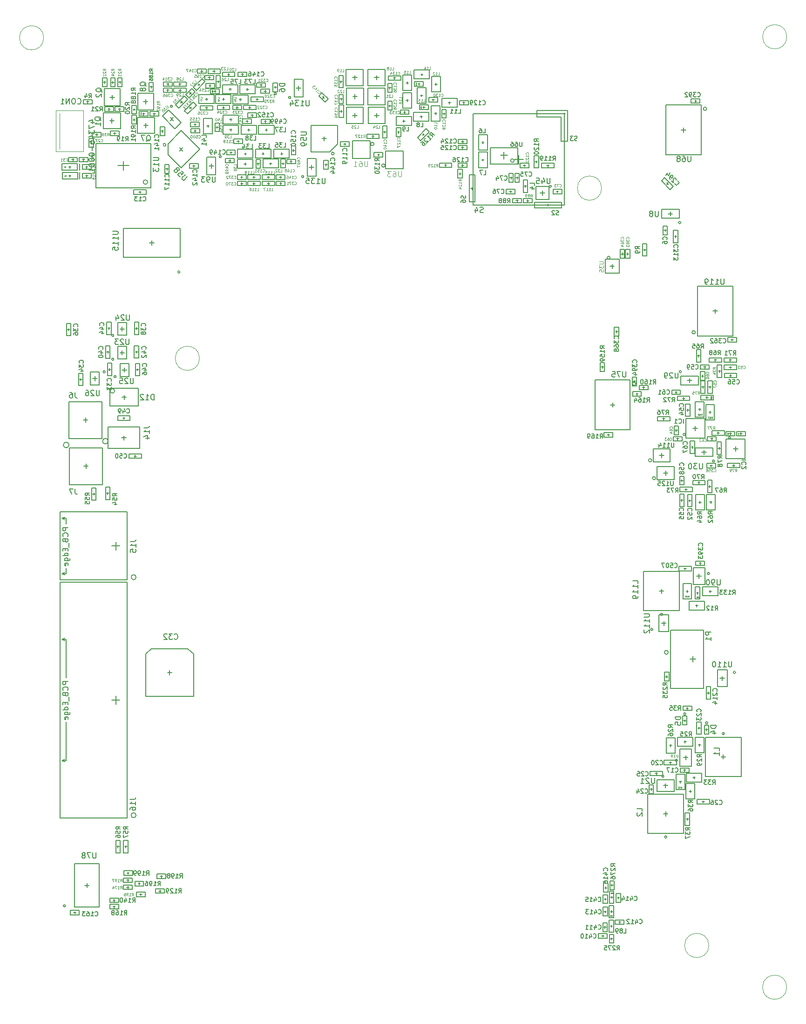
<source format=gbr>
G04 #@! TF.FileFunction,Other,Fab,Bot*
%FSLAX46Y46*%
G04 Gerber Fmt 4.6, Leading zero omitted, Abs format (unit mm)*
G04 Created by KiCad (PCBNEW 4.0.7) date Fri Sep 20 17:05:35 2019*
%MOMM*%
%LPD*%
G01*
G04 APERTURE LIST*
%ADD10C,0.150000*%
%ADD11C,0.200000*%
%ADD12C,0.100000*%
%ADD13C,0.125000*%
%ADD14C,0.075000*%
%ADD15C,0.031750*%
%ADD16C,0.050000*%
%ADD17C,0.120000*%
G04 APERTURE END LIST*
D10*
D11*
X80253780Y-154793980D02*
X80753780Y-154593980D01*
X81053780Y-154793980D02*
X80253780Y-154793980D01*
X80253780Y-154793980D02*
X80753780Y-154993980D01*
X80253780Y-176793980D02*
X80753780Y-176993980D01*
X81053780Y-176793980D02*
X80253780Y-176793980D01*
X80253780Y-176793980D02*
X80753780Y-176593980D01*
X81053780Y-169793980D02*
X81053780Y-176793980D01*
X81053780Y-161793980D02*
X81053780Y-154793980D01*
D10*
X90803780Y-165793980D02*
X89303780Y-165793980D01*
X90053780Y-166543980D02*
X90053780Y-165043980D01*
X93739994Y-186742980D02*
G75*
G03X93739994Y-186742980I-447214J0D01*
G01*
X92153780Y-144373980D02*
X92153780Y-187213980D01*
X92153780Y-187213980D02*
X79953780Y-187213980D01*
X79953780Y-187213980D02*
X79953780Y-144373980D01*
X92153780Y-144373980D02*
X79953780Y-144373980D01*
D12*
X178396680Y-72825480D02*
G75*
G03X178396680Y-72825480I-2200000J0D01*
G01*
X197903880Y-210391880D02*
G75*
G03X197903880Y-210391880I-2200000J0D01*
G01*
X76951680Y-45517380D02*
G75*
G03X76951680Y-45517380I-2200000J0D01*
G01*
X212079680Y-45326880D02*
G75*
G03X212079680Y-45326880I-2200000J0D01*
G01*
X105282780Y-103737280D02*
G75*
G03X105282780Y-103737280I-2200000J0D01*
G01*
X212066980Y-217983380D02*
G75*
G03X212066980Y-217983380I-2200000J0D01*
G01*
D10*
X89663780Y-62856480D02*
X90063780Y-62856480D01*
X89863780Y-63056480D02*
X89863780Y-62656480D01*
X89063780Y-63256480D02*
X90663780Y-63256480D01*
X90663780Y-63256480D02*
X90663780Y-62456480D01*
X90663780Y-62456480D02*
X89063780Y-62456480D01*
X89063780Y-62456480D02*
X89063780Y-63256480D01*
X90552780Y-58474980D02*
X90952780Y-58474980D01*
X90752780Y-58674980D02*
X90752780Y-58274980D01*
X89952780Y-58874980D02*
X91552780Y-58874980D01*
X91552780Y-58874980D02*
X91552780Y-58074980D01*
X91552780Y-58074980D02*
X89952780Y-58074980D01*
X89952780Y-58074980D02*
X89952780Y-58874980D01*
X89047780Y-58474980D02*
X88647780Y-58474980D01*
X88847780Y-58274980D02*
X88847780Y-58674980D01*
X89647780Y-58074980D02*
X88047780Y-58074980D01*
X88047780Y-58074980D02*
X88047780Y-58874980D01*
X88047780Y-58874980D02*
X89647780Y-58874980D01*
X89647780Y-58874980D02*
X89647780Y-58074980D01*
X88045980Y-53784980D02*
X88045980Y-53384980D01*
X88245980Y-53584980D02*
X87845980Y-53584980D01*
X88445980Y-54384980D02*
X88445980Y-52784980D01*
X88445980Y-52784980D02*
X87645980Y-52784980D01*
X87645980Y-52784980D02*
X87645980Y-54384980D01*
X87645980Y-54384980D02*
X88445980Y-54384980D01*
X90816280Y-53385480D02*
X90816280Y-53785480D01*
X90616280Y-53585480D02*
X91016280Y-53585480D01*
X90416280Y-52785480D02*
X90416280Y-54385480D01*
X90416280Y-54385480D02*
X91216280Y-54385480D01*
X91216280Y-54385480D02*
X91216280Y-52785480D01*
X91216280Y-52785480D02*
X90416280Y-52785480D01*
X89519180Y-53410380D02*
X89519180Y-53810380D01*
X89319180Y-53610380D02*
X89719180Y-53610380D01*
X89119180Y-52810380D02*
X89119180Y-54410380D01*
X89119180Y-54410380D02*
X89919180Y-54410380D01*
X89919180Y-54410380D02*
X89919180Y-52810380D01*
X89919180Y-52810380D02*
X89119180Y-52810380D01*
X195010780Y-157896580D02*
X195010780Y-158896580D01*
X194510780Y-158396580D02*
X195510780Y-158396580D01*
X190514333Y-157146580D02*
G75*
G03X190514333Y-157146580I-353553J0D01*
G01*
X190910780Y-153096580D02*
X190910780Y-163696580D01*
X190910780Y-163696580D02*
X196910780Y-163696580D01*
X196910780Y-163696580D02*
X196910780Y-153096580D01*
X196910780Y-153096580D02*
X190910780Y-153096580D01*
D11*
X163336660Y-68415940D02*
X163336660Y-66815940D01*
X162536660Y-67615940D02*
X164136660Y-67615940D01*
X155056660Y-59335940D02*
X171616660Y-59335940D01*
X171616660Y-59335940D02*
X171616660Y-75895940D01*
X171616660Y-75895940D02*
X155056660Y-75895940D01*
X155056660Y-75895940D02*
X155056660Y-59335940D01*
D12*
X79133780Y-58703980D02*
X79133780Y-66203980D01*
X84133780Y-58703980D02*
X79133780Y-58703980D01*
X84133780Y-66203980D02*
X84133780Y-58703980D01*
X79133780Y-66203980D02*
X84133780Y-66203980D01*
X79833780Y-65703980D02*
X79833780Y-59203980D01*
D10*
X202227260Y-123201300D02*
X202627260Y-123201300D01*
X202427260Y-123401300D02*
X202427260Y-123001300D01*
X201300260Y-123601300D02*
X203554260Y-123601300D01*
X203554260Y-123601300D02*
X203554260Y-122801300D01*
X203554260Y-122801300D02*
X201300260Y-122801300D01*
X201300260Y-122801300D02*
X201300260Y-123601300D01*
X198066740Y-129856100D02*
X198466740Y-129856100D01*
X198266740Y-129656100D02*
X198266740Y-130056100D01*
X197466740Y-128456100D02*
X197466740Y-131256100D01*
X197466740Y-131256100D02*
X199066740Y-131256100D01*
X199066740Y-131256100D02*
X199066740Y-128456100D01*
X199066740Y-128456100D02*
X197466740Y-128456100D01*
X197925180Y-113517400D02*
X198325180Y-113517400D01*
X198125180Y-113317400D02*
X198125180Y-113717400D01*
X197325180Y-112117400D02*
X197325180Y-114917400D01*
X197325180Y-114917400D02*
X198925180Y-114917400D01*
X198925180Y-114917400D02*
X198925180Y-112117400D01*
X198925180Y-112117400D02*
X197325180Y-112117400D01*
X196100780Y-129901820D02*
X196500780Y-129901820D01*
X196300780Y-129701820D02*
X196300780Y-130101820D01*
X195500780Y-128501820D02*
X195500780Y-131301820D01*
X195500780Y-131301820D02*
X197100780Y-131301820D01*
X197100780Y-131301820D02*
X197100780Y-128501820D01*
X197100780Y-128501820D02*
X195500780Y-128501820D01*
X196029660Y-113000660D02*
X196429660Y-113000660D01*
X196229660Y-112800660D02*
X196229660Y-113200660D01*
X195429660Y-111600660D02*
X195429660Y-114400660D01*
X195429660Y-114400660D02*
X197029660Y-114400660D01*
X197029660Y-114400660D02*
X197029660Y-111600660D01*
X197029660Y-111600660D02*
X195429660Y-111600660D01*
X196292500Y-126300100D02*
X195892500Y-126300100D01*
X196092500Y-126100100D02*
X196092500Y-126500100D01*
X197219500Y-125900100D02*
X194965500Y-125900100D01*
X194965500Y-125900100D02*
X194965500Y-126700100D01*
X194965500Y-126700100D02*
X197219500Y-126700100D01*
X197219500Y-126700100D02*
X197219500Y-125900100D01*
X201603100Y-104043200D02*
X202003100Y-104043200D01*
X201803100Y-104243200D02*
X201803100Y-103843200D01*
X200676100Y-104443200D02*
X202930100Y-104443200D01*
X202930100Y-104443200D02*
X202930100Y-103643200D01*
X202930100Y-103643200D02*
X200676100Y-103643200D01*
X200676100Y-103643200D02*
X200676100Y-104443200D01*
X193513740Y-111009300D02*
X193113740Y-111009300D01*
X193313740Y-110809300D02*
X193313740Y-111209300D01*
X194440740Y-110609300D02*
X192186740Y-110609300D01*
X192186740Y-110609300D02*
X192186740Y-111409300D01*
X192186740Y-111409300D02*
X194440740Y-111409300D01*
X194440740Y-111409300D02*
X194440740Y-110609300D01*
X189887200Y-114719100D02*
X189487200Y-114719100D01*
X189687200Y-114519100D02*
X189687200Y-114919100D01*
X190814200Y-114319100D02*
X188560200Y-114319100D01*
X188560200Y-114319100D02*
X188560200Y-115119100D01*
X188560200Y-115119100D02*
X190814200Y-115119100D01*
X190814200Y-115119100D02*
X190814200Y-114319100D01*
X196046780Y-103467380D02*
X196046780Y-103067380D01*
X196246780Y-103267380D02*
X195846780Y-103267380D01*
X196446780Y-104394380D02*
X196446780Y-102140380D01*
X196446780Y-102140380D02*
X195646780Y-102140380D01*
X195646780Y-102140380D02*
X195646780Y-104394380D01*
X195646780Y-104394380D02*
X196446780Y-104394380D01*
X198895460Y-104038120D02*
X199295460Y-104038120D01*
X199095460Y-104238120D02*
X199095460Y-103838120D01*
X197968460Y-104438120D02*
X200222460Y-104438120D01*
X200222460Y-104438120D02*
X200222460Y-103638120D01*
X200222460Y-103638120D02*
X197968460Y-103638120D01*
X197968460Y-103638120D02*
X197968460Y-104438120D01*
X199797700Y-117288180D02*
X199397700Y-117288180D01*
X199597700Y-117088180D02*
X199597700Y-117488180D01*
X200724700Y-116888180D02*
X198470700Y-116888180D01*
X198470700Y-116888180D02*
X198470700Y-117688180D01*
X198470700Y-117688180D02*
X200724700Y-117688180D01*
X200724700Y-117688180D02*
X200724700Y-116888180D01*
X199780580Y-120261860D02*
X199780580Y-119861860D01*
X199980580Y-120061860D02*
X199580580Y-120061860D01*
X200180580Y-121188860D02*
X200180580Y-118934860D01*
X200180580Y-118934860D02*
X199380580Y-118934860D01*
X199380580Y-118934860D02*
X199380580Y-121188860D01*
X199380580Y-121188860D02*
X200180580Y-121188860D01*
X191169680Y-174044180D02*
X190769680Y-174044180D01*
X190969680Y-174244180D02*
X190969680Y-173844180D01*
X191769680Y-175444180D02*
X191769680Y-172644180D01*
X191769680Y-172644180D02*
X190169680Y-172644180D01*
X190169680Y-172644180D02*
X190169680Y-175444180D01*
X190169680Y-175444180D02*
X191769680Y-175444180D01*
X196414780Y-173980680D02*
X196014780Y-173980680D01*
X196214780Y-174180680D02*
X196214780Y-173780680D01*
X197014780Y-175380680D02*
X197014780Y-172580680D01*
X197014780Y-172580680D02*
X195414780Y-172580680D01*
X195414780Y-172580680D02*
X195414780Y-175380680D01*
X195414780Y-175380680D02*
X197014780Y-175380680D01*
X195224180Y-179711580D02*
X195224180Y-180111580D01*
X195424180Y-179911580D02*
X195024180Y-179911580D01*
X196624180Y-179111580D02*
X193824180Y-179111580D01*
X193824180Y-179111580D02*
X193824180Y-180711580D01*
X193824180Y-180711580D02*
X196624180Y-180711580D01*
X196624180Y-180711580D02*
X196624180Y-179111580D01*
X194751080Y-182400780D02*
X194351080Y-182400780D01*
X194551080Y-182600780D02*
X194551080Y-182200780D01*
X195351080Y-183800780D02*
X195351080Y-181000780D01*
X195351080Y-181000780D02*
X193751080Y-181000780D01*
X193751080Y-181000780D02*
X193751080Y-183800780D01*
X193751080Y-183800780D02*
X195351080Y-183800780D01*
X95843780Y-71733980D02*
G75*
G03X95843780Y-71733980I-400000J0D01*
G01*
X92443780Y-68733980D02*
X90443780Y-68733980D01*
X91443780Y-67933980D02*
X91443780Y-69533980D01*
X96443780Y-64733980D02*
X86443780Y-64733980D01*
X86443780Y-64733980D02*
X86443780Y-72733980D01*
X86443780Y-72733980D02*
X96443780Y-72733980D01*
X96443780Y-72733980D02*
X96443780Y-64733980D01*
X192993700Y-126139420D02*
X192993700Y-125739420D01*
X193193700Y-125939420D02*
X192793700Y-125939420D01*
X193393700Y-126739420D02*
X193393700Y-125139420D01*
X193393700Y-125139420D02*
X192593700Y-125139420D01*
X192593700Y-125139420D02*
X192593700Y-126739420D01*
X192593700Y-126739420D02*
X193393700Y-126739420D01*
X197354220Y-105314620D02*
X196954220Y-105314620D01*
X197154220Y-105114620D02*
X197154220Y-105514620D01*
X197954220Y-104914620D02*
X196354220Y-104914620D01*
X196354220Y-104914620D02*
X196354220Y-105714620D01*
X196354220Y-105714620D02*
X197954220Y-105714620D01*
X197954220Y-105714620D02*
X197954220Y-104914620D01*
X196768820Y-107141340D02*
X196768820Y-106741340D01*
X196968820Y-106941340D02*
X196568820Y-106941340D01*
X197168820Y-107741340D02*
X197168820Y-106141340D01*
X197168820Y-106141340D02*
X196368820Y-106141340D01*
X196368820Y-106141340D02*
X196368820Y-107741340D01*
X196368820Y-107741340D02*
X197168820Y-107741340D01*
X192142140Y-109901860D02*
X191742140Y-109901860D01*
X191942140Y-109701860D02*
X191942140Y-110101860D01*
X192742140Y-109501860D02*
X191142140Y-109501860D01*
X191142140Y-109501860D02*
X191142140Y-110301860D01*
X191142140Y-110301860D02*
X192742140Y-110301860D01*
X192742140Y-110301860D02*
X192742140Y-109501860D01*
X198234380Y-118354980D02*
X198634380Y-118354980D01*
X198434380Y-118554980D02*
X198434380Y-118154980D01*
X197634380Y-118754980D02*
X199234380Y-118754980D01*
X199234380Y-118754980D02*
X199234380Y-117954980D01*
X199234380Y-117954980D02*
X197634380Y-117954980D01*
X197634380Y-117954980D02*
X197634380Y-118754980D01*
X192036780Y-118360060D02*
X192436780Y-118360060D01*
X192236780Y-118560060D02*
X192236780Y-118160060D01*
X191436780Y-118760060D02*
X193036780Y-118760060D01*
X193036780Y-118760060D02*
X193036780Y-117960060D01*
X193036780Y-117960060D02*
X191436780Y-117960060D01*
X191436780Y-117960060D02*
X191436780Y-118760060D01*
X191977700Y-117020820D02*
X191977700Y-116620820D01*
X192177700Y-116820820D02*
X191777700Y-116820820D01*
X192377700Y-117620820D02*
X192377700Y-116020820D01*
X192377700Y-116020820D02*
X191577700Y-116020820D01*
X191577700Y-116020820D02*
X191577700Y-117620820D01*
X191577700Y-117620820D02*
X192377700Y-117620820D01*
X201632900Y-117430420D02*
X202032900Y-117430420D01*
X201832900Y-117630420D02*
X201832900Y-117230420D01*
X201032900Y-117830420D02*
X202632900Y-117830420D01*
X202632900Y-117830420D02*
X202632900Y-117030420D01*
X202632900Y-117030420D02*
X201032900Y-117030420D01*
X201032900Y-117030420D02*
X201032900Y-117830420D01*
X203927740Y-117410100D02*
X203527740Y-117410100D01*
X203727740Y-117210100D02*
X203727740Y-117610100D01*
X204527740Y-117010100D02*
X202927740Y-117010100D01*
X202927740Y-117010100D02*
X202927740Y-117810100D01*
X202927740Y-117810100D02*
X204527740Y-117810100D01*
X204527740Y-117810100D02*
X204527740Y-117010100D01*
X198532780Y-123231780D02*
X198132780Y-123231780D01*
X198332780Y-123031780D02*
X198332780Y-123431780D01*
X199132780Y-122831780D02*
X197532780Y-122831780D01*
X197532780Y-122831780D02*
X197532780Y-123631780D01*
X197532780Y-123631780D02*
X199132780Y-123631780D01*
X199132780Y-123631780D02*
X199132780Y-122831780D01*
X193992280Y-187629980D02*
X193992280Y-187229980D01*
X194192280Y-187429980D02*
X193792280Y-187429980D01*
X194392280Y-188556980D02*
X194392280Y-186302980D01*
X194392280Y-186302980D02*
X193592280Y-186302980D01*
X193592280Y-186302980D02*
X193592280Y-188556980D01*
X193592280Y-188556980D02*
X194392280Y-188556980D01*
X106622540Y-70395500D02*
X106622540Y-67195500D01*
X106672540Y-70395500D02*
X108222540Y-70395500D01*
X106672540Y-67195500D02*
X108222540Y-67195500D01*
X107447540Y-68395500D02*
X107447540Y-69195500D01*
X107047540Y-68795500D02*
X107847540Y-68795500D01*
X109247540Y-67095500D02*
G75*
G03X109247540Y-67095500I-200000J0D01*
G01*
X108222540Y-70395500D02*
X108222540Y-67195500D01*
X106561080Y-56869540D02*
X106561080Y-56469540D01*
X106361080Y-56669540D02*
X106761080Y-56669540D01*
X105161080Y-57469540D02*
X107961080Y-57469540D01*
X107961080Y-57469540D02*
X107961080Y-55869540D01*
X107961080Y-55869540D02*
X105161080Y-55869540D01*
X105161080Y-55869540D02*
X105161080Y-57469540D01*
X109647180Y-56869540D02*
X109647180Y-56469540D01*
X109447180Y-56669540D02*
X109847180Y-56669540D01*
X108247180Y-57469540D02*
X111047180Y-57469540D01*
X111047180Y-57469540D02*
X111047180Y-55869540D01*
X111047180Y-55869540D02*
X108247180Y-55869540D01*
X108247180Y-55869540D02*
X108247180Y-57469540D01*
X110858760Y-55063600D02*
X110858760Y-54663600D01*
X110658760Y-54863600D02*
X111058760Y-54863600D01*
X109458760Y-55663600D02*
X112258760Y-55663600D01*
X112258760Y-55663600D02*
X112258760Y-54063600D01*
X112258760Y-54063600D02*
X109458760Y-54063600D01*
X109458760Y-54063600D02*
X109458760Y-55663600D01*
X112710420Y-56902560D02*
X112710420Y-56502560D01*
X112510420Y-56702560D02*
X112910420Y-56702560D01*
X111310420Y-57502560D02*
X114110420Y-57502560D01*
X114110420Y-57502560D02*
X114110420Y-55902560D01*
X114110420Y-55902560D02*
X111310420Y-55902560D01*
X111310420Y-55902560D02*
X111310420Y-57502560D01*
X114005820Y-55086460D02*
X114005820Y-54686460D01*
X113805820Y-54886460D02*
X114205820Y-54886460D01*
X112605820Y-55686460D02*
X115405820Y-55686460D01*
X115405820Y-55686460D02*
X115405820Y-54086460D01*
X115405820Y-54086460D02*
X112605820Y-54086460D01*
X112605820Y-54086460D02*
X112605820Y-55686460D01*
X108676900Y-53256440D02*
X108676900Y-53656440D01*
X108476900Y-53456440D02*
X108876900Y-53456440D01*
X108276900Y-52329440D02*
X108276900Y-54583440D01*
X108276900Y-54583440D02*
X109076900Y-54583440D01*
X109076900Y-54583440D02*
X109076900Y-52329440D01*
X109076900Y-52329440D02*
X108276900Y-52329440D01*
X103493579Y-55721301D02*
X103776421Y-55438459D01*
X103776421Y-55721301D02*
X103493579Y-55438459D01*
X103352157Y-56428408D02*
X104483528Y-55297037D01*
X104483528Y-55297037D02*
X103917843Y-54731352D01*
X103917843Y-54731352D02*
X102786472Y-55862723D01*
X102786472Y-55862723D02*
X103352157Y-56428408D01*
X99720200Y-55018540D02*
X99320200Y-55018540D01*
X99520200Y-54818540D02*
X99520200Y-55218540D01*
X100320200Y-54618540D02*
X98720200Y-54618540D01*
X98720200Y-54618540D02*
X98720200Y-55418540D01*
X98720200Y-55418540D02*
X100320200Y-55418540D01*
X100320200Y-55418540D02*
X100320200Y-54618540D01*
X107905400Y-55229360D02*
X108305400Y-55229360D01*
X108105400Y-55429360D02*
X108105400Y-55029360D01*
X107305400Y-55629360D02*
X108905400Y-55629360D01*
X108905400Y-55629360D02*
X108905400Y-54829360D01*
X108905400Y-54829360D02*
X107305400Y-54829360D01*
X107305400Y-54829360D02*
X107305400Y-55629360D01*
X109849720Y-58178300D02*
X109449720Y-58178300D01*
X109649720Y-57978300D02*
X109649720Y-58378300D01*
X110776720Y-57778300D02*
X108522720Y-57778300D01*
X108522720Y-57778300D02*
X108522720Y-58578300D01*
X108522720Y-58578300D02*
X110776720Y-58578300D01*
X110776720Y-58578300D02*
X110776720Y-57778300D01*
X111946540Y-58185920D02*
X112346540Y-58185920D01*
X112146540Y-58385920D02*
X112146540Y-57985920D01*
X111346540Y-58585920D02*
X112946540Y-58585920D01*
X112946540Y-58585920D02*
X112946540Y-57785920D01*
X112946540Y-57785920D02*
X111346540Y-57785920D01*
X111346540Y-57785920D02*
X111346540Y-58585920D01*
X114217300Y-58185920D02*
X114617300Y-58185920D01*
X114417300Y-58385920D02*
X114417300Y-57985920D01*
X113290300Y-58585920D02*
X115544300Y-58585920D01*
X115544300Y-58585920D02*
X115544300Y-57785920D01*
X115544300Y-57785920D02*
X113290300Y-57785920D01*
X113290300Y-57785920D02*
X113290300Y-58585920D01*
X116282320Y-54078740D02*
X116682320Y-54078740D01*
X116482320Y-54278740D02*
X116482320Y-53878740D01*
X115682320Y-54478740D02*
X117282320Y-54478740D01*
X117282320Y-54478740D02*
X117282320Y-53678740D01*
X117282320Y-53678740D02*
X115682320Y-53678740D01*
X115682320Y-53678740D02*
X115682320Y-54478740D01*
X117049400Y-55206500D02*
X117449400Y-55206500D01*
X117249400Y-55406500D02*
X117249400Y-55006500D01*
X116449400Y-55606500D02*
X118049400Y-55606500D01*
X118049400Y-55606500D02*
X118049400Y-54806500D01*
X118049400Y-54806500D02*
X116449400Y-54806500D01*
X116449400Y-54806500D02*
X116449400Y-55606500D01*
X99732900Y-53926340D02*
X99332900Y-53926340D01*
X99532900Y-53726340D02*
X99532900Y-54126340D01*
X100332900Y-53526340D02*
X98732900Y-53526340D01*
X98732900Y-53526340D02*
X98732900Y-54326340D01*
X98732900Y-54326340D02*
X100332900Y-54326340D01*
X100332900Y-54326340D02*
X100332900Y-53526340D01*
X106876700Y-52724920D02*
X107276700Y-52724920D01*
X107076700Y-52924920D02*
X107076700Y-52524920D01*
X106276700Y-53124920D02*
X107876700Y-53124920D01*
X107876700Y-53124920D02*
X107876700Y-52324920D01*
X107876700Y-52324920D02*
X106276700Y-52324920D01*
X106276700Y-52324920D02*
X106276700Y-53124920D01*
X107406240Y-54215900D02*
X107006240Y-54215900D01*
X107206240Y-54015900D02*
X107206240Y-54415900D01*
X108006240Y-53815900D02*
X106406240Y-53815900D01*
X106406240Y-53815900D02*
X106406240Y-54615900D01*
X106406240Y-54615900D02*
X108006240Y-54615900D01*
X108006240Y-54615900D02*
X108006240Y-53815900D01*
X106373780Y-58246880D02*
X106773780Y-58246880D01*
X106573780Y-58446880D02*
X106573780Y-58046880D01*
X105446780Y-58646880D02*
X107700780Y-58646880D01*
X107700780Y-58646880D02*
X107700780Y-57846880D01*
X107700780Y-57846880D02*
X105446780Y-57846880D01*
X105446780Y-57846880D02*
X105446780Y-58646880D01*
X124106900Y-53068020D02*
X124106900Y-56268020D01*
X124056900Y-53068020D02*
X122506900Y-53068020D01*
X124056900Y-56268020D02*
X122506900Y-56268020D01*
X123281900Y-55068020D02*
X123281900Y-54268020D01*
X123681900Y-54668020D02*
X122881900Y-54668020D01*
X121881900Y-56368020D02*
G75*
G03X121881900Y-56368020I-200000J0D01*
G01*
X122506900Y-53068020D02*
X122506900Y-56268020D01*
X105073459Y-54149041D02*
X105356301Y-53866199D01*
X105356301Y-54149041D02*
X105073459Y-53866199D01*
X104700813Y-55087372D02*
X106294632Y-53493553D01*
X106294632Y-53493553D02*
X105728947Y-52927868D01*
X105728947Y-52927868D02*
X104135128Y-54521687D01*
X104135128Y-54521687D02*
X104700813Y-55087372D01*
X101930000Y-53918720D02*
X101530000Y-53918720D01*
X101730000Y-53718720D02*
X101730000Y-54118720D01*
X102857000Y-53518720D02*
X100603000Y-53518720D01*
X100603000Y-53518720D02*
X100603000Y-54318720D01*
X100603000Y-54318720D02*
X102857000Y-54318720D01*
X102857000Y-54318720D02*
X102857000Y-53518720D01*
X101937620Y-55046480D02*
X101537620Y-55046480D01*
X101737620Y-54846480D02*
X101737620Y-55246480D01*
X102864620Y-54646480D02*
X100610620Y-54646480D01*
X100610620Y-54646480D02*
X100610620Y-55446480D01*
X100610620Y-55446480D02*
X102864620Y-55446480D01*
X102864620Y-55446480D02*
X102864620Y-54646480D01*
X101878139Y-57339281D02*
X102160981Y-57056439D01*
X102160981Y-57339281D02*
X101878139Y-57056439D01*
X101505493Y-58277612D02*
X103099312Y-56683793D01*
X103099312Y-56683793D02*
X102533627Y-56118108D01*
X102533627Y-56118108D02*
X100939808Y-57711927D01*
X100939808Y-57711927D02*
X101505493Y-58277612D01*
X100787028Y-62016474D02*
X98524286Y-59753732D01*
X100822383Y-61981119D02*
X101918399Y-60885103D01*
X98559641Y-59718377D02*
X99655657Y-58622361D01*
X99956177Y-60018897D02*
X100521863Y-60584583D01*
X99956177Y-60584583D02*
X100521863Y-60018897D01*
X100368309Y-57968288D02*
G75*
G03X100368309Y-57968288I-200000J0D01*
G01*
X101918399Y-60885103D02*
X99655657Y-58622361D01*
X191859360Y-81809800D02*
X191859360Y-81409800D01*
X192059360Y-81609800D02*
X191659360Y-81609800D01*
X192259360Y-82736800D02*
X192259360Y-80482800D01*
X192259360Y-80482800D02*
X191459360Y-80482800D01*
X191459360Y-80482800D02*
X191459360Y-82736800D01*
X191459360Y-82736800D02*
X192259360Y-82736800D01*
X190229499Y-71874799D02*
X190512341Y-72157641D01*
X190229499Y-72157641D02*
X190512341Y-71874799D01*
X189291168Y-71502153D02*
X190884987Y-73095972D01*
X190884987Y-73095972D02*
X191450672Y-72530287D01*
X191450672Y-72530287D02*
X189856853Y-70936468D01*
X189856853Y-70936468D02*
X189291168Y-71502153D01*
X113596880Y-68619580D02*
X113596880Y-68219580D01*
X113396880Y-68419580D02*
X113796880Y-68419580D01*
X112196880Y-69219580D02*
X114996880Y-69219580D01*
X114996880Y-69219580D02*
X114996880Y-67619580D01*
X114996880Y-67619580D02*
X112196880Y-67619580D01*
X112196880Y-67619580D02*
X112196880Y-69219580D01*
X120228820Y-66750140D02*
X120228820Y-66350140D01*
X120028820Y-66550140D02*
X120428820Y-66550140D01*
X118828820Y-67350140D02*
X121628820Y-67350140D01*
X121628820Y-67350140D02*
X121628820Y-65750140D01*
X121628820Y-65750140D02*
X118828820Y-65750140D01*
X118828820Y-65750140D02*
X118828820Y-67350140D01*
X113619740Y-66385700D02*
X113619740Y-66785700D01*
X113819740Y-66585700D02*
X113419740Y-66585700D01*
X115019740Y-65785700D02*
X112219740Y-65785700D01*
X112219740Y-65785700D02*
X112219740Y-67385700D01*
X112219740Y-67385700D02*
X115019740Y-67385700D01*
X115019740Y-67385700D02*
X115019740Y-65785700D01*
X116855700Y-66370460D02*
X116855700Y-66770460D01*
X117055700Y-66570460D02*
X116655700Y-66570460D01*
X118255700Y-65770460D02*
X115455700Y-65770460D01*
X115455700Y-65770460D02*
X115455700Y-67370460D01*
X115455700Y-67370460D02*
X118255700Y-67370460D01*
X118255700Y-67370460D02*
X118255700Y-65770460D01*
X118229840Y-68558620D02*
X118229840Y-68158620D01*
X118029840Y-68358620D02*
X118429840Y-68358620D01*
X116829840Y-69158620D02*
X119629840Y-69158620D01*
X119629840Y-69158620D02*
X119629840Y-67558620D01*
X119629840Y-67558620D02*
X116829840Y-67558620D01*
X116829840Y-67558620D02*
X116829840Y-69158620D01*
X133932070Y-59614670D02*
X133132070Y-59614670D01*
X133532070Y-59214670D02*
X133532070Y-60014670D01*
X135092070Y-58119670D02*
X131972070Y-58119670D01*
X131972070Y-58119670D02*
X131972070Y-61109670D01*
X135092070Y-61109670D02*
X131972070Y-61109670D01*
X135092070Y-61109670D02*
X135092070Y-58119670D01*
X137899550Y-59609590D02*
X137099550Y-59609590D01*
X137499550Y-59209590D02*
X137499550Y-60009590D01*
X139059550Y-58114590D02*
X135939550Y-58114590D01*
X135939550Y-58114590D02*
X135939550Y-61104590D01*
X139059550Y-61104590D02*
X135939550Y-61104590D01*
X139059550Y-61104590D02*
X139059550Y-58114590D01*
X133954930Y-56167890D02*
X133154930Y-56167890D01*
X133554930Y-55767890D02*
X133554930Y-56567890D01*
X135114930Y-54672890D02*
X131994930Y-54672890D01*
X131994930Y-54672890D02*
X131994930Y-57662890D01*
X135114930Y-57662890D02*
X131994930Y-57662890D01*
X135114930Y-57662890D02*
X135114930Y-54672890D01*
X137886850Y-56167890D02*
X137086850Y-56167890D01*
X137486850Y-55767890D02*
X137486850Y-56567890D01*
X139046850Y-54672890D02*
X135926850Y-54672890D01*
X135926850Y-54672890D02*
X135926850Y-57662890D01*
X139046850Y-57662890D02*
X135926850Y-57662890D01*
X139046850Y-57662890D02*
X139046850Y-54672890D01*
X133909210Y-52733810D02*
X133109210Y-52733810D01*
X133509210Y-52333810D02*
X133509210Y-53133810D01*
X135069210Y-51238810D02*
X131949210Y-51238810D01*
X131949210Y-51238810D02*
X131949210Y-54228810D01*
X135069210Y-54228810D02*
X131949210Y-54228810D01*
X135069210Y-54228810D02*
X135069210Y-51238810D01*
X137894470Y-52738890D02*
X137094470Y-52738890D01*
X137494470Y-52338890D02*
X137494470Y-53138890D01*
X139054470Y-51243890D02*
X135934470Y-51243890D01*
X135934470Y-51243890D02*
X135934470Y-54233890D01*
X139054470Y-54233890D02*
X135934470Y-54233890D01*
X139054470Y-54233890D02*
X139054470Y-51243890D01*
X142858340Y-56882900D02*
X143258340Y-56882900D01*
X143058340Y-56682900D02*
X143058340Y-57082900D01*
X142258340Y-55482900D02*
X142258340Y-58282900D01*
X142258340Y-58282900D02*
X143858340Y-58282900D01*
X143858340Y-58282900D02*
X143858340Y-55482900D01*
X143858340Y-55482900D02*
X142258340Y-55482900D01*
X142873580Y-53697740D02*
X143273580Y-53697740D01*
X143073580Y-53497740D02*
X143073580Y-53897740D01*
X142273580Y-52297740D02*
X142273580Y-55097740D01*
X142273580Y-55097740D02*
X143873580Y-55097740D01*
X143873580Y-55097740D02*
X143873580Y-52297740D01*
X143873580Y-52297740D02*
X142273580Y-52297740D01*
X145710100Y-52388980D02*
X145710100Y-51988980D01*
X145510100Y-52188980D02*
X145910100Y-52188980D01*
X144310100Y-52988980D02*
X147110100Y-52988980D01*
X147110100Y-52988980D02*
X147110100Y-51388980D01*
X147110100Y-51388980D02*
X144310100Y-51388980D01*
X144310100Y-51388980D02*
X144310100Y-52988980D01*
X145456760Y-56006600D02*
X145856760Y-56006600D01*
X145656760Y-55806600D02*
X145656760Y-56206600D01*
X144856760Y-54606600D02*
X144856760Y-57406600D01*
X144856760Y-57406600D02*
X146456760Y-57406600D01*
X146456760Y-57406600D02*
X146456760Y-54606600D01*
X146456760Y-54606600D02*
X144856760Y-54606600D01*
X148085660Y-53956820D02*
X148485660Y-53956820D01*
X148285660Y-53756820D02*
X148285660Y-54156820D01*
X147485660Y-52556820D02*
X147485660Y-55356820D01*
X147485660Y-55356820D02*
X149085660Y-55356820D01*
X149085660Y-55356820D02*
X149085660Y-52556820D01*
X149085660Y-52556820D02*
X147485660Y-52556820D01*
X150754540Y-57494380D02*
X150754540Y-57094380D01*
X150554540Y-57294380D02*
X150954540Y-57294380D01*
X149354540Y-58094380D02*
X152154540Y-58094380D01*
X152154540Y-58094380D02*
X152154540Y-56494380D01*
X152154540Y-56494380D02*
X149354540Y-56494380D01*
X149354540Y-56494380D02*
X149354540Y-58094380D01*
X148034860Y-59240020D02*
X148434860Y-59240020D01*
X148234860Y-59040020D02*
X148234860Y-59440020D01*
X147434860Y-57840020D02*
X147434860Y-60640020D01*
X147434860Y-60640020D02*
X149034860Y-60640020D01*
X149034860Y-60640020D02*
X149034860Y-57840020D01*
X149034860Y-57840020D02*
X147434860Y-57840020D01*
X142448740Y-60447180D02*
X142448740Y-60847180D01*
X142648740Y-60647180D02*
X142248740Y-60647180D01*
X143848740Y-59847180D02*
X141048740Y-59847180D01*
X141048740Y-59847180D02*
X141048740Y-61447180D01*
X141048740Y-61447180D02*
X143848740Y-61447180D01*
X143848740Y-61447180D02*
X143848740Y-59847180D01*
X145613580Y-59649620D02*
X145613580Y-60049620D01*
X145813580Y-59849620D02*
X145413580Y-59849620D01*
X147013580Y-59049620D02*
X144213580Y-59049620D01*
X144213580Y-59049620D02*
X144213580Y-60649620D01*
X144213580Y-60649620D02*
X147013580Y-60649620D01*
X147013580Y-60649620D02*
X147013580Y-59049620D01*
X115936220Y-68181480D02*
X115936220Y-68581480D01*
X115736220Y-68381480D02*
X116136220Y-68381480D01*
X115536220Y-67581480D02*
X115536220Y-69181480D01*
X115536220Y-69181480D02*
X116336220Y-69181480D01*
X116336220Y-69181480D02*
X116336220Y-67581480D01*
X116336220Y-67581480D02*
X115536220Y-67581480D01*
X122382740Y-66181180D02*
X122382740Y-65781180D01*
X122582740Y-65981180D02*
X122182740Y-65981180D01*
X122782740Y-66781180D02*
X122782740Y-65181180D01*
X122782740Y-65181180D02*
X121982740Y-65181180D01*
X121982740Y-65181180D02*
X121982740Y-66781180D01*
X121982740Y-66781180D02*
X122782740Y-66781180D01*
X111206080Y-66341860D02*
X110806080Y-66341860D01*
X111006080Y-66141860D02*
X111006080Y-66541860D01*
X111806080Y-65941860D02*
X110206080Y-65941860D01*
X110206080Y-65941860D02*
X110206080Y-66741860D01*
X110206080Y-66741860D02*
X111806080Y-66741860D01*
X111806080Y-66741860D02*
X111806080Y-65941860D01*
X120472660Y-68558620D02*
X120472660Y-68158620D01*
X120672660Y-68358620D02*
X120272660Y-68358620D01*
X120872660Y-69158620D02*
X120872660Y-67558620D01*
X120872660Y-67558620D02*
X120072660Y-67558620D01*
X120072660Y-67558620D02*
X120072660Y-69158620D01*
X120072660Y-69158620D02*
X120872660Y-69158620D01*
X105900020Y-51574300D02*
X105500020Y-51574300D01*
X105700020Y-51374300D02*
X105700020Y-51774300D01*
X106500020Y-51174300D02*
X104900020Y-51174300D01*
X104900020Y-51174300D02*
X104900020Y-51974300D01*
X104900020Y-51974300D02*
X106500020Y-51974300D01*
X106500020Y-51974300D02*
X106500020Y-51174300D01*
X112906660Y-52153420D02*
X113306660Y-52153420D01*
X113106660Y-52353420D02*
X113106660Y-51953420D01*
X112306660Y-52553420D02*
X113906660Y-52553420D01*
X113906660Y-52553420D02*
X113906660Y-51753420D01*
X113906660Y-51753420D02*
X112306660Y-51753420D01*
X112306660Y-51753420D02*
X112306660Y-52553420D01*
X131053030Y-59052670D02*
X131053030Y-58652670D01*
X131253030Y-58852670D02*
X130853030Y-58852670D01*
X131453030Y-59979670D02*
X131453030Y-57725670D01*
X131453030Y-57725670D02*
X130653030Y-57725670D01*
X130653030Y-57725670D02*
X130653030Y-59979670D01*
X130653030Y-59979670D02*
X131453030Y-59979670D01*
X139897310Y-58062070D02*
X139897310Y-57662070D01*
X140097310Y-57862070D02*
X139697310Y-57862070D01*
X140297310Y-58662070D02*
X140297310Y-57062070D01*
X140297310Y-57062070D02*
X139497310Y-57062070D01*
X139497310Y-57062070D02*
X139497310Y-58662070D01*
X139497310Y-58662070D02*
X140297310Y-58662070D01*
X131030170Y-56412390D02*
X131030170Y-56812390D01*
X130830170Y-56612390D02*
X131230170Y-56612390D01*
X130630170Y-55812390D02*
X130630170Y-57412390D01*
X130630170Y-57412390D02*
X131430170Y-57412390D01*
X131430170Y-57412390D02*
X131430170Y-55812390D01*
X131430170Y-55812390D02*
X130630170Y-55812390D01*
X139917630Y-54800710D02*
X139917630Y-54400710D01*
X140117630Y-54600710D02*
X139717630Y-54600710D01*
X140317630Y-55400710D02*
X140317630Y-53800710D01*
X140317630Y-53800710D02*
X139517630Y-53800710D01*
X139517630Y-53800710D02*
X139517630Y-55400710D01*
X139517630Y-55400710D02*
X140317630Y-55400710D01*
X131020010Y-53280570D02*
X131020010Y-53680570D01*
X130820010Y-53480570D02*
X131220010Y-53480570D01*
X130620010Y-52353570D02*
X130620010Y-54607570D01*
X130620010Y-54607570D02*
X131420010Y-54607570D01*
X131420010Y-54607570D02*
X131420010Y-52353570D01*
X131420010Y-52353570D02*
X130620010Y-52353570D01*
X140557100Y-52818900D02*
X140957100Y-52818900D01*
X140757100Y-53018900D02*
X140757100Y-52618900D01*
X139630100Y-53218900D02*
X141884100Y-53218900D01*
X141884100Y-53218900D02*
X141884100Y-52418900D01*
X141884100Y-52418900D02*
X139630100Y-52418900D01*
X139630100Y-52418900D02*
X139630100Y-53218900D01*
X142785900Y-59016500D02*
X142385900Y-59016500D01*
X142585900Y-58816500D02*
X142585900Y-59216500D01*
X143385900Y-58616500D02*
X141785900Y-58616500D01*
X141785900Y-58616500D02*
X141785900Y-59416500D01*
X141785900Y-59416500D02*
X143385900Y-59416500D01*
X143385900Y-59416500D02*
X143385900Y-58616500D01*
X144999560Y-53880620D02*
X145399560Y-53880620D01*
X145199560Y-54080620D02*
X145199560Y-53680620D01*
X144399560Y-54280620D02*
X145999560Y-54280620D01*
X145999560Y-54280620D02*
X145999560Y-53480620D01*
X145999560Y-53480620D02*
X144399560Y-53480620D01*
X144399560Y-53480620D02*
X144399560Y-54280620D01*
X145875860Y-58117340D02*
X146275860Y-58117340D01*
X146075860Y-58317340D02*
X146075860Y-57917340D01*
X145275860Y-58517340D02*
X146875860Y-58517340D01*
X146875860Y-58517340D02*
X146875860Y-57717340D01*
X146875860Y-57717340D02*
X145275860Y-57717340D01*
X145275860Y-57717340D02*
X145275860Y-58517340D01*
X147582740Y-56760980D02*
X147982740Y-56760980D01*
X147782740Y-56960980D02*
X147782740Y-56560980D01*
X146982740Y-57160980D02*
X148582740Y-57160980D01*
X148582740Y-57160980D02*
X148582740Y-56360980D01*
X148582740Y-56360980D02*
X146982740Y-56360980D01*
X146982740Y-56360980D02*
X146982740Y-57160980D01*
X153145340Y-57309620D02*
X153545340Y-57309620D01*
X153345340Y-57509620D02*
X153345340Y-57109620D01*
X152545340Y-57709620D02*
X154145340Y-57709620D01*
X154145340Y-57709620D02*
X154145340Y-56909620D01*
X154145340Y-56909620D02*
X152545340Y-56909620D01*
X152545340Y-56909620D02*
X152545340Y-57709620D01*
X149748700Y-59106060D02*
X149748700Y-59506060D01*
X149548700Y-59306060D02*
X149948700Y-59306060D01*
X149348700Y-58506060D02*
X149348700Y-60106060D01*
X149348700Y-60106060D02*
X150148700Y-60106060D01*
X150148700Y-60106060D02*
X150148700Y-58506060D01*
X150148700Y-58506060D02*
X149348700Y-58506060D01*
X141473380Y-62436000D02*
X141473380Y-62836000D01*
X141273380Y-62636000D02*
X141673380Y-62636000D01*
X141073380Y-61836000D02*
X141073380Y-63436000D01*
X141073380Y-63436000D02*
X141873380Y-63436000D01*
X141873380Y-63436000D02*
X141873380Y-61836000D01*
X141873380Y-61836000D02*
X141073380Y-61836000D01*
X180298740Y-199237620D02*
X180298740Y-199637620D01*
X180098740Y-199437620D02*
X180498740Y-199437620D01*
X179898740Y-198637620D02*
X179898740Y-200237620D01*
X179898740Y-200237620D02*
X180698740Y-200237620D01*
X180698740Y-200237620D02*
X180698740Y-198637620D01*
X180698740Y-198637620D02*
X179898740Y-198637620D01*
X180197140Y-208970900D02*
X180197140Y-209370900D01*
X179997140Y-209170900D02*
X180397140Y-209170900D01*
X179797140Y-208370900D02*
X179797140Y-209970900D01*
X179797140Y-209970900D02*
X180597140Y-209970900D01*
X180597140Y-209970900D02*
X180597140Y-208370900D01*
X180597140Y-208370900D02*
X179797140Y-208370900D01*
X152664620Y-70389960D02*
X152664620Y-69989960D01*
X152864620Y-70189960D02*
X152464620Y-70189960D01*
X153064620Y-70989960D02*
X153064620Y-69389960D01*
X153064620Y-69389960D02*
X152264620Y-69389960D01*
X152264620Y-69389960D02*
X152264620Y-70989960D01*
X152264620Y-70989960D02*
X153064620Y-70989960D01*
X180237780Y-201432180D02*
X180237780Y-201832180D01*
X180037780Y-201632180D02*
X180437780Y-201632180D01*
X179837780Y-200505180D02*
X179837780Y-202759180D01*
X179837780Y-202759180D02*
X180637780Y-202759180D01*
X180637780Y-202759180D02*
X180637780Y-200505180D01*
X180637780Y-200505180D02*
X179837780Y-200505180D01*
X180192060Y-204043300D02*
X180192060Y-204443300D01*
X179992060Y-204243300D02*
X180392060Y-204243300D01*
X179792060Y-203116300D02*
X179792060Y-205370300D01*
X179792060Y-205370300D02*
X180592060Y-205370300D01*
X180592060Y-205370300D02*
X180592060Y-203116300D01*
X180592060Y-203116300D02*
X179792060Y-203116300D01*
X180176820Y-206674740D02*
X180176820Y-207074740D01*
X179976820Y-206874740D02*
X180376820Y-206874740D01*
X179776820Y-205747740D02*
X179776820Y-208001740D01*
X179776820Y-208001740D02*
X180576820Y-208001740D01*
X180576820Y-208001740D02*
X180576820Y-205747740D01*
X180576820Y-205747740D02*
X179776820Y-205747740D01*
X106626520Y-61551700D02*
X107026520Y-61551700D01*
X106826520Y-61351700D02*
X106826520Y-61751700D01*
X106026520Y-60151700D02*
X106026520Y-62951700D01*
X106026520Y-62951700D02*
X107626520Y-62951700D01*
X107626520Y-62951700D02*
X107626520Y-60151700D01*
X107626520Y-60151700D02*
X106026520Y-60151700D01*
X110990840Y-60537300D02*
X110990840Y-60137300D01*
X110790840Y-60337300D02*
X111190840Y-60337300D01*
X109590840Y-61137300D02*
X112390840Y-61137300D01*
X112390840Y-61137300D02*
X112390840Y-59537300D01*
X112390840Y-59537300D02*
X109590840Y-59537300D01*
X109590840Y-59537300D02*
X109590840Y-61137300D01*
X110988300Y-62409280D02*
X110988300Y-62009280D01*
X110788300Y-62209280D02*
X111188300Y-62209280D01*
X109588300Y-63009280D02*
X112388300Y-63009280D01*
X112388300Y-63009280D02*
X112388300Y-61409280D01*
X112388300Y-61409280D02*
X109588300Y-61409280D01*
X109588300Y-61409280D02*
X109588300Y-63009280D01*
X114239500Y-62460080D02*
X114239500Y-62060080D01*
X114039500Y-62260080D02*
X114439500Y-62260080D01*
X112839500Y-63060080D02*
X115639500Y-63060080D01*
X115639500Y-63060080D02*
X115639500Y-61460080D01*
X115639500Y-61460080D02*
X112839500Y-61460080D01*
X112839500Y-61460080D02*
X112839500Y-63060080D01*
X117439900Y-62434680D02*
X117439900Y-62034680D01*
X117239900Y-62234680D02*
X117639900Y-62234680D01*
X116039900Y-63034680D02*
X118839900Y-63034680D01*
X118839900Y-63034680D02*
X118839900Y-61434680D01*
X118839900Y-61434680D02*
X116039900Y-61434680D01*
X116039900Y-61434680D02*
X116039900Y-63034680D01*
X179160820Y-200125300D02*
X179160820Y-199725300D01*
X179360820Y-199925300D02*
X178960820Y-199925300D01*
X179560820Y-200725300D02*
X179560820Y-199125300D01*
X179560820Y-199125300D02*
X178760820Y-199125300D01*
X178760820Y-199125300D02*
X178760820Y-200725300D01*
X178760820Y-200725300D02*
X179560820Y-200725300D01*
X179084620Y-201772540D02*
X179084620Y-202172540D01*
X178884620Y-201972540D02*
X179284620Y-201972540D01*
X178684620Y-201172540D02*
X178684620Y-202772540D01*
X178684620Y-202772540D02*
X179484620Y-202772540D01*
X179484620Y-202772540D02*
X179484620Y-201172540D01*
X179484620Y-201172540D02*
X178684620Y-201172540D01*
X181443780Y-201923980D02*
X181443780Y-201523980D01*
X181643780Y-201723980D02*
X181243780Y-201723980D01*
X181843780Y-202523980D02*
X181843780Y-200923980D01*
X181843780Y-200923980D02*
X181043780Y-200923980D01*
X181043780Y-200923980D02*
X181043780Y-202523980D01*
X181043780Y-202523980D02*
X181843780Y-202523980D01*
X179059220Y-204053460D02*
X179059220Y-204453460D01*
X178859220Y-204253460D02*
X179259220Y-204253460D01*
X178659220Y-203453460D02*
X178659220Y-205053460D01*
X178659220Y-205053460D02*
X179459220Y-205053460D01*
X179459220Y-205053460D02*
X179459220Y-203453460D01*
X179459220Y-203453460D02*
X178659220Y-203453460D01*
X181493780Y-206153980D02*
X181893780Y-206153980D01*
X181693780Y-206353980D02*
X181693780Y-205953980D01*
X180893780Y-206553980D02*
X182493780Y-206553980D01*
X182493780Y-206553980D02*
X182493780Y-205753980D01*
X182493780Y-205753980D02*
X180893780Y-205753980D01*
X180893780Y-205753980D02*
X180893780Y-206553980D01*
X179018580Y-206877940D02*
X179018580Y-207277940D01*
X178818580Y-207077940D02*
X179218580Y-207077940D01*
X178618580Y-206277940D02*
X178618580Y-207877940D01*
X178618580Y-207877940D02*
X179418580Y-207877940D01*
X179418580Y-207877940D02*
X179418580Y-206277940D01*
X179418580Y-206277940D02*
X178618580Y-206277940D01*
X178813780Y-208653980D02*
X178413780Y-208653980D01*
X178613780Y-208453980D02*
X178613780Y-208853980D01*
X179413780Y-208253980D02*
X177813780Y-208253980D01*
X177813780Y-208253980D02*
X177813780Y-209053980D01*
X177813780Y-209053980D02*
X179413780Y-209053980D01*
X179413780Y-209053980D02*
X179413780Y-208253980D01*
X104678280Y-61259320D02*
X104278280Y-61259320D01*
X104478280Y-61059320D02*
X104478280Y-61459320D01*
X105278280Y-60859320D02*
X103678280Y-60859320D01*
X103678280Y-60859320D02*
X103678280Y-61659320D01*
X103678280Y-61659320D02*
X105278280Y-61659320D01*
X105278280Y-61659320D02*
X105278280Y-60859320D01*
X108486520Y-61561700D02*
X108486520Y-61961700D01*
X108286520Y-61761700D02*
X108686520Y-61761700D01*
X108086520Y-60961700D02*
X108086520Y-62561700D01*
X108086520Y-62561700D02*
X108886520Y-62561700D01*
X108886520Y-62561700D02*
X108886520Y-60961700D01*
X108886520Y-60961700D02*
X108086520Y-60961700D01*
X113734700Y-60659880D02*
X114134700Y-60659880D01*
X113934700Y-60859880D02*
X113934700Y-60459880D01*
X113134700Y-61059880D02*
X114734700Y-61059880D01*
X114734700Y-61059880D02*
X114734700Y-60259880D01*
X114734700Y-60259880D02*
X113134700Y-60259880D01*
X113134700Y-60259880D02*
X113134700Y-61059880D01*
X114674500Y-59580380D02*
X115074500Y-59580380D01*
X114874500Y-59780380D02*
X114874500Y-59380380D01*
X114074500Y-59980380D02*
X115674500Y-59980380D01*
X115674500Y-59980380D02*
X115674500Y-59180380D01*
X115674500Y-59180380D02*
X114074500Y-59180380D01*
X114074500Y-59180380D02*
X114074500Y-59980380D01*
X138038640Y-66766040D02*
X137638640Y-66766040D01*
X137838640Y-66566040D02*
X137838640Y-66966040D01*
X138638640Y-66366040D02*
X137038640Y-66366040D01*
X137038640Y-66366040D02*
X137038640Y-67166040D01*
X137038640Y-67166040D02*
X138638640Y-67166040D01*
X138638640Y-67166040D02*
X138638640Y-66366040D01*
X162051280Y-73439440D02*
X161651280Y-73439440D01*
X161851280Y-73239440D02*
X161851280Y-73639440D01*
X162651280Y-73039440D02*
X161051280Y-73039440D01*
X161051280Y-73039440D02*
X161051280Y-73839440D01*
X161051280Y-73839440D02*
X162651280Y-73839440D01*
X162651280Y-73839440D02*
X162651280Y-73039440D01*
X163037980Y-71124020D02*
X163037980Y-70724020D01*
X163237980Y-70924020D02*
X162837980Y-70924020D01*
X163437980Y-71724020D02*
X163437980Y-70124020D01*
X163437980Y-70124020D02*
X162637980Y-70124020D01*
X162637980Y-70124020D02*
X162637980Y-71724020D01*
X162637980Y-71724020D02*
X163437980Y-71724020D01*
X170561280Y-73449440D02*
X170161280Y-73449440D01*
X170361280Y-73249440D02*
X170361280Y-73649440D01*
X171161280Y-73049440D02*
X169561280Y-73049440D01*
X169561280Y-73049440D02*
X169561280Y-73849440D01*
X169561280Y-73849440D02*
X171161280Y-73849440D01*
X171161280Y-73849440D02*
X171161280Y-73049440D01*
X156620060Y-64543540D02*
X157020060Y-64543540D01*
X156820060Y-64343540D02*
X156820060Y-64743540D01*
X156020060Y-63143540D02*
X156020060Y-65943540D01*
X156020060Y-65943540D02*
X157620060Y-65943540D01*
X157620060Y-65943540D02*
X157620060Y-63143540D01*
X157620060Y-63143540D02*
X156020060Y-63143540D01*
X156620060Y-67693140D02*
X157020060Y-67693140D01*
X156820060Y-67493140D02*
X156820060Y-67893140D01*
X156020060Y-66293140D02*
X156020060Y-69093140D01*
X156020060Y-69093140D02*
X157620060Y-69093140D01*
X157620060Y-69093140D02*
X157620060Y-66293140D01*
X157620060Y-66293140D02*
X156020060Y-66293140D01*
D11*
X162499068Y-67821940D02*
G75*
G03X162499068Y-67821940I-323788J0D01*
G01*
X160651280Y-66234440D02*
X160651280Y-67504440D01*
X161286280Y-66869440D02*
X160016280Y-66869440D01*
X163151280Y-68459440D02*
X158151280Y-68459440D01*
X158151280Y-68459440D02*
X158151280Y-65509440D01*
X158151280Y-65509440D02*
X163151280Y-65509440D01*
X163151280Y-65509440D02*
X163151280Y-68459440D01*
D10*
X126469100Y-67413940D02*
X126469100Y-70613940D01*
X126419100Y-67413940D02*
X124869100Y-67413940D01*
X126419100Y-70613940D02*
X124869100Y-70613940D01*
X125644100Y-69413940D02*
X125644100Y-68613940D01*
X126044100Y-69013940D02*
X125244100Y-69013940D01*
X124244100Y-70713940D02*
G75*
G03X124244100Y-70713940I-200000J0D01*
G01*
X124869100Y-67413940D02*
X124869100Y-70613940D01*
X166531280Y-67829440D02*
X166531280Y-68229440D01*
X166331280Y-68029440D02*
X166731280Y-68029440D01*
X166131280Y-66902440D02*
X166131280Y-69156440D01*
X166131280Y-69156440D02*
X166931280Y-69156440D01*
X166931280Y-69156440D02*
X166931280Y-66902440D01*
X166931280Y-66902440D02*
X166131280Y-66902440D01*
X110376820Y-52158500D02*
X110776820Y-52158500D01*
X110576820Y-52358500D02*
X110576820Y-51958500D01*
X109449820Y-52558500D02*
X111703820Y-52558500D01*
X111703820Y-52558500D02*
X111703820Y-51758500D01*
X111703820Y-51758500D02*
X109449820Y-51758500D01*
X109449820Y-51758500D02*
X109449820Y-52558500D01*
X108142840Y-51589540D02*
X107742840Y-51589540D01*
X107942840Y-51389540D02*
X107942840Y-51789540D01*
X109069840Y-51189540D02*
X106815840Y-51189540D01*
X106815840Y-51189540D02*
X106815840Y-51989540D01*
X106815840Y-51989540D02*
X109069840Y-51989540D01*
X109069840Y-51989540D02*
X109069840Y-51189540D01*
X189957280Y-80682520D02*
X189957280Y-80282520D01*
X190157280Y-80482520D02*
X189757280Y-80482520D01*
X190357280Y-81282520D02*
X190357280Y-79682520D01*
X190357280Y-79682520D02*
X189557280Y-79682520D01*
X189557280Y-79682520D02*
X189557280Y-81282520D01*
X189557280Y-81282520D02*
X190357280Y-81282520D01*
X99380500Y-69133980D02*
X99380500Y-69533980D01*
X99180500Y-69333980D02*
X99580500Y-69333980D01*
X98980500Y-68533980D02*
X98980500Y-70133980D01*
X98980500Y-70133980D02*
X99780500Y-70133980D01*
X99780500Y-70133980D02*
X99780500Y-68533980D01*
X99780500Y-68533980D02*
X98980500Y-68533980D01*
X152921820Y-65432540D02*
X153321820Y-65432540D01*
X153121820Y-65632540D02*
X153121820Y-65232540D01*
X152321820Y-65832540D02*
X153921820Y-65832540D01*
X153921820Y-65832540D02*
X153921820Y-65032540D01*
X153921820Y-65032540D02*
X152321820Y-65032540D01*
X152321820Y-65032540D02*
X152321820Y-65832540D01*
X183147160Y-84972100D02*
X183147160Y-84572100D01*
X183347160Y-84772100D02*
X182947160Y-84772100D01*
X183547160Y-85572100D02*
X183547160Y-83972100D01*
X183547160Y-83972100D02*
X182747160Y-83972100D01*
X182747160Y-83972100D02*
X182747160Y-85572100D01*
X182747160Y-85572100D02*
X183547160Y-85572100D01*
X182169260Y-84959400D02*
X182169260Y-84559400D01*
X182369260Y-84759400D02*
X181969260Y-84759400D01*
X182569260Y-85559400D02*
X182569260Y-83959400D01*
X182569260Y-83959400D02*
X181769260Y-83959400D01*
X181769260Y-83959400D02*
X181769260Y-85559400D01*
X181769260Y-85559400D02*
X182569260Y-85559400D01*
X189307280Y-76657520D02*
X192507280Y-76657520D01*
X189307280Y-76707520D02*
X189307280Y-78257520D01*
X192507280Y-76707520D02*
X192507280Y-78257520D01*
X191307280Y-77482520D02*
X190507280Y-77482520D01*
X190907280Y-77082520D02*
X190907280Y-77882520D01*
X192807280Y-79082520D02*
G75*
G03X192807280Y-79082520I-200000J0D01*
G01*
X189307280Y-78257520D02*
X192507280Y-78257520D01*
X120243400Y-70812260D02*
X119843400Y-70812260D01*
X120043400Y-70612260D02*
X120043400Y-71012260D01*
X120843400Y-70412260D02*
X119243400Y-70412260D01*
X119243400Y-70412260D02*
X119243400Y-71212260D01*
X119243400Y-71212260D02*
X120843400Y-71212260D01*
X120843400Y-71212260D02*
X120843400Y-70412260D01*
X113164420Y-71985740D02*
X112764420Y-71985740D01*
X112964420Y-71785740D02*
X112964420Y-72185740D01*
X113764420Y-71585740D02*
X112164420Y-71585740D01*
X112164420Y-71585740D02*
X112164420Y-72385740D01*
X112164420Y-72385740D02*
X113764420Y-72385740D01*
X113764420Y-72385740D02*
X113764420Y-71585740D01*
X119853560Y-71955260D02*
X120253560Y-71955260D01*
X120053560Y-72155260D02*
X120053560Y-71755260D01*
X119253560Y-72355260D02*
X120853560Y-72355260D01*
X120853560Y-72355260D02*
X120853560Y-71555260D01*
X120853560Y-71555260D02*
X119253560Y-71555260D01*
X119253560Y-71555260D02*
X119253560Y-72355260D01*
X112759340Y-70812260D02*
X113159340Y-70812260D01*
X112959340Y-71012260D02*
X112959340Y-70612260D01*
X112159340Y-71212260D02*
X113759340Y-71212260D01*
X113759340Y-71212260D02*
X113759340Y-70412260D01*
X113759340Y-70412260D02*
X112159340Y-70412260D01*
X112159340Y-70412260D02*
X112159340Y-71212260D01*
X117615820Y-70812260D02*
X118015820Y-70812260D01*
X117815820Y-71012260D02*
X117815820Y-70612260D01*
X116688820Y-71212260D02*
X118942820Y-71212260D01*
X118942820Y-71212260D02*
X118942820Y-70412260D01*
X118942820Y-70412260D02*
X116688820Y-70412260D01*
X116688820Y-70412260D02*
X116688820Y-71212260D01*
X114976760Y-71978120D02*
X115376760Y-71978120D01*
X115176760Y-72178120D02*
X115176760Y-71778120D01*
X114049760Y-72378120D02*
X116303760Y-72378120D01*
X116303760Y-72378120D02*
X116303760Y-71578120D01*
X116303760Y-71578120D02*
X114049760Y-71578120D01*
X114049760Y-71578120D02*
X114049760Y-72378120D01*
X118020900Y-71970500D02*
X117620900Y-71970500D01*
X117820900Y-71770500D02*
X117820900Y-72170500D01*
X118947900Y-71570500D02*
X116693900Y-71570500D01*
X116693900Y-71570500D02*
X116693900Y-72370500D01*
X116693900Y-72370500D02*
X118947900Y-72370500D01*
X118947900Y-72370500D02*
X118947900Y-71570500D01*
X114984380Y-70812260D02*
X115384380Y-70812260D01*
X115184380Y-71012260D02*
X115184380Y-70612260D01*
X114057380Y-71212260D02*
X116311380Y-71212260D01*
X116311380Y-71212260D02*
X116311380Y-70412260D01*
X116311380Y-70412260D02*
X114057380Y-70412260D01*
X114057380Y-70412260D02*
X114057380Y-71212260D01*
X161935620Y-71124020D02*
X161935620Y-70724020D01*
X162135620Y-70924020D02*
X161735620Y-70924020D01*
X162335620Y-71724020D02*
X162335620Y-70124020D01*
X162335620Y-70124020D02*
X161535620Y-70124020D01*
X161535620Y-70124020D02*
X161535620Y-71724020D01*
X161535620Y-71724020D02*
X162335620Y-71724020D01*
X112144660Y-64294620D02*
X112544660Y-64294620D01*
X112344660Y-64494620D02*
X112344660Y-64094620D01*
X111544660Y-64694620D02*
X113144660Y-64694620D01*
X113144660Y-64694620D02*
X113144660Y-63894620D01*
X113144660Y-63894620D02*
X111544660Y-63894620D01*
X111544660Y-63894620D02*
X111544660Y-64694620D01*
X131924860Y-64812780D02*
X131524860Y-64812780D01*
X131724860Y-64612780D02*
X131724860Y-65012780D01*
X132524860Y-64412780D02*
X130924860Y-64412780D01*
X130924860Y-64412780D02*
X130924860Y-65212780D01*
X130924860Y-65212780D02*
X132524860Y-65212780D01*
X132524860Y-65212780D02*
X132524860Y-64412780D01*
X164181280Y-68709440D02*
X164581280Y-68709440D01*
X164381280Y-68909440D02*
X164381280Y-68509440D01*
X163581280Y-69109440D02*
X165181280Y-69109440D01*
X165181280Y-69109440D02*
X165181280Y-68309440D01*
X165181280Y-68309440D02*
X163581280Y-68309440D01*
X163581280Y-68309440D02*
X163581280Y-69109440D01*
X152929440Y-64347960D02*
X153329440Y-64347960D01*
X153129440Y-64547960D02*
X153129440Y-64147960D01*
X152329440Y-64747960D02*
X153929440Y-64747960D01*
X153929440Y-64747960D02*
X153929440Y-63947960D01*
X153929440Y-63947960D02*
X152329440Y-63947960D01*
X152329440Y-63947960D02*
X152329440Y-64747960D01*
X152921820Y-68681200D02*
X153321820Y-68681200D01*
X153121820Y-68881200D02*
X153121820Y-68481200D01*
X152321820Y-69081200D02*
X153921820Y-69081200D01*
X153921820Y-69081200D02*
X153921820Y-68281200D01*
X153921820Y-68281200D02*
X152321820Y-68281200D01*
X152321820Y-68281200D02*
X152321820Y-69081200D01*
X98542300Y-62683600D02*
X98542300Y-62283600D01*
X98742300Y-62483600D02*
X98342300Y-62483600D01*
X98942300Y-63283600D02*
X98942300Y-61683600D01*
X98942300Y-61683600D02*
X98142300Y-61683600D01*
X98142300Y-61683600D02*
X98142300Y-63283600D01*
X98142300Y-63283600D02*
X98942300Y-63283600D01*
X104064920Y-68785340D02*
X104464920Y-68785340D01*
X104264920Y-68985340D02*
X104264920Y-68585340D01*
X103464920Y-69185340D02*
X105064920Y-69185340D01*
X105064920Y-69185340D02*
X105064920Y-68385340D01*
X105064920Y-68385340D02*
X103464920Y-68385340D01*
X103464920Y-68385340D02*
X103464920Y-69185340D01*
X127697239Y-56208079D02*
X127980081Y-56490921D01*
X127697239Y-56490921D02*
X127980081Y-56208079D01*
X126990132Y-56066657D02*
X128121503Y-57198028D01*
X128121503Y-57198028D02*
X128687188Y-56632343D01*
X128687188Y-56632343D02*
X127555817Y-55500972D01*
X127555817Y-55500972D02*
X126990132Y-56066657D01*
X128295860Y-68761820D02*
X128295860Y-68361820D01*
X128495860Y-68561820D02*
X128095860Y-68561820D01*
X128695860Y-69361820D02*
X128695860Y-67761820D01*
X128695860Y-67761820D02*
X127895860Y-67761820D01*
X127895860Y-67761820D02*
X127895860Y-69361820D01*
X127895860Y-69361820D02*
X128695860Y-69361820D01*
X122135700Y-67972540D02*
X121735700Y-67972540D01*
X121935700Y-67772540D02*
X121935700Y-68172540D01*
X122735700Y-67572540D02*
X121135700Y-67572540D01*
X121135700Y-67572540D02*
X121135700Y-68372540D01*
X121135700Y-68372540D02*
X122735700Y-68372540D01*
X122735700Y-68372540D02*
X122735700Y-67572540D01*
X111007960Y-67835380D02*
X110607960Y-67835380D01*
X110807960Y-67635380D02*
X110807960Y-68035380D01*
X111607960Y-67435380D02*
X110007960Y-67435380D01*
X110007960Y-67435380D02*
X110007960Y-68235380D01*
X110007960Y-68235380D02*
X111607960Y-68235380D01*
X111607960Y-68235380D02*
X111607960Y-67435380D01*
X117477340Y-60692900D02*
X117077340Y-60692900D01*
X117277340Y-60492900D02*
X117277340Y-60892900D01*
X118077340Y-60292900D02*
X116477340Y-60292900D01*
X116477340Y-60292900D02*
X116477340Y-61092900D01*
X116477340Y-61092900D02*
X118077340Y-61092900D01*
X118077340Y-61092900D02*
X118077340Y-60292900D01*
X104693520Y-62404860D02*
X104293520Y-62404860D01*
X104493520Y-62204860D02*
X104493520Y-62604860D01*
X105293520Y-62004860D02*
X103693520Y-62004860D01*
X103693520Y-62004860D02*
X103693520Y-62804860D01*
X103693520Y-62804860D02*
X105293520Y-62804860D01*
X105293520Y-62804860D02*
X105293520Y-62004860D01*
X138974020Y-62813140D02*
X138974020Y-62413140D01*
X139174020Y-62613140D02*
X138774020Y-62613140D01*
X139374020Y-63740140D02*
X139374020Y-61486140D01*
X139374020Y-61486140D02*
X138574020Y-61486140D01*
X138574020Y-61486140D02*
X138574020Y-63740140D01*
X138574020Y-63740140D02*
X139374020Y-63740140D01*
X186233260Y-84235500D02*
X186233260Y-83835500D01*
X186433260Y-84035500D02*
X186033260Y-84035500D01*
X186633260Y-85162500D02*
X186633260Y-82908500D01*
X186633260Y-82908500D02*
X185833260Y-82908500D01*
X185833260Y-82908500D02*
X185833260Y-85162500D01*
X185833260Y-85162500D02*
X186633260Y-85162500D01*
X168431280Y-68719440D02*
X168831280Y-68719440D01*
X168631280Y-68919440D02*
X168631280Y-68519440D01*
X167504280Y-69119440D02*
X169758280Y-69119440D01*
X169758280Y-69119440D02*
X169758280Y-68319440D01*
X169758280Y-68319440D02*
X167504280Y-68319440D01*
X167504280Y-68319440D02*
X167504280Y-69119440D01*
X149845880Y-68663420D02*
X150245880Y-68663420D01*
X150045880Y-68863420D02*
X150045880Y-68463420D01*
X148918880Y-69063420D02*
X151172880Y-69063420D01*
X151172880Y-69063420D02*
X151172880Y-68263420D01*
X151172880Y-68263420D02*
X148918880Y-68263420D01*
X148918880Y-68263420D02*
X148918880Y-69063420D01*
X146141081Y-62959399D02*
X145858239Y-63242241D01*
X145858239Y-62959399D02*
X146141081Y-63242241D01*
X146513727Y-62021068D02*
X144919908Y-63614887D01*
X144919908Y-63614887D02*
X145485593Y-64180572D01*
X145485593Y-64180572D02*
X147079412Y-62586753D01*
X147079412Y-62586753D02*
X146513727Y-62021068D01*
X136625180Y-63405620D02*
X137025180Y-63405620D01*
X136825180Y-63605620D02*
X136825180Y-63205620D01*
X135698180Y-63805620D02*
X137952180Y-63805620D01*
X137952180Y-63805620D02*
X137952180Y-63005620D01*
X137952180Y-63005620D02*
X135698180Y-63005620D01*
X135698180Y-63005620D02*
X135698180Y-63805620D01*
X115573660Y-56692400D02*
X115973660Y-56692400D01*
X115773660Y-56892400D02*
X115773660Y-56492400D01*
X114646660Y-57092400D02*
X116900660Y-57092400D01*
X116900660Y-57092400D02*
X116900660Y-56292400D01*
X116900660Y-56292400D02*
X114646660Y-56292400D01*
X114646660Y-56292400D02*
X114646660Y-57092400D01*
X103485959Y-58403541D02*
X103768801Y-58120699D01*
X103768801Y-58403541D02*
X103485959Y-58120699D01*
X103113313Y-59341872D02*
X104707132Y-57748053D01*
X104707132Y-57748053D02*
X104141447Y-57182368D01*
X104141447Y-57182368D02*
X102547628Y-58776187D01*
X102547628Y-58776187D02*
X103113313Y-59341872D01*
X92457300Y-199833100D02*
X92057300Y-199833100D01*
X92257300Y-199633100D02*
X92257300Y-200033100D01*
X93057300Y-199433100D02*
X91457300Y-199433100D01*
X91457300Y-199433100D02*
X91457300Y-200233100D01*
X91457300Y-200233100D02*
X93057300Y-200233100D01*
X93057300Y-200233100D02*
X93057300Y-199433100D01*
X94273780Y-73533980D02*
X94673780Y-73533980D01*
X94473780Y-73733980D02*
X94473780Y-73333980D01*
X93346780Y-73933980D02*
X95600780Y-73933980D01*
X95600780Y-73933980D02*
X95600780Y-73133980D01*
X95600780Y-73133980D02*
X93346780Y-73133980D01*
X93346780Y-73133980D02*
X93346780Y-73933980D01*
X193696980Y-178552680D02*
X193296980Y-178552680D01*
X193496980Y-178352680D02*
X193496980Y-178752680D01*
X194296980Y-178152680D02*
X192696980Y-178152680D01*
X192696980Y-178152680D02*
X192696980Y-178952680D01*
X192696980Y-178952680D02*
X194296980Y-178952680D01*
X194296980Y-178952680D02*
X194296980Y-178152680D01*
X190693480Y-177181080D02*
X191093480Y-177181080D01*
X190893480Y-177381080D02*
X190893480Y-176981080D01*
X189766480Y-177581080D02*
X192020480Y-177581080D01*
X192020480Y-177581080D02*
X192020480Y-176781080D01*
X192020480Y-176781080D02*
X189766480Y-176781080D01*
X189766480Y-176781080D02*
X189766480Y-177581080D01*
X196113180Y-170707280D02*
X196113180Y-171107280D01*
X195913180Y-170907280D02*
X196313180Y-170907280D01*
X195713180Y-169780280D02*
X195713180Y-172034280D01*
X195713180Y-172034280D02*
X196513180Y-172034280D01*
X196513180Y-172034280D02*
X196513180Y-169780280D01*
X196513180Y-169780280D02*
X195713180Y-169780280D01*
X187436180Y-181832780D02*
X187436180Y-182232780D01*
X187236180Y-182032780D02*
X187636180Y-182032780D01*
X187036180Y-181232780D02*
X187036180Y-182832780D01*
X187036180Y-182832780D02*
X187836180Y-182832780D01*
X187836180Y-182832780D02*
X187836180Y-181232780D01*
X187836180Y-181232780D02*
X187036180Y-181232780D01*
X188153480Y-179149580D02*
X188553480Y-179149580D01*
X188353480Y-179349580D02*
X188353480Y-178949580D01*
X187226480Y-179549580D02*
X189480480Y-179549580D01*
X189480480Y-179549580D02*
X189480480Y-178749580D01*
X189480480Y-178749580D02*
X187226480Y-178749580D01*
X187226480Y-178749580D02*
X187226480Y-179549580D01*
X197087880Y-184280380D02*
X196687880Y-184280380D01*
X196887880Y-184080380D02*
X196887880Y-184480380D01*
X198014880Y-183880380D02*
X195760880Y-183880380D01*
X195760880Y-183880380D02*
X195760880Y-184680380D01*
X195760880Y-184680380D02*
X198014880Y-184680380D01*
X198014880Y-184680380D02*
X198014880Y-183880380D01*
X85603780Y-64413980D02*
X85603780Y-64813980D01*
X85403780Y-64613980D02*
X85803780Y-64613980D01*
X85203780Y-63813980D02*
X85203780Y-65413980D01*
X85203780Y-65413980D02*
X86003780Y-65413980D01*
X86003780Y-65413980D02*
X86003780Y-63813980D01*
X86003780Y-63813980D02*
X85203780Y-63813980D01*
X82483780Y-67643980D02*
X82083780Y-67643980D01*
X82283780Y-67443980D02*
X82283780Y-67843980D01*
X83083780Y-67243980D02*
X81483780Y-67243980D01*
X81483780Y-67243980D02*
X81483780Y-68043980D01*
X81483780Y-68043980D02*
X83083780Y-68043980D01*
X83083780Y-68043980D02*
X83083780Y-67243980D01*
X194436420Y-129381780D02*
X194436420Y-129781780D01*
X194236420Y-129581780D02*
X194636420Y-129581780D01*
X194036420Y-128454780D02*
X194036420Y-130708780D01*
X194036420Y-130708780D02*
X194836420Y-130708780D01*
X194836420Y-130708780D02*
X194836420Y-128454780D01*
X194836420Y-128454780D02*
X194036420Y-128454780D01*
X201618340Y-105369080D02*
X202018340Y-105369080D01*
X201818340Y-105569080D02*
X201818340Y-105169080D01*
X200691340Y-105769080D02*
X202945340Y-105769080D01*
X202945340Y-105769080D02*
X202945340Y-104969080D01*
X202945340Y-104969080D02*
X200691340Y-104969080D01*
X200691340Y-104969080D02*
X200691340Y-105769080D01*
X194075740Y-112942900D02*
X194075740Y-113342900D01*
X193875740Y-113142900D02*
X194275740Y-113142900D01*
X193675740Y-112015900D02*
X193675740Y-114269900D01*
X193675740Y-114269900D02*
X194475740Y-114269900D01*
X194475740Y-114269900D02*
X194475740Y-112015900D01*
X194475740Y-112015900D02*
X193675740Y-112015900D01*
X192983540Y-129315740D02*
X192983540Y-129715740D01*
X192783540Y-129515740D02*
X193183540Y-129515740D01*
X192583540Y-128388740D02*
X192583540Y-130642740D01*
X192583540Y-130642740D02*
X193383540Y-130642740D01*
X193383540Y-130642740D02*
X193383540Y-128388740D01*
X193383540Y-128388740D02*
X192583540Y-128388740D01*
X201643740Y-106862600D02*
X202043740Y-106862600D01*
X201843740Y-107062600D02*
X201843740Y-106662600D01*
X200716740Y-107262600D02*
X202970740Y-107262600D01*
X202970740Y-107262600D02*
X202970740Y-106462600D01*
X202970740Y-106462600D02*
X200716740Y-106462600D01*
X200716740Y-106462600D02*
X200716740Y-107262600D01*
X198114340Y-108741740D02*
X198114340Y-109141740D01*
X197914340Y-108941740D02*
X198314340Y-108941740D01*
X197714340Y-107814740D02*
X197714340Y-110068740D01*
X197714340Y-110068740D02*
X198514340Y-110068740D01*
X198514340Y-110068740D02*
X198514340Y-107814740D01*
X198514340Y-107814740D02*
X197714340Y-107814740D01*
X194909540Y-120072480D02*
X194909540Y-119672480D01*
X195109540Y-119872480D02*
X194709540Y-119872480D01*
X195309540Y-120999480D02*
X195309540Y-118745480D01*
X195309540Y-118745480D02*
X194509540Y-118745480D01*
X194509540Y-118745480D02*
X194509540Y-120999480D01*
X194509540Y-120999480D02*
X195309540Y-120999480D01*
X197824780Y-164332180D02*
X197824780Y-164732180D01*
X197624780Y-164532180D02*
X198024780Y-164532180D01*
X197424780Y-163405180D02*
X197424780Y-165659180D01*
X197424780Y-165659180D02*
X198224780Y-165659180D01*
X198224780Y-165659180D02*
X198224780Y-163405180D01*
X198224780Y-163405180D02*
X197424780Y-163405180D01*
X83513780Y-71183980D02*
X83513780Y-69983980D01*
X81513780Y-70583980D02*
X81913780Y-70583980D01*
X81713780Y-70783980D02*
X81713780Y-70383980D01*
X80313780Y-71183980D02*
X83113780Y-71183980D01*
X83113780Y-71183980D02*
X83113780Y-69983980D01*
X83113780Y-69983980D02*
X80313780Y-69983980D01*
X80313780Y-69983980D02*
X80313780Y-71183980D01*
X83503780Y-69573980D02*
X83503780Y-68373980D01*
X81503780Y-68973980D02*
X81903780Y-68973980D01*
X81703780Y-69173980D02*
X81703780Y-68773980D01*
X80303780Y-69573980D02*
X83103780Y-69573980D01*
X83103780Y-69573980D02*
X83103780Y-68373980D01*
X83103780Y-68373980D02*
X80303780Y-68373980D01*
X80303780Y-68373980D02*
X80303780Y-69573980D01*
X193682100Y-118210140D02*
X193682100Y-114710140D01*
X197182100Y-118210140D02*
X193682100Y-118210140D01*
X197182100Y-118210140D02*
X197182100Y-114710140D01*
X195032100Y-116460140D02*
X195832100Y-116460140D01*
X195432100Y-116860140D02*
X195432100Y-116060140D01*
X193632100Y-117560140D02*
G75*
G03X193632100Y-117560140I-200000J0D01*
G01*
X197182100Y-114710140D02*
X193682100Y-114710140D01*
X201017620Y-118433780D02*
X204517620Y-118433780D01*
X201017620Y-121933780D02*
X201017620Y-118433780D01*
X201017620Y-121933780D02*
X204517620Y-121933780D01*
X202767620Y-119783780D02*
X202767620Y-120583780D01*
X202367620Y-120183780D02*
X203167620Y-120183780D01*
X201867620Y-118183780D02*
G75*
G03X201867620Y-118183780I-200000J0D01*
G01*
X204517620Y-121933780D02*
X204517620Y-118433780D01*
X84763780Y-57143980D02*
X85163780Y-57143980D01*
X84963780Y-57343980D02*
X84963780Y-56943980D01*
X84163780Y-57543980D02*
X85763780Y-57543980D01*
X85763780Y-57543980D02*
X85763780Y-56743980D01*
X85763780Y-56743980D02*
X84163780Y-56743980D01*
X84163780Y-56743980D02*
X84163780Y-57543980D01*
X84993780Y-70583980D02*
X84593780Y-70583980D01*
X84793780Y-70383980D02*
X84793780Y-70783980D01*
X85593780Y-70183980D02*
X83993780Y-70183980D01*
X83993780Y-70183980D02*
X83993780Y-70983980D01*
X83993780Y-70983980D02*
X85593780Y-70983980D01*
X85593780Y-70983980D02*
X85593780Y-70183980D01*
X84969380Y-68977380D02*
X84569380Y-68977380D01*
X84769380Y-68777380D02*
X84769380Y-69177380D01*
X85569380Y-68577380D02*
X83969380Y-68577380D01*
X83969380Y-68577380D02*
X83969380Y-69377380D01*
X83969380Y-69377380D02*
X85569380Y-69377380D01*
X85569380Y-69377380D02*
X85569380Y-68577380D01*
X193585880Y-173596480D02*
X193585880Y-173196480D01*
X193385880Y-173396480D02*
X193785880Y-173396480D01*
X192185880Y-174196480D02*
X194985880Y-174196480D01*
X194985880Y-174196480D02*
X194985880Y-172596480D01*
X194985880Y-172596480D02*
X192185880Y-172596480D01*
X192185880Y-172596480D02*
X192185880Y-174196480D01*
X192522280Y-180648180D02*
X192922280Y-180648180D01*
X192722280Y-180448180D02*
X192722280Y-180848180D01*
X191922280Y-179248180D02*
X191922280Y-182048180D01*
X191922280Y-182048180D02*
X193522280Y-182048180D01*
X193522280Y-182048180D02*
X193522280Y-179248180D01*
X193522280Y-179248180D02*
X191922280Y-179248180D01*
X194184300Y-167310940D02*
X193784300Y-167310940D01*
X193984300Y-167110940D02*
X193984300Y-167510940D01*
X194784300Y-166910940D02*
X193184300Y-166910940D01*
X193184300Y-166910940D02*
X193184300Y-167710940D01*
X193184300Y-167710940D02*
X194784300Y-167710940D01*
X194784300Y-167710940D02*
X194784300Y-166910940D01*
X86783780Y-63103980D02*
X86383780Y-63103980D01*
X86583780Y-62903980D02*
X86583780Y-63303980D01*
X87383780Y-62703980D02*
X85783780Y-62703980D01*
X85783780Y-62703980D02*
X85783780Y-63503980D01*
X85783780Y-63503980D02*
X87383780Y-63503980D01*
X87383780Y-63503980D02*
X87383780Y-62703980D01*
X198068620Y-126821460D02*
X198068620Y-127221460D01*
X197868620Y-127021460D02*
X198268620Y-127021460D01*
X197668620Y-125894460D02*
X197668620Y-128148460D01*
X197668620Y-128148460D02*
X198468620Y-128148460D01*
X198468620Y-128148460D02*
X198468620Y-125894460D01*
X198468620Y-125894460D02*
X197668620Y-125894460D01*
X197350460Y-110856900D02*
X197750460Y-110856900D01*
X197550460Y-111056900D02*
X197550460Y-110656900D01*
X196423460Y-111256900D02*
X198677460Y-111256900D01*
X198677460Y-111256900D02*
X198677460Y-110456900D01*
X198677460Y-110456900D02*
X196423460Y-110456900D01*
X196423460Y-110456900D02*
X196423460Y-111256900D01*
X193550620Y-127549780D02*
X193950620Y-127549780D01*
X193750620Y-127749780D02*
X193750620Y-127349780D01*
X192623620Y-127949780D02*
X194877620Y-127949780D01*
X194877620Y-127949780D02*
X194877620Y-127149780D01*
X194877620Y-127149780D02*
X192623620Y-127149780D01*
X192623620Y-127149780D02*
X192623620Y-127949780D01*
X199836460Y-106286780D02*
X199836460Y-105886780D01*
X200036460Y-106086780D02*
X199636460Y-106086780D01*
X200236460Y-107213780D02*
X200236460Y-104959780D01*
X200236460Y-104959780D02*
X199436460Y-104959780D01*
X199436460Y-104959780D02*
X199436460Y-107213780D01*
X199436460Y-107213780D02*
X200236460Y-107213780D01*
X96499280Y-54635480D02*
X96499280Y-54235480D01*
X96699280Y-54435480D02*
X96299280Y-54435480D01*
X96899280Y-55235480D02*
X96899280Y-53635480D01*
X96899280Y-53635480D02*
X96099280Y-53635480D01*
X96099280Y-53635480D02*
X96099280Y-55235480D01*
X96099280Y-55235480D02*
X96899280Y-55235480D01*
X95302280Y-59324980D02*
X94902280Y-59324980D01*
X95102280Y-59124980D02*
X95102280Y-59524980D01*
X95902280Y-58924980D02*
X94302280Y-58924980D01*
X94302280Y-58924980D02*
X94302280Y-59724980D01*
X94302280Y-59724980D02*
X95902280Y-59724980D01*
X95902280Y-59724980D02*
X95902280Y-58924980D01*
X93400480Y-58350280D02*
X93400480Y-58750280D01*
X93200480Y-58550280D02*
X93600480Y-58550280D01*
X93000480Y-57750280D02*
X93000480Y-59350280D01*
X93000480Y-59350280D02*
X93800480Y-59350280D01*
X93800480Y-59350280D02*
X93800480Y-57750280D01*
X93800480Y-57750280D02*
X93000480Y-57750280D01*
X93400480Y-60579080D02*
X93400480Y-60179080D01*
X93600480Y-60379080D02*
X93200480Y-60379080D01*
X93800480Y-61179080D02*
X93800480Y-59579080D01*
X93800480Y-59579080D02*
X93000480Y-59579080D01*
X93000480Y-59579080D02*
X93000480Y-61179080D01*
X93000480Y-61179080D02*
X93800480Y-61179080D01*
X97270780Y-59324980D02*
X96870780Y-59324980D01*
X97070780Y-59124980D02*
X97070780Y-59524980D01*
X97870780Y-58924980D02*
X96270780Y-58924980D01*
X96270780Y-58924980D02*
X96270780Y-59724980D01*
X96270780Y-59724980D02*
X97870780Y-59724980D01*
X97870780Y-59724980D02*
X97870780Y-58924980D01*
X190235580Y-161346180D02*
X190235580Y-161746180D01*
X190035580Y-161546180D02*
X190435580Y-161546180D01*
X189835580Y-160746180D02*
X189835580Y-162346180D01*
X189835580Y-162346180D02*
X190635580Y-162346180D01*
X190635580Y-162346180D02*
X190635580Y-160746180D01*
X190635580Y-160746180D02*
X189835580Y-160746180D01*
X192650180Y-174716680D02*
X194750180Y-174716680D01*
X194750180Y-177816680D02*
X194750180Y-174716680D01*
X192650180Y-177816680D02*
X194750180Y-177816680D01*
X192650180Y-177816680D02*
X192650180Y-174716680D01*
X193300180Y-176266680D02*
X194100180Y-176266680D01*
X193700180Y-176666680D02*
X193700180Y-175866680D01*
X192200180Y-176766680D02*
G75*
G03X192200180Y-176766680I-200000J0D01*
G01*
X191579880Y-180296680D02*
X191579880Y-182396680D01*
X188479880Y-182396680D02*
X191579880Y-182396680D01*
X188479880Y-180296680D02*
X188479880Y-182396680D01*
X188479880Y-180296680D02*
X191579880Y-180296680D01*
X190029880Y-180946680D02*
X190029880Y-181746680D01*
X189629880Y-181346680D02*
X190429880Y-181346680D01*
X189729880Y-179646680D02*
G75*
G03X189729880Y-179646680I-200000J0D01*
G01*
X196006620Y-108591840D02*
X192806620Y-108591840D01*
X196006620Y-108541840D02*
X196006620Y-106991840D01*
X192806620Y-108541840D02*
X192806620Y-106991840D01*
X194006620Y-107766840D02*
X194806620Y-107766840D01*
X194406620Y-108166840D02*
X194406620Y-107366840D01*
X192906620Y-106166840D02*
G75*
G03X192906620Y-106166840I-200000J0D01*
G01*
X196006620Y-106991840D02*
X192806620Y-106991840D01*
X195443140Y-119977120D02*
X198643140Y-119977120D01*
X195443140Y-120027120D02*
X195443140Y-121577120D01*
X198643140Y-120027120D02*
X198643140Y-121577120D01*
X197443140Y-120802120D02*
X196643140Y-120802120D01*
X197043140Y-120402120D02*
X197043140Y-121202120D01*
X198943140Y-122402120D02*
G75*
G03X198943140Y-122402120I-200000J0D01*
G01*
X195443140Y-121577120D02*
X198643140Y-121577120D01*
X201219780Y-163401380D02*
X199469780Y-163401380D01*
X199469780Y-160351380D02*
X199469780Y-163401380D01*
X201219780Y-160351380D02*
X199469780Y-160351380D01*
X201219780Y-160351380D02*
X201219780Y-163401380D01*
X200744780Y-161876380D02*
X199944780Y-161876380D01*
X200344780Y-161476380D02*
X200344780Y-162276380D01*
X202744780Y-160776380D02*
G75*
G03X202744780Y-160776380I-200000J0D01*
G01*
X94529940Y-199162540D02*
X94129940Y-199162540D01*
X94329940Y-198962540D02*
X94329940Y-199362540D01*
X95129940Y-198762540D02*
X93529940Y-198762540D01*
X93529940Y-198762540D02*
X93529940Y-199562540D01*
X93529940Y-199562540D02*
X95129940Y-199562540D01*
X95129940Y-199562540D02*
X95129940Y-198762540D01*
X92467460Y-198522460D02*
X92067460Y-198522460D01*
X92267460Y-198322460D02*
X92267460Y-198722460D01*
X93067460Y-198122460D02*
X91467460Y-198122460D01*
X91467460Y-198122460D02*
X91467460Y-198922460D01*
X91467460Y-198922460D02*
X93067460Y-198922460D01*
X93067460Y-198922460D02*
X93067460Y-198122460D01*
X98563460Y-197841740D02*
X98163460Y-197841740D01*
X98363460Y-197641740D02*
X98363460Y-198041740D01*
X99163460Y-197441740D02*
X97563460Y-197441740D01*
X97563460Y-197441740D02*
X97563460Y-198241740D01*
X97563460Y-198241740D02*
X99163460Y-198241740D01*
X99163460Y-198241740D02*
X99163460Y-197441740D01*
X92503020Y-197242300D02*
X92103020Y-197242300D01*
X92303020Y-197042300D02*
X92303020Y-197442300D01*
X93103020Y-196842300D02*
X91503020Y-196842300D01*
X91503020Y-196842300D02*
X91503020Y-197642300D01*
X91503020Y-197642300D02*
X93103020Y-197642300D01*
X93103020Y-197642300D02*
X93103020Y-196842300D01*
X88933780Y-105963980D02*
X88933780Y-105563980D01*
X89133780Y-105763980D02*
X88733780Y-105763980D01*
X89333780Y-106890980D02*
X89333780Y-104636980D01*
X89333780Y-104636980D02*
X88533780Y-104636980D01*
X88533780Y-104636980D02*
X88533780Y-106890980D01*
X88533780Y-106890980D02*
X89333780Y-106890980D01*
X83692420Y-107380300D02*
X83692420Y-107780300D01*
X83492420Y-107580300D02*
X83892420Y-107580300D01*
X83292420Y-106453300D02*
X83292420Y-108707300D01*
X83292420Y-108707300D02*
X84092420Y-108707300D01*
X84092420Y-108707300D02*
X84092420Y-106453300D01*
X84092420Y-106453300D02*
X83292420Y-106453300D01*
X81493780Y-98703980D02*
X81493780Y-98303980D01*
X81693780Y-98503980D02*
X81293780Y-98503980D01*
X81893780Y-99630980D02*
X81893780Y-97376980D01*
X81893780Y-97376980D02*
X81093780Y-97376980D01*
X81093780Y-97376980D02*
X81093780Y-99630980D01*
X81093780Y-99630980D02*
X81893780Y-99630980D01*
X93853780Y-98523980D02*
X93853780Y-98123980D01*
X94053780Y-98323980D02*
X93653780Y-98323980D01*
X94253780Y-99450980D02*
X94253780Y-97196980D01*
X94253780Y-97196980D02*
X93453780Y-97196980D01*
X93453780Y-97196980D02*
X93453780Y-99450980D01*
X93453780Y-99450980D02*
X94253780Y-99450980D01*
X88630180Y-102806980D02*
X88630180Y-102406980D01*
X88830180Y-102606980D02*
X88430180Y-102606980D01*
X89030180Y-103733980D02*
X89030180Y-101479980D01*
X89030180Y-101479980D02*
X88230180Y-101479980D01*
X88230180Y-101479980D02*
X88230180Y-103733980D01*
X88230180Y-103733980D02*
X89030180Y-103733980D01*
X93833780Y-102783980D02*
X93833780Y-102383980D01*
X94033780Y-102583980D02*
X93633780Y-102583980D01*
X94233780Y-103710980D02*
X94233780Y-101456980D01*
X94233780Y-101456980D02*
X93433780Y-101456980D01*
X93433780Y-101456980D02*
X93433780Y-103710980D01*
X93433780Y-103710980D02*
X94233780Y-103710980D01*
X88823780Y-98483980D02*
X88823780Y-98083980D01*
X89023780Y-98283980D02*
X88623780Y-98283980D01*
X89223780Y-99410980D02*
X89223780Y-97156980D01*
X89223780Y-97156980D02*
X88423780Y-97156980D01*
X88423780Y-97156980D02*
X88423780Y-99410980D01*
X88423780Y-99410980D02*
X89223780Y-99410980D01*
X94013780Y-105983980D02*
X94013780Y-105583980D01*
X94213780Y-105783980D02*
X93813780Y-105783980D01*
X94413780Y-106910980D02*
X94413780Y-104656980D01*
X94413780Y-104656980D02*
X93613780Y-104656980D01*
X93613780Y-104656980D02*
X93613780Y-106910980D01*
X93613780Y-106910980D02*
X94413780Y-106910980D01*
X93403780Y-121513980D02*
X93803780Y-121513980D01*
X93603780Y-121713980D02*
X93603780Y-121313980D01*
X92476780Y-121913980D02*
X94730780Y-121913980D01*
X94730780Y-121913980D02*
X94730780Y-121113980D01*
X94730780Y-121113980D02*
X92476780Y-121113980D01*
X92476780Y-121113980D02*
X92476780Y-121913980D01*
X202342780Y-100371780D02*
X201942780Y-100371780D01*
X202142780Y-100171780D02*
X202142780Y-100571780D01*
X202942780Y-99971780D02*
X201342780Y-99971780D01*
X201342780Y-99971780D02*
X201342780Y-100771780D01*
X201342780Y-100771780D02*
X202942780Y-100771780D01*
X202942780Y-100771780D02*
X202942780Y-99971780D01*
X181123780Y-98663980D02*
X181123780Y-99063980D01*
X180923780Y-98863980D02*
X181323780Y-98863980D01*
X180723780Y-98063980D02*
X180723780Y-99663980D01*
X180723780Y-99663980D02*
X181523780Y-99663980D01*
X181523780Y-99663980D02*
X181523780Y-98063980D01*
X181523780Y-98063980D02*
X180723780Y-98063980D01*
X195293780Y-56983980D02*
X195693780Y-56983980D01*
X195493780Y-57183980D02*
X195493780Y-56783980D01*
X194693780Y-57383980D02*
X196293780Y-57383980D01*
X196293780Y-57383980D02*
X196293780Y-56583980D01*
X196293780Y-56583980D02*
X194693780Y-56583980D01*
X194693780Y-56583980D02*
X194693780Y-57383980D01*
X83993780Y-67633980D02*
X84393780Y-67633980D01*
X84193780Y-67833980D02*
X84193780Y-67433980D01*
X83393780Y-68033980D02*
X84993780Y-68033980D01*
X84993780Y-68033980D02*
X84993780Y-67233980D01*
X84993780Y-67233980D02*
X83393780Y-67233980D01*
X83393780Y-67233980D02*
X83393780Y-68033980D01*
X88604780Y-128045740D02*
X88604780Y-128445740D01*
X88404780Y-128245740D02*
X88804780Y-128245740D01*
X88204780Y-127118740D02*
X88204780Y-129372740D01*
X88204780Y-129372740D02*
X89004780Y-129372740D01*
X89004780Y-129372740D02*
X89004780Y-127118740D01*
X89004780Y-127118740D02*
X88204780Y-127118740D01*
X86085100Y-128182900D02*
X86085100Y-128582900D01*
X85885100Y-128382900D02*
X86285100Y-128382900D01*
X85685100Y-127255900D02*
X85685100Y-129509900D01*
X85685100Y-129509900D02*
X86485100Y-129509900D01*
X86485100Y-129509900D02*
X86485100Y-127255900D01*
X86485100Y-127255900D02*
X85685100Y-127255900D01*
X90453780Y-192643980D02*
X90453780Y-192243980D01*
X90653780Y-192443980D02*
X90253780Y-192443980D01*
X90853780Y-193570980D02*
X90853780Y-191316980D01*
X90853780Y-191316980D02*
X90053780Y-191316980D01*
X90053780Y-191316980D02*
X90053780Y-193570980D01*
X90053780Y-193570980D02*
X90853780Y-193570980D01*
X91883780Y-192633980D02*
X91883780Y-192233980D01*
X92083780Y-192433980D02*
X91683780Y-192433980D01*
X92283780Y-193560980D02*
X92283780Y-191306980D01*
X92283780Y-191306980D02*
X91483780Y-191306980D01*
X91483780Y-191306980D02*
X91483780Y-193560980D01*
X91483780Y-193560980D02*
X92283780Y-193560980D01*
X98294220Y-200503660D02*
X97894220Y-200503660D01*
X98094220Y-200303660D02*
X98094220Y-200703660D01*
X98894220Y-200103660D02*
X97294220Y-200103660D01*
X97294220Y-200103660D02*
X97294220Y-200903660D01*
X97294220Y-200903660D02*
X98894220Y-200903660D01*
X98894220Y-200903660D02*
X98894220Y-200103660D01*
X178546180Y-105099380D02*
X178546180Y-105499380D01*
X178346180Y-105299380D02*
X178746180Y-105299380D01*
X178146180Y-104499380D02*
X178146180Y-106099380D01*
X178146180Y-106099380D02*
X178946180Y-106099380D01*
X178946180Y-106099380D02*
X178946180Y-104499380D01*
X178946180Y-104499380D02*
X178146180Y-104499380D01*
X186244260Y-109048420D02*
X185844260Y-109048420D01*
X186044260Y-108848420D02*
X186044260Y-109248420D01*
X186844260Y-108648420D02*
X185244260Y-108648420D01*
X185244260Y-108648420D02*
X185244260Y-109448420D01*
X185244260Y-109448420D02*
X186844260Y-109448420D01*
X186844260Y-109448420D02*
X186844260Y-108648420D01*
X185035220Y-110206660D02*
X184635220Y-110206660D01*
X184835220Y-110006660D02*
X184835220Y-110406660D01*
X185635220Y-109806660D02*
X184035220Y-109806660D01*
X184035220Y-109806660D02*
X184035220Y-110606660D01*
X184035220Y-110606660D02*
X185635220Y-110606660D01*
X185635220Y-110606660D02*
X185635220Y-109806660D01*
X179448540Y-117653940D02*
X179848540Y-117653940D01*
X179648540Y-117853940D02*
X179648540Y-117453940D01*
X178848540Y-118053940D02*
X180448540Y-118053940D01*
X180448540Y-118053940D02*
X180448540Y-117253940D01*
X180448540Y-117253940D02*
X178848540Y-117253940D01*
X178848540Y-117253940D02*
X178848540Y-118053940D01*
X94819500Y-201128500D02*
X94419500Y-201128500D01*
X94619500Y-200928500D02*
X94619500Y-201328500D01*
X95419500Y-200728500D02*
X93819500Y-200728500D01*
X93819500Y-200728500D02*
X93819500Y-201528500D01*
X93819500Y-201528500D02*
X95419500Y-201528500D01*
X95419500Y-201528500D02*
X95419500Y-200728500D01*
X90413780Y-103878980D02*
X92013780Y-103878980D01*
X92013780Y-103878980D02*
X92013780Y-101528980D01*
X90413780Y-103878980D02*
X90413780Y-101528980D01*
X90813780Y-102703980D02*
X91613780Y-102703980D01*
X91213780Y-103103980D02*
X91213780Y-102303980D01*
X89713780Y-103903980D02*
G75*
G03X89713780Y-103903980I-200000J0D01*
G01*
X90413780Y-101528980D02*
X92013780Y-101528980D01*
X90413780Y-99558980D02*
X92013780Y-99558980D01*
X92013780Y-99558980D02*
X92013780Y-97208980D01*
X90413780Y-99558980D02*
X90413780Y-97208980D01*
X90813780Y-98383980D02*
X91613780Y-98383980D01*
X91213780Y-98783980D02*
X91213780Y-97983980D01*
X89713780Y-99583980D02*
G75*
G03X89713780Y-99583980I-200000J0D01*
G01*
X90413780Y-97208980D02*
X92013780Y-97208980D01*
X90823780Y-107028980D02*
X92423780Y-107028980D01*
X92423780Y-107028980D02*
X92423780Y-104678980D01*
X90823780Y-107028980D02*
X90823780Y-104678980D01*
X91223780Y-105853980D02*
X92023780Y-105853980D01*
X91623780Y-106253980D02*
X91623780Y-105453980D01*
X90123780Y-107053980D02*
G75*
G03X90123780Y-107053980I-200000J0D01*
G01*
X90823780Y-104678980D02*
X92423780Y-104678980D01*
X87042580Y-106207180D02*
X85442580Y-106207180D01*
X85442580Y-106207180D02*
X85442580Y-108557180D01*
X87042580Y-106207180D02*
X87042580Y-108557180D01*
X86642580Y-107382180D02*
X85842580Y-107382180D01*
X86242580Y-106982180D02*
X86242580Y-107782180D01*
X88142580Y-106182180D02*
G75*
G03X88142580Y-106182180I-200000J0D01*
G01*
X87042580Y-108557180D02*
X85442580Y-108557180D01*
X91341600Y-114604800D02*
X91741600Y-114604800D01*
X91541600Y-114804800D02*
X91541600Y-114404800D01*
X90414600Y-115004800D02*
X92668600Y-115004800D01*
X92668600Y-115004800D02*
X92668600Y-114204800D01*
X92668600Y-114204800D02*
X90414600Y-114204800D01*
X90414600Y-114204800D02*
X90414600Y-115004800D01*
X82823780Y-204433980D02*
X82423780Y-204433980D01*
X82623780Y-204233980D02*
X82623780Y-204633980D01*
X83423780Y-204033980D02*
X81823780Y-204033980D01*
X81823780Y-204033980D02*
X81823780Y-204833980D01*
X81823780Y-204833980D02*
X83423780Y-204833980D01*
X83423780Y-204833980D02*
X83423780Y-204033980D01*
X184347540Y-107740980D02*
X184347540Y-108140980D01*
X184147540Y-107940980D02*
X184547540Y-107940980D01*
X183947540Y-107140980D02*
X183947540Y-108740980D01*
X183947540Y-108740980D02*
X184747540Y-108740980D01*
X184747540Y-108740980D02*
X184747540Y-107140980D01*
X184747540Y-107140980D02*
X183947540Y-107140980D01*
X165163780Y-75103980D02*
X164763780Y-75103980D01*
X164963780Y-74903980D02*
X164963780Y-75303980D01*
X165763780Y-74703980D02*
X164163780Y-74703980D01*
X164163780Y-74703980D02*
X164163780Y-75503980D01*
X164163780Y-75503980D02*
X165763780Y-75503980D01*
X165763780Y-75503980D02*
X165763780Y-74703980D01*
X162833780Y-75083980D02*
X163233780Y-75083980D01*
X163033780Y-75283980D02*
X163033780Y-74883980D01*
X162233780Y-75483980D02*
X163833780Y-75483980D01*
X163833780Y-75483980D02*
X163833780Y-74683980D01*
X163833780Y-74683980D02*
X162233780Y-74683980D01*
X162233780Y-74683980D02*
X162233780Y-75483980D01*
X89563780Y-202193980D02*
X89963780Y-202193980D01*
X89763780Y-202393980D02*
X89763780Y-201993980D01*
X88963780Y-202593980D02*
X90563780Y-202593980D01*
X90563780Y-202593980D02*
X90563780Y-201793980D01*
X90563780Y-201793980D02*
X88963780Y-201793980D01*
X88963780Y-201793980D02*
X88963780Y-202593980D01*
X89963780Y-203343980D02*
X89563780Y-203343980D01*
X89763780Y-203143980D02*
X89763780Y-203543980D01*
X90563780Y-202943980D02*
X88963780Y-202943980D01*
X88963780Y-202943980D02*
X88963780Y-203743980D01*
X88963780Y-203743980D02*
X90563780Y-203743980D01*
X90563780Y-203743980D02*
X90563780Y-202943980D01*
D11*
X95513780Y-157473980D02*
X96563780Y-156473980D01*
X104213780Y-157473980D02*
X103163780Y-156473980D01*
X96563780Y-156473980D02*
X103163780Y-156473980D01*
X104213780Y-165173980D02*
X104213780Y-157473980D01*
X95513780Y-165173980D02*
X104213780Y-165173980D01*
X95513780Y-165173980D02*
X95513780Y-157473980D01*
D10*
X99463780Y-160823980D02*
X100263780Y-160823980D01*
X99863780Y-161223980D02*
X99863780Y-160423980D01*
D11*
X101668872Y-66047388D02*
X102207688Y-65508572D01*
X101668872Y-65508572D02*
X102207688Y-66047388D01*
X99183894Y-64965161D02*
G75*
G03X99183894Y-64965161I-254000J0D01*
G01*
D10*
X99534117Y-66767929D02*
X101938280Y-69172093D01*
X101938280Y-69172093D02*
X105332393Y-65777980D01*
X105332393Y-65777980D02*
X101938280Y-62383867D01*
X101938280Y-62383867D02*
X99534117Y-64788031D01*
X99534117Y-64788031D02*
X99534117Y-66767929D01*
D11*
X128351740Y-63837420D02*
X127589740Y-63837420D01*
X127970740Y-64218420D02*
X127970740Y-63456420D01*
X129777240Y-66539420D02*
G75*
G03X129777240Y-66539420I-254000J0D01*
G01*
D10*
X130370740Y-64837420D02*
X130370740Y-61437420D01*
X130370740Y-61437420D02*
X125570740Y-61437420D01*
X125570740Y-61437420D02*
X125570740Y-66237420D01*
X125570740Y-66237420D02*
X128970740Y-66237420D01*
X128970740Y-66237420D02*
X130370740Y-64837420D01*
X171100340Y-76386180D02*
X171100340Y-75386180D01*
X168450340Y-75886180D02*
X168850340Y-75886180D01*
X168650340Y-76086180D02*
X168650340Y-75686180D01*
X166200340Y-76386180D02*
X171100340Y-76386180D01*
X166200340Y-75386180D02*
X171100340Y-75386180D01*
X166200340Y-75386180D02*
X166200340Y-76386180D01*
X171017060Y-64335540D02*
X172217060Y-64335540D01*
X171017060Y-59935540D02*
X171017060Y-64335540D01*
X171417060Y-59335540D02*
X171817060Y-59335540D01*
X171617060Y-59535540D02*
X171617060Y-59135540D01*
X166617060Y-59935540D02*
X171017060Y-59935540D01*
X172217060Y-64335540D02*
X172217060Y-58735540D01*
X172217060Y-58735540D02*
X166617060Y-58735540D01*
X166617060Y-58735540D02*
X166617060Y-59935540D01*
X154347980Y-75333900D02*
X155347980Y-75333900D01*
X154847980Y-72683900D02*
X154847980Y-73083900D01*
X154647980Y-72883900D02*
X155047980Y-72883900D01*
X154347980Y-70433900D02*
X154347980Y-75333900D01*
X155347980Y-70433900D02*
X155347980Y-75333900D01*
X155347980Y-70433900D02*
X154347980Y-70433900D01*
X196138880Y-140948280D02*
X196538880Y-140948280D01*
X196338880Y-141148280D02*
X196338880Y-140748280D01*
X195538880Y-141348280D02*
X197138880Y-141348280D01*
X197138880Y-141348280D02*
X197138880Y-140548280D01*
X197138880Y-140548280D02*
X195538880Y-140548280D01*
X195538880Y-140548280D02*
X195538880Y-141348280D01*
X193395680Y-141938880D02*
X193795680Y-141938880D01*
X193595680Y-142138880D02*
X193595680Y-141738880D01*
X192468680Y-142338880D02*
X194722680Y-142338880D01*
X194722680Y-142338880D02*
X194722680Y-141538880D01*
X194722680Y-141538880D02*
X192468680Y-141538880D01*
X192468680Y-141538880D02*
X192468680Y-142338880D01*
X195830880Y-146558480D02*
X195830880Y-146158480D01*
X196030880Y-146358480D02*
X195630880Y-146358480D01*
X196230880Y-147485480D02*
X196230880Y-145231480D01*
X196230880Y-145231480D02*
X195430880Y-145231480D01*
X195430880Y-145231480D02*
X195430880Y-147485480D01*
X195430880Y-147485480D02*
X196230880Y-147485480D01*
X195703880Y-148444480D02*
X195703880Y-148844480D01*
X195903880Y-148644480D02*
X195503880Y-148644480D01*
X197103880Y-147844480D02*
X194303880Y-147844480D01*
X194303880Y-147844480D02*
X194303880Y-149444480D01*
X194303880Y-149444480D02*
X197103880Y-149444480D01*
X197103880Y-149444480D02*
X197103880Y-147844480D01*
X198167680Y-145879080D02*
X198167680Y-146279080D01*
X198367680Y-146079080D02*
X197967680Y-146079080D01*
X199567680Y-145279080D02*
X196767680Y-145279080D01*
X196767680Y-145279080D02*
X196767680Y-146879080D01*
X196767680Y-146879080D02*
X199567680Y-146879080D01*
X199567680Y-146879080D02*
X199567680Y-145279080D01*
X193776680Y-146053680D02*
X194176680Y-146053680D01*
X193976680Y-145853680D02*
X193976680Y-146253680D01*
X193176680Y-144653680D02*
X193176680Y-147453680D01*
X193176680Y-147453680D02*
X194776680Y-147453680D01*
X194776680Y-147453680D02*
X194776680Y-144653680D01*
X194776680Y-144653680D02*
X193176680Y-144653680D01*
X197160280Y-144860480D02*
X195060280Y-144860480D01*
X195060280Y-141760480D02*
X195060280Y-144860480D01*
X197160280Y-141760480D02*
X195060280Y-141760480D01*
X197160280Y-141760480D02*
X197160280Y-144860480D01*
X196510280Y-143310480D02*
X195710280Y-143310480D01*
X196110280Y-142910480D02*
X196110280Y-143710480D01*
X198010280Y-142810480D02*
G75*
G03X198010280Y-142810480I-200000J0D01*
G01*
D11*
X80253780Y-132833980D02*
X80753780Y-132633980D01*
X81053780Y-132833980D02*
X80253780Y-132833980D01*
X80253780Y-132833980D02*
X80753780Y-133033980D01*
X80253780Y-142833980D02*
X80753780Y-143033980D01*
X81053780Y-142833980D02*
X80253780Y-142833980D01*
X80253780Y-142833980D02*
X80753780Y-142633980D01*
X81053780Y-141833980D02*
X81053780Y-142833980D01*
X81053780Y-133833980D02*
X81053780Y-132833980D01*
D10*
X90803780Y-137833980D02*
X89303780Y-137833980D01*
X90053780Y-138583980D02*
X90053780Y-137083980D01*
X93755994Y-143505980D02*
G75*
G03X93755994Y-143505980I-447214J0D01*
G01*
X92153780Y-131653980D02*
X92153780Y-144013980D01*
X92153780Y-144013980D02*
X79953780Y-144013980D01*
X79953780Y-144013980D02*
X79953780Y-131653980D01*
X92153780Y-131653980D02*
X79953780Y-131653980D01*
X203770080Y-172564280D02*
X203770080Y-179664280D01*
X197270080Y-179664280D02*
X203770080Y-179664280D01*
X197270080Y-172564280D02*
X197270080Y-179664280D01*
X197270080Y-172564280D02*
X203770080Y-172564280D01*
X200520080Y-175714280D02*
X200520080Y-176514280D01*
X200120080Y-176114280D02*
X200920080Y-176114280D01*
X200720080Y-171914280D02*
G75*
G03X200720080Y-171914280I-200000J0D01*
G01*
X186805280Y-190027480D02*
X186805280Y-182927480D01*
X193305280Y-182927480D02*
X186805280Y-182927480D01*
X193305280Y-190027480D02*
X193305280Y-182927480D01*
X193305280Y-190027480D02*
X186805280Y-190027480D01*
X190055280Y-186877480D02*
X190055280Y-186077480D01*
X190455280Y-186477480D02*
X189655280Y-186477480D01*
X190255280Y-190677480D02*
G75*
G03X190255280Y-190677480I-200000J0D01*
G01*
X164541280Y-72249440D02*
X164541280Y-72649440D01*
X164341280Y-72449440D02*
X164741280Y-72449440D01*
X164141280Y-71322440D02*
X164141280Y-73576440D01*
X164141280Y-73576440D02*
X164941280Y-73576440D01*
X164941280Y-73576440D02*
X164941280Y-71322440D01*
X164941280Y-71322440D02*
X164141280Y-71322440D01*
X186040380Y-149590980D02*
X186040380Y-142490980D01*
X192540380Y-142490980D02*
X186040380Y-142490980D01*
X192540380Y-149590980D02*
X192540380Y-142490980D01*
X192540380Y-149590980D02*
X186040380Y-149590980D01*
X189290380Y-146440980D02*
X189290380Y-145640980D01*
X189690380Y-146040980D02*
X188890380Y-146040980D01*
X189490380Y-150240980D02*
G75*
G03X189490380Y-150240980I-200000J0D01*
G01*
X196818940Y-108741740D02*
X196818940Y-109141740D01*
X196618940Y-108941740D02*
X197018940Y-108941740D01*
X196418940Y-107814740D02*
X196418940Y-110068740D01*
X196418940Y-110068740D02*
X197218940Y-110068740D01*
X197218940Y-110068740D02*
X197218940Y-107814740D01*
X197218940Y-107814740D02*
X196418940Y-107814740D01*
X187506623Y-122253980D02*
G75*
G03X187506623Y-122253980I-282843J0D01*
G01*
X188923780Y-121353980D02*
X189723780Y-121353980D01*
X189323780Y-121753980D02*
X189323780Y-120953980D01*
X187773780Y-122553980D02*
X190873780Y-122553980D01*
X190873780Y-122553980D02*
X190873780Y-120153980D01*
X190873780Y-120153980D02*
X187773780Y-120153980D01*
X187773780Y-120153980D02*
X187773780Y-122553980D01*
X188225063Y-125503380D02*
G75*
G03X188225063Y-125503380I-282843J0D01*
G01*
X189642220Y-124603380D02*
X190442220Y-124603380D01*
X190042220Y-125003380D02*
X190042220Y-124203380D01*
X188492220Y-125803380D02*
X191592220Y-125803380D01*
X191592220Y-125803380D02*
X191592220Y-123403380D01*
X191592220Y-123403380D02*
X188492220Y-123403380D01*
X188492220Y-123403380D02*
X188492220Y-125803380D01*
D11*
X88666274Y-118793980D02*
G75*
G03X88666274Y-118793980I-502494J0D01*
G01*
D10*
X84563780Y-114543980D02*
X84563780Y-115343980D01*
X84163780Y-114943980D02*
X84963780Y-114943980D01*
D11*
X81563780Y-118293980D02*
X81563780Y-111593980D01*
X81563780Y-118293980D02*
X87563780Y-118293980D01*
X87563780Y-111593980D02*
X87563780Y-118293980D01*
X87563780Y-111593980D02*
X81563780Y-111593980D01*
X81544874Y-119483380D02*
G75*
G03X81544874Y-119483380I-502494J0D01*
G01*
D10*
X84642380Y-123733380D02*
X84642380Y-122933380D01*
X85042380Y-123333380D02*
X84242380Y-123333380D01*
D11*
X87642380Y-119983380D02*
X87642380Y-126683380D01*
X87642380Y-119983380D02*
X81642380Y-119983380D01*
X81642380Y-126683380D02*
X81642380Y-119983380D01*
X81642380Y-126683380D02*
X87642380Y-126683380D01*
X88625780Y-116227180D02*
X94425780Y-116227180D01*
X94425780Y-120127180D02*
X94425780Y-116227180D01*
D10*
X91525780Y-118577180D02*
X91525780Y-117777180D01*
X91925780Y-118177180D02*
X91125780Y-118177180D01*
D11*
X88625780Y-120127180D02*
X88625780Y-116227180D01*
X88625780Y-120127180D02*
X94425780Y-120127180D01*
D10*
X168861280Y-72499440D02*
X168861280Y-74899440D01*
X166461280Y-72499440D02*
X166461280Y-74899440D01*
X166461280Y-74899440D02*
X168861280Y-74899440D01*
X166461280Y-72499440D02*
X168861280Y-72499440D01*
X167661280Y-73299440D02*
X167661280Y-74099440D01*
X167261280Y-73699440D02*
X168061280Y-73699440D01*
X169261280Y-72499440D02*
G75*
G03X169261280Y-72499440I-200000J0D01*
G01*
D11*
X197493780Y-58403980D02*
G75*
G03X197493780Y-58403980I-300000J0D01*
G01*
D10*
X190093780Y-57728980D02*
X190093780Y-66778980D01*
X196493780Y-66778980D02*
X190093780Y-66778980D01*
X196493780Y-57728980D02*
X190093780Y-57728980D01*
X196493780Y-57728980D02*
X196493780Y-66778980D01*
X193693780Y-62253980D02*
X192893780Y-62253980D01*
X193293780Y-61853980D02*
X193293780Y-62653980D01*
D11*
X184603780Y-108353980D02*
G75*
G03X184603780Y-108353980I-300000J0D01*
G01*
D10*
X177203780Y-107678980D02*
X177203780Y-116728980D01*
X183603780Y-116728980D02*
X177203780Y-116728980D01*
X183603780Y-107678980D02*
X177203780Y-107678980D01*
X183603780Y-107678980D02*
X183603780Y-116728980D01*
X180803780Y-112203980D02*
X180003780Y-112203980D01*
X180403780Y-111803980D02*
X180403780Y-112603980D01*
X82573780Y-203443980D02*
X82573780Y-195543980D01*
X87073780Y-203443980D02*
X87073780Y-195543980D01*
X82573780Y-195543980D02*
X87073780Y-195543980D01*
X82573780Y-203443980D02*
X87073780Y-203443980D01*
X84423780Y-199493980D02*
X85223780Y-199493980D01*
X84823780Y-199893980D02*
X84823780Y-199093980D01*
X80923780Y-203193980D02*
G75*
G03X80923780Y-203193980I-200000J0D01*
G01*
X101773780Y-80103980D02*
X91473780Y-80103980D01*
X91473780Y-85403980D02*
X91473780Y-80103980D01*
X101773780Y-85403980D02*
X91473780Y-85403980D01*
X96623780Y-83153980D02*
X96623780Y-82353980D01*
X97023780Y-82753980D02*
X96223780Y-82753980D01*
X101723780Y-88053980D02*
G75*
G03X101723780Y-88053980I-200000J0D01*
G01*
X101773780Y-85403980D02*
X101773780Y-80103980D01*
D11*
X195443980Y-99014780D02*
G75*
G03X195443980Y-99014780I-300000J0D01*
G01*
D10*
X202243980Y-99689780D02*
X202243980Y-90639780D01*
X195843980Y-90639780D02*
X202243980Y-90639780D01*
X195843980Y-99689780D02*
X202243980Y-99689780D01*
X195843980Y-99689780D02*
X195843980Y-90639780D01*
X198643980Y-95164780D02*
X199443980Y-95164780D01*
X199043980Y-95564780D02*
X199043980Y-94764780D01*
X87969280Y-54765980D02*
X90869280Y-54765980D01*
X90869280Y-54765980D02*
X90869280Y-57865980D01*
X89419280Y-55915980D02*
X89419280Y-56715980D01*
X89019280Y-56315980D02*
X89819280Y-56315980D01*
X87969280Y-54765980D02*
X87969280Y-57865980D01*
X87969280Y-57865980D02*
X90869280Y-57865980D01*
X90905780Y-59120480D02*
X90905780Y-62020480D01*
X90905780Y-62020480D02*
X87805780Y-62020480D01*
X89755780Y-60570480D02*
X88955780Y-60570480D01*
X89355780Y-60170480D02*
X89355780Y-60970480D01*
X90905780Y-59120480D02*
X87805780Y-59120480D01*
X87805780Y-59120480D02*
X87805780Y-62020480D01*
X94033280Y-55552480D02*
X96933280Y-55552480D01*
X96933280Y-55552480D02*
X96933280Y-58652480D01*
X95483280Y-56702480D02*
X95483280Y-57502480D01*
X95083280Y-57102480D02*
X95883280Y-57102480D01*
X94033280Y-55552480D02*
X94033280Y-58652480D01*
X94033280Y-58652480D02*
X96933280Y-58652480D01*
X97096780Y-59970480D02*
X97096780Y-62870480D01*
X97096780Y-62870480D02*
X93996780Y-62870480D01*
X95946780Y-61420480D02*
X95146780Y-61420480D01*
X95546780Y-61020480D02*
X95546780Y-61820480D01*
X97096780Y-59970480D02*
X93996780Y-59970480D01*
X93996780Y-59970480D02*
X93996780Y-62870480D01*
D11*
X181577280Y-85762520D02*
X181577280Y-88302520D01*
X181577280Y-88302520D02*
X179037280Y-88302520D01*
X179037280Y-88302520D02*
X179037280Y-85762520D01*
X179037280Y-85762520D02*
X181577280Y-85762520D01*
X179926280Y-85445020D02*
G75*
G03X179926280Y-85445020I-254000J0D01*
G01*
D10*
X180307280Y-86632520D02*
X180307280Y-87432520D01*
X179907280Y-87032520D02*
X180707280Y-87032520D01*
X188850300Y-150354300D02*
X190600300Y-150354300D01*
X190600300Y-153404300D02*
X190600300Y-150354300D01*
X188850300Y-153404300D02*
X190600300Y-153404300D01*
X188850300Y-153404300D02*
X188850300Y-150354300D01*
X189325300Y-151879300D02*
X190125300Y-151879300D01*
X189725300Y-152279300D02*
X189725300Y-151479300D01*
X187725300Y-152979300D02*
G75*
G03X187725300Y-152979300I-200000J0D01*
G01*
D11*
X89842400Y-109657500D02*
G75*
G03X89842400Y-109657500I-400000J0D01*
G01*
D10*
X91192400Y-110807500D02*
X91992400Y-110807500D01*
X91592400Y-111207500D02*
X91592400Y-110407500D01*
X88992400Y-112407500D02*
X94192400Y-112407500D01*
X94192400Y-112407500D02*
X94192400Y-109207500D01*
X94192400Y-109207500D02*
X88992400Y-109207500D01*
X88992400Y-109207500D02*
X88992400Y-112407500D01*
X136319520Y-67400840D02*
X136319520Y-64200840D01*
X133119520Y-67400840D02*
X133119520Y-64200840D01*
X133119520Y-67400840D02*
X136319520Y-67400840D01*
X137019520Y-64800840D02*
G75*
G03X137019520Y-64800840I-300000J0D01*
G01*
X133119520Y-64200840D02*
X136319520Y-64200840D01*
X139116460Y-66113460D02*
X139116460Y-69313460D01*
X142316460Y-66113460D02*
X142316460Y-69313460D01*
X142316460Y-66113460D02*
X139116460Y-66113460D01*
X139016460Y-68713460D02*
G75*
G03X139016460Y-68713460I-300000J0D01*
G01*
X142316460Y-69313460D02*
X139116460Y-69313460D01*
X118664460Y-55289220D02*
X118664460Y-53689220D01*
X119464460Y-53689220D02*
X118664460Y-53689220D01*
X119464460Y-55289220D02*
X119464460Y-53689220D01*
X119464460Y-55289220D02*
X118664460Y-55289220D01*
X119064460Y-54689220D02*
X119064460Y-54289220D01*
X119264460Y-54489220D02*
X118864460Y-54489220D01*
X119264460Y-55689220D02*
G75*
G03X119264460Y-55689220I-200000J0D01*
G01*
X193922380Y-168735680D02*
X193922380Y-170335680D01*
X193122380Y-170335680D02*
X193922380Y-170335680D01*
X193122380Y-168735680D02*
X193122380Y-170335680D01*
X193122380Y-168735680D02*
X193922380Y-168735680D01*
X193522380Y-169335680D02*
X193522380Y-169735680D01*
X193322380Y-169535680D02*
X193722380Y-169535680D01*
X193722380Y-168335680D02*
G75*
G03X193722380Y-168335680I-200000J0D01*
G01*
X197884780Y-170373980D02*
X197884780Y-171973980D01*
X197084780Y-171973980D02*
X197884780Y-171973980D01*
X197084780Y-170373980D02*
X197084780Y-171973980D01*
X197084780Y-170373980D02*
X197884780Y-170373980D01*
X197484780Y-170973980D02*
X197484780Y-171373980D01*
X197284780Y-171173980D02*
X197684780Y-171173980D01*
X197684780Y-169973980D02*
G75*
G03X197684780Y-169973980I-200000J0D01*
G01*
X81406161Y-162465408D02*
X80406161Y-162465408D01*
X80406161Y-162846361D01*
X80453780Y-162941599D01*
X80501399Y-162989218D01*
X80596637Y-163036837D01*
X80739494Y-163036837D01*
X80834732Y-162989218D01*
X80882351Y-162941599D01*
X80929970Y-162846361D01*
X80929970Y-162465408D01*
X81310923Y-164036837D02*
X81358542Y-163989218D01*
X81406161Y-163846361D01*
X81406161Y-163751123D01*
X81358542Y-163608265D01*
X81263304Y-163513027D01*
X81168066Y-163465408D01*
X80977590Y-163417789D01*
X80834732Y-163417789D01*
X80644256Y-163465408D01*
X80549018Y-163513027D01*
X80453780Y-163608265D01*
X80406161Y-163751123D01*
X80406161Y-163846361D01*
X80453780Y-163989218D01*
X80501399Y-164036837D01*
X80882351Y-164798742D02*
X80929970Y-164941599D01*
X80977590Y-164989218D01*
X81072828Y-165036837D01*
X81215685Y-165036837D01*
X81310923Y-164989218D01*
X81358542Y-164941599D01*
X81406161Y-164846361D01*
X81406161Y-164465408D01*
X80406161Y-164465408D01*
X80406161Y-164798742D01*
X80453780Y-164893980D01*
X80501399Y-164941599D01*
X80596637Y-164989218D01*
X80691875Y-164989218D01*
X80787113Y-164941599D01*
X80834732Y-164893980D01*
X80882351Y-164798742D01*
X80882351Y-164465408D01*
X81501399Y-165227313D02*
X81501399Y-165989218D01*
X80882351Y-166227313D02*
X80882351Y-166560647D01*
X81406161Y-166703504D02*
X81406161Y-166227313D01*
X80406161Y-166227313D01*
X80406161Y-166703504D01*
X81406161Y-167560647D02*
X80406161Y-167560647D01*
X81358542Y-167560647D02*
X81406161Y-167465409D01*
X81406161Y-167274932D01*
X81358542Y-167179694D01*
X81310923Y-167132075D01*
X81215685Y-167084456D01*
X80929970Y-167084456D01*
X80834732Y-167132075D01*
X80787113Y-167179694D01*
X80739494Y-167274932D01*
X80739494Y-167465409D01*
X80787113Y-167560647D01*
X80739494Y-168465409D02*
X81549018Y-168465409D01*
X81644256Y-168417790D01*
X81691875Y-168370171D01*
X81739494Y-168274932D01*
X81739494Y-168132075D01*
X81691875Y-168036837D01*
X81358542Y-168465409D02*
X81406161Y-168370171D01*
X81406161Y-168179694D01*
X81358542Y-168084456D01*
X81310923Y-168036837D01*
X81215685Y-167989218D01*
X80929970Y-167989218D01*
X80834732Y-168036837D01*
X80787113Y-168084456D01*
X80739494Y-168179694D01*
X80739494Y-168370171D01*
X80787113Y-168465409D01*
X81358542Y-169322552D02*
X81406161Y-169227314D01*
X81406161Y-169036837D01*
X81358542Y-168941599D01*
X81263304Y-168893980D01*
X80882351Y-168893980D01*
X80787113Y-168941599D01*
X80739494Y-169036837D01*
X80739494Y-169227314D01*
X80787113Y-169322552D01*
X80882351Y-169370171D01*
X80977590Y-169370171D01*
X81072828Y-168893980D01*
X92655761Y-183882057D02*
X93370047Y-183882057D01*
X93512904Y-183834437D01*
X93608142Y-183739199D01*
X93655761Y-183596342D01*
X93655761Y-183501104D01*
X93655761Y-184882057D02*
X93655761Y-184310628D01*
X93655761Y-184596342D02*
X92655761Y-184596342D01*
X92798618Y-184501104D01*
X92893856Y-184405866D01*
X92941475Y-184310628D01*
X92655761Y-185739200D02*
X92655761Y-185548723D01*
X92703380Y-185453485D01*
X92750999Y-185405866D01*
X92893856Y-185310628D01*
X93084332Y-185263009D01*
X93465285Y-185263009D01*
X93560523Y-185310628D01*
X93608142Y-185358247D01*
X93655761Y-185453485D01*
X93655761Y-185643962D01*
X93608142Y-185739200D01*
X93560523Y-185786819D01*
X93465285Y-185834438D01*
X93227190Y-185834438D01*
X93131951Y-185786819D01*
X93084332Y-185739200D01*
X93036713Y-185643962D01*
X93036713Y-185453485D01*
X93084332Y-185358247D01*
X93131951Y-185310628D01*
X93227190Y-185263009D01*
X91838066Y-64245885D02*
X92104733Y-63864932D01*
X92295209Y-64245885D02*
X92295209Y-63445885D01*
X91990447Y-63445885D01*
X91914256Y-63483980D01*
X91876161Y-63522075D01*
X91838066Y-63598266D01*
X91838066Y-63712551D01*
X91876161Y-63788742D01*
X91914256Y-63826837D01*
X91990447Y-63864932D01*
X92295209Y-63864932D01*
X91076161Y-64245885D02*
X91533304Y-64245885D01*
X91304733Y-64245885D02*
X91304733Y-63445885D01*
X91380923Y-63560170D01*
X91457114Y-63636361D01*
X91533304Y-63674456D01*
X90695209Y-64245885D02*
X90542828Y-64245885D01*
X90466637Y-64207790D01*
X90428542Y-64169694D01*
X90352351Y-64055409D01*
X90314256Y-63903028D01*
X90314256Y-63598266D01*
X90352351Y-63522075D01*
X90390447Y-63483980D01*
X90466637Y-63445885D01*
X90619018Y-63445885D01*
X90695209Y-63483980D01*
X90733304Y-63522075D01*
X90771399Y-63598266D01*
X90771399Y-63788742D01*
X90733304Y-63864932D01*
X90695209Y-63903028D01*
X90619018Y-63941123D01*
X90466637Y-63941123D01*
X90390447Y-63903028D01*
X90352351Y-63864932D01*
X90314256Y-63788742D01*
X92585685Y-57769694D02*
X92204732Y-57503027D01*
X92585685Y-57312551D02*
X91785685Y-57312551D01*
X91785685Y-57617313D01*
X91823780Y-57693504D01*
X91861875Y-57731599D01*
X91938066Y-57769694D01*
X92052351Y-57769694D01*
X92128542Y-57731599D01*
X92166637Y-57693504D01*
X92204732Y-57617313D01*
X92204732Y-57312551D01*
X91861875Y-58074456D02*
X91823780Y-58112551D01*
X91785685Y-58188742D01*
X91785685Y-58379218D01*
X91823780Y-58455408D01*
X91861875Y-58493504D01*
X91938066Y-58531599D01*
X92014256Y-58531599D01*
X92128542Y-58493504D01*
X92585685Y-58036361D01*
X92585685Y-58531599D01*
X91785685Y-59026837D02*
X91785685Y-59103028D01*
X91823780Y-59179218D01*
X91861875Y-59217313D01*
X91938066Y-59255409D01*
X92090447Y-59293504D01*
X92280923Y-59293504D01*
X92433304Y-59255409D01*
X92509494Y-59217313D01*
X92547590Y-59179218D01*
X92585685Y-59103028D01*
X92585685Y-59026837D01*
X92547590Y-58950647D01*
X92509494Y-58912551D01*
X92433304Y-58874456D01*
X92280923Y-58836361D01*
X92090447Y-58836361D01*
X91938066Y-58874456D01*
X91861875Y-58912551D01*
X91823780Y-58950647D01*
X91785685Y-59026837D01*
X87162066Y-58836885D02*
X87428733Y-58455932D01*
X87619209Y-58836885D02*
X87619209Y-58036885D01*
X87314447Y-58036885D01*
X87238256Y-58074980D01*
X87200161Y-58113075D01*
X87162066Y-58189266D01*
X87162066Y-58303551D01*
X87200161Y-58379742D01*
X87238256Y-58417837D01*
X87314447Y-58455932D01*
X87619209Y-58455932D01*
X86857304Y-58113075D02*
X86819209Y-58074980D01*
X86743018Y-58036885D01*
X86552542Y-58036885D01*
X86476352Y-58074980D01*
X86438256Y-58113075D01*
X86400161Y-58189266D01*
X86400161Y-58265456D01*
X86438256Y-58379742D01*
X86895399Y-58836885D01*
X86400161Y-58836885D01*
X85638256Y-58836885D02*
X86095399Y-58836885D01*
X85866828Y-58836885D02*
X85866828Y-58036885D01*
X85943018Y-58151170D01*
X86019209Y-58227361D01*
X86095399Y-58265456D01*
D13*
X88249970Y-51462552D02*
X88011875Y-51295885D01*
X88249970Y-51176838D02*
X87749970Y-51176838D01*
X87749970Y-51367314D01*
X87773780Y-51414933D01*
X87797590Y-51438742D01*
X87845209Y-51462552D01*
X87916637Y-51462552D01*
X87964256Y-51438742D01*
X87988066Y-51414933D01*
X88011875Y-51367314D01*
X88011875Y-51176838D01*
X87797590Y-51653028D02*
X87773780Y-51676838D01*
X87749970Y-51724457D01*
X87749970Y-51843504D01*
X87773780Y-51891123D01*
X87797590Y-51914933D01*
X87845209Y-51938742D01*
X87892828Y-51938742D01*
X87964256Y-51914933D01*
X88249970Y-51629219D01*
X88249970Y-51938742D01*
X87797590Y-52129218D02*
X87773780Y-52153028D01*
X87749970Y-52200647D01*
X87749970Y-52319694D01*
X87773780Y-52367313D01*
X87797590Y-52391123D01*
X87845209Y-52414932D01*
X87892828Y-52414932D01*
X87964256Y-52391123D01*
X88249970Y-52105409D01*
X88249970Y-52414932D01*
X91049970Y-51462552D02*
X90811875Y-51295885D01*
X91049970Y-51176838D02*
X90549970Y-51176838D01*
X90549970Y-51367314D01*
X90573780Y-51414933D01*
X90597590Y-51438742D01*
X90645209Y-51462552D01*
X90716637Y-51462552D01*
X90764256Y-51438742D01*
X90788066Y-51414933D01*
X90811875Y-51367314D01*
X90811875Y-51176838D01*
X90597590Y-51653028D02*
X90573780Y-51676838D01*
X90549970Y-51724457D01*
X90549970Y-51843504D01*
X90573780Y-51891123D01*
X90597590Y-51914933D01*
X90645209Y-51938742D01*
X90692828Y-51938742D01*
X90764256Y-51914933D01*
X91049970Y-51629219D01*
X91049970Y-51938742D01*
X90549970Y-52105409D02*
X90549970Y-52414932D01*
X90740447Y-52248266D01*
X90740447Y-52319694D01*
X90764256Y-52367313D01*
X90788066Y-52391123D01*
X90835685Y-52414932D01*
X90954732Y-52414932D01*
X91002351Y-52391123D01*
X91026161Y-52367313D01*
X91049970Y-52319694D01*
X91049970Y-52176837D01*
X91026161Y-52129218D01*
X91002351Y-52105409D01*
X89749970Y-51462552D02*
X89511875Y-51295885D01*
X89749970Y-51176838D02*
X89249970Y-51176838D01*
X89249970Y-51367314D01*
X89273780Y-51414933D01*
X89297590Y-51438742D01*
X89345209Y-51462552D01*
X89416637Y-51462552D01*
X89464256Y-51438742D01*
X89488066Y-51414933D01*
X89511875Y-51367314D01*
X89511875Y-51176838D01*
X89297590Y-51653028D02*
X89273780Y-51676838D01*
X89249970Y-51724457D01*
X89249970Y-51843504D01*
X89273780Y-51891123D01*
X89297590Y-51914933D01*
X89345209Y-51938742D01*
X89392828Y-51938742D01*
X89464256Y-51914933D01*
X89749970Y-51629219D01*
X89749970Y-51938742D01*
X89416637Y-52367313D02*
X89749970Y-52367313D01*
X89226161Y-52248266D02*
X89583304Y-52129218D01*
X89583304Y-52438742D01*
D10*
X198313161Y-153458485D02*
X197313161Y-153458485D01*
X197313161Y-153839438D01*
X197360780Y-153934676D01*
X197408399Y-153982295D01*
X197503637Y-154029914D01*
X197646494Y-154029914D01*
X197741732Y-153982295D01*
X197789351Y-153934676D01*
X197836970Y-153839438D01*
X197836970Y-153458485D01*
X198313161Y-154982295D02*
X198313161Y-154410866D01*
X198313161Y-154696580D02*
X197313161Y-154696580D01*
X197456018Y-154601342D01*
X197551256Y-154506104D01*
X197598875Y-154410866D01*
X156855685Y-77218742D02*
X156712828Y-77266361D01*
X156474732Y-77266361D01*
X156379494Y-77218742D01*
X156331875Y-77171123D01*
X156284256Y-77075885D01*
X156284256Y-76980647D01*
X156331875Y-76885409D01*
X156379494Y-76837790D01*
X156474732Y-76790170D01*
X156665209Y-76742551D01*
X156760447Y-76694932D01*
X156808066Y-76647313D01*
X156855685Y-76552075D01*
X156855685Y-76456837D01*
X156808066Y-76361599D01*
X156760447Y-76313980D01*
X156665209Y-76266361D01*
X156427113Y-76266361D01*
X156284256Y-76313980D01*
X155427113Y-76599694D02*
X155427113Y-77266361D01*
X155665209Y-76218742D02*
X155903304Y-76933028D01*
X155284256Y-76933028D01*
X85514494Y-60920985D02*
X86181161Y-60920985D01*
X85133542Y-60682889D02*
X85847828Y-60444794D01*
X85847828Y-61063842D01*
X85181161Y-61349556D02*
X85181161Y-62016223D01*
X86181161Y-61587651D01*
X85181161Y-62301937D02*
X85181161Y-62920985D01*
X85562113Y-62587651D01*
X85562113Y-62730509D01*
X85609732Y-62825747D01*
X85657351Y-62873366D01*
X85752590Y-62920985D01*
X85990685Y-62920985D01*
X86085923Y-62873366D01*
X86133542Y-62825747D01*
X86181161Y-62730509D01*
X86181161Y-62444794D01*
X86133542Y-62349556D01*
X86085923Y-62301937D01*
X85514494Y-63778128D02*
X86181161Y-63778128D01*
X85133542Y-63540032D02*
X85847828Y-63301937D01*
X85847828Y-63920985D01*
X85181161Y-64730509D02*
X85181161Y-64540032D01*
X85228780Y-64444794D01*
X85276399Y-64397175D01*
X85419256Y-64301937D01*
X85609732Y-64254318D01*
X85990685Y-64254318D01*
X86085923Y-64301937D01*
X86133542Y-64349556D01*
X86181161Y-64444794D01*
X86181161Y-64635271D01*
X86133542Y-64730509D01*
X86085923Y-64778128D01*
X85990685Y-64825747D01*
X85752590Y-64825747D01*
X85657351Y-64778128D01*
X85609732Y-64730509D01*
X85562113Y-64635271D01*
X85562113Y-64444794D01*
X85609732Y-64349556D01*
X85657351Y-64301937D01*
X85752590Y-64254318D01*
X85800209Y-65254318D02*
X85800209Y-66016223D01*
X85181161Y-66682889D02*
X85181161Y-66778128D01*
X85228780Y-66873366D01*
X85276399Y-66920985D01*
X85371637Y-66968604D01*
X85562113Y-67016223D01*
X85800209Y-67016223D01*
X85990685Y-66968604D01*
X86085923Y-66920985D01*
X86133542Y-66873366D01*
X86181161Y-66778128D01*
X86181161Y-66682889D01*
X86133542Y-66587651D01*
X86085923Y-66540032D01*
X85990685Y-66492413D01*
X85800209Y-66444794D01*
X85562113Y-66444794D01*
X85371637Y-66492413D01*
X85276399Y-66540032D01*
X85228780Y-66587651D01*
X85181161Y-66682889D01*
X85181161Y-67635270D02*
X85181161Y-67730509D01*
X85228780Y-67825747D01*
X85276399Y-67873366D01*
X85371637Y-67920985D01*
X85562113Y-67968604D01*
X85800209Y-67968604D01*
X85990685Y-67920985D01*
X86085923Y-67873366D01*
X86133542Y-67825747D01*
X86181161Y-67730509D01*
X86181161Y-67635270D01*
X86133542Y-67540032D01*
X86085923Y-67492413D01*
X85990685Y-67444794D01*
X85800209Y-67397175D01*
X85562113Y-67397175D01*
X85371637Y-67444794D01*
X85276399Y-67492413D01*
X85228780Y-67540032D01*
X85181161Y-67635270D01*
X85181161Y-68587651D02*
X85181161Y-68682890D01*
X85228780Y-68778128D01*
X85276399Y-68825747D01*
X85371637Y-68873366D01*
X85562113Y-68920985D01*
X85800209Y-68920985D01*
X85990685Y-68873366D01*
X86085923Y-68825747D01*
X86133542Y-68778128D01*
X86181161Y-68682890D01*
X86181161Y-68587651D01*
X86133542Y-68492413D01*
X86085923Y-68444794D01*
X85990685Y-68397175D01*
X85800209Y-68349556D01*
X85562113Y-68349556D01*
X85371637Y-68397175D01*
X85276399Y-68444794D01*
X85228780Y-68492413D01*
X85181161Y-68587651D01*
X86181161Y-69873366D02*
X86181161Y-69301937D01*
X86181161Y-69587651D02*
X85181161Y-69587651D01*
X85324018Y-69492413D01*
X85419256Y-69397175D01*
X85466875Y-69301937D01*
X83108065Y-57441123D02*
X83155684Y-57488742D01*
X83298541Y-57536361D01*
X83393779Y-57536361D01*
X83536637Y-57488742D01*
X83631875Y-57393504D01*
X83679494Y-57298266D01*
X83727113Y-57107790D01*
X83727113Y-56964932D01*
X83679494Y-56774456D01*
X83631875Y-56679218D01*
X83536637Y-56583980D01*
X83393779Y-56536361D01*
X83298541Y-56536361D01*
X83155684Y-56583980D01*
X83108065Y-56631599D01*
X82489018Y-56536361D02*
X82298541Y-56536361D01*
X82203303Y-56583980D01*
X82108065Y-56679218D01*
X82060446Y-56869694D01*
X82060446Y-57203028D01*
X82108065Y-57393504D01*
X82203303Y-57488742D01*
X82298541Y-57536361D01*
X82489018Y-57536361D01*
X82584256Y-57488742D01*
X82679494Y-57393504D01*
X82727113Y-57203028D01*
X82727113Y-56869694D01*
X82679494Y-56679218D01*
X82584256Y-56583980D01*
X82489018Y-56536361D01*
X81631875Y-57536361D02*
X81631875Y-56536361D01*
X81060446Y-57536361D01*
X81060446Y-56536361D01*
X80060446Y-57536361D02*
X80631875Y-57536361D01*
X80346161Y-57536361D02*
X80346161Y-56536361D01*
X80441399Y-56679218D01*
X80536637Y-56774456D01*
X80631875Y-56822075D01*
D13*
X202672488Y-124311410D02*
X202839155Y-124073315D01*
X202958202Y-124311410D02*
X202958202Y-123811410D01*
X202767726Y-123811410D01*
X202720107Y-123835220D01*
X202696298Y-123859030D01*
X202672488Y-123906649D01*
X202672488Y-123978077D01*
X202696298Y-124025696D01*
X202720107Y-124049506D01*
X202767726Y-124073315D01*
X202958202Y-124073315D01*
X202505821Y-123811410D02*
X202172488Y-123811410D01*
X202386774Y-124311410D01*
X201958203Y-124311410D02*
X201862965Y-124311410D01*
X201815346Y-124287601D01*
X201791536Y-124263791D01*
X201743917Y-124192363D01*
X201720108Y-124097125D01*
X201720108Y-123906649D01*
X201743917Y-123859030D01*
X201767727Y-123835220D01*
X201815346Y-123811410D01*
X201910584Y-123811410D01*
X201958203Y-123835220D01*
X201982012Y-123859030D01*
X202005822Y-123906649D01*
X202005822Y-124025696D01*
X201982012Y-124073315D01*
X201958203Y-124097125D01*
X201910584Y-124120934D01*
X201815346Y-124120934D01*
X201767727Y-124097125D01*
X201743917Y-124073315D01*
X201720108Y-124025696D01*
D10*
X198585685Y-132019694D02*
X198204732Y-131753027D01*
X198585685Y-131562551D02*
X197785685Y-131562551D01*
X197785685Y-131867313D01*
X197823780Y-131943504D01*
X197861875Y-131981599D01*
X197938066Y-132019694D01*
X198052351Y-132019694D01*
X198128542Y-131981599D01*
X198166637Y-131943504D01*
X198204732Y-131867313D01*
X198204732Y-131562551D01*
X197785685Y-132705408D02*
X197785685Y-132553027D01*
X197823780Y-132476837D01*
X197861875Y-132438742D01*
X197976161Y-132362551D01*
X198128542Y-132324456D01*
X198433304Y-132324456D01*
X198509494Y-132362551D01*
X198547590Y-132400646D01*
X198585685Y-132476837D01*
X198585685Y-132629218D01*
X198547590Y-132705408D01*
X198509494Y-132743504D01*
X198433304Y-132781599D01*
X198242828Y-132781599D01*
X198166637Y-132743504D01*
X198128542Y-132705408D01*
X198090447Y-132629218D01*
X198090447Y-132476837D01*
X198128542Y-132400646D01*
X198166637Y-132362551D01*
X198242828Y-132324456D01*
X197861875Y-133086361D02*
X197823780Y-133124456D01*
X197785685Y-133200647D01*
X197785685Y-133391123D01*
X197823780Y-133467313D01*
X197861875Y-133505409D01*
X197938066Y-133543504D01*
X198014256Y-133543504D01*
X198128542Y-133505409D01*
X198585685Y-133048266D01*
X198585685Y-133543504D01*
D14*
X198366637Y-114639694D02*
X198466637Y-114496837D01*
X198538065Y-114639694D02*
X198538065Y-114339694D01*
X198423780Y-114339694D01*
X198395208Y-114353980D01*
X198380923Y-114368266D01*
X198366637Y-114396837D01*
X198366637Y-114439694D01*
X198380923Y-114468266D01*
X198395208Y-114482551D01*
X198423780Y-114496837D01*
X198538065Y-114496837D01*
X198109494Y-114339694D02*
X198166637Y-114339694D01*
X198195208Y-114353980D01*
X198209494Y-114368266D01*
X198238065Y-114411123D01*
X198252351Y-114468266D01*
X198252351Y-114582551D01*
X198238065Y-114611123D01*
X198223780Y-114625409D01*
X198195208Y-114639694D01*
X198138065Y-114639694D01*
X198109494Y-114625409D01*
X198095208Y-114611123D01*
X198080923Y-114582551D01*
X198080923Y-114511123D01*
X198095208Y-114482551D01*
X198109494Y-114468266D01*
X198138065Y-114453980D01*
X198195208Y-114453980D01*
X198223780Y-114468266D01*
X198238065Y-114482551D01*
X198252351Y-114511123D01*
X197980923Y-114339694D02*
X197795209Y-114339694D01*
X197895209Y-114453980D01*
X197852351Y-114453980D01*
X197823780Y-114468266D01*
X197809494Y-114482551D01*
X197795209Y-114511123D01*
X197795209Y-114582551D01*
X197809494Y-114611123D01*
X197823780Y-114625409D01*
X197852351Y-114639694D01*
X197938066Y-114639694D01*
X197966637Y-114625409D01*
X197980923Y-114611123D01*
D10*
X196635685Y-132039694D02*
X196254732Y-131773027D01*
X196635685Y-131582551D02*
X195835685Y-131582551D01*
X195835685Y-131887313D01*
X195873780Y-131963504D01*
X195911875Y-132001599D01*
X195988066Y-132039694D01*
X196102351Y-132039694D01*
X196178542Y-132001599D01*
X196216637Y-131963504D01*
X196254732Y-131887313D01*
X196254732Y-131582551D01*
X195835685Y-132725408D02*
X195835685Y-132573027D01*
X195873780Y-132496837D01*
X195911875Y-132458742D01*
X196026161Y-132382551D01*
X196178542Y-132344456D01*
X196483304Y-132344456D01*
X196559494Y-132382551D01*
X196597590Y-132420646D01*
X196635685Y-132496837D01*
X196635685Y-132649218D01*
X196597590Y-132725408D01*
X196559494Y-132763504D01*
X196483304Y-132801599D01*
X196292828Y-132801599D01*
X196216637Y-132763504D01*
X196178542Y-132725408D01*
X196140447Y-132649218D01*
X196140447Y-132496837D01*
X196178542Y-132420646D01*
X196216637Y-132382551D01*
X196292828Y-132344456D01*
X196102351Y-133487313D02*
X196635685Y-133487313D01*
X195797590Y-133296837D02*
X196369018Y-133106361D01*
X196369018Y-133601599D01*
D14*
X196496637Y-114129694D02*
X196596637Y-113986837D01*
X196668065Y-114129694D02*
X196668065Y-113829694D01*
X196553780Y-113829694D01*
X196525208Y-113843980D01*
X196510923Y-113858266D01*
X196496637Y-113886837D01*
X196496637Y-113929694D01*
X196510923Y-113958266D01*
X196525208Y-113972551D01*
X196553780Y-113986837D01*
X196668065Y-113986837D01*
X196239494Y-113829694D02*
X196296637Y-113829694D01*
X196325208Y-113843980D01*
X196339494Y-113858266D01*
X196368065Y-113901123D01*
X196382351Y-113958266D01*
X196382351Y-114072551D01*
X196368065Y-114101123D01*
X196353780Y-114115409D01*
X196325208Y-114129694D01*
X196268065Y-114129694D01*
X196239494Y-114115409D01*
X196225208Y-114101123D01*
X196210923Y-114072551D01*
X196210923Y-114001123D01*
X196225208Y-113972551D01*
X196239494Y-113958266D01*
X196268065Y-113943980D01*
X196325208Y-113943980D01*
X196353780Y-113958266D01*
X196368065Y-113972551D01*
X196382351Y-114001123D01*
X195953780Y-113829694D02*
X196010923Y-113829694D01*
X196039494Y-113843980D01*
X196053780Y-113858266D01*
X196082351Y-113901123D01*
X196096637Y-113958266D01*
X196096637Y-114072551D01*
X196082351Y-114101123D01*
X196068066Y-114115409D01*
X196039494Y-114129694D01*
X195982351Y-114129694D01*
X195953780Y-114115409D01*
X195939494Y-114101123D01*
X195925209Y-114072551D01*
X195925209Y-114001123D01*
X195939494Y-113972551D01*
X195953780Y-113958266D01*
X195982351Y-113943980D01*
X196039494Y-113943980D01*
X196068066Y-113958266D01*
X196082351Y-113972551D01*
X196096637Y-114001123D01*
D10*
X196553446Y-125610445D02*
X196820113Y-125229492D01*
X197010589Y-125610445D02*
X197010589Y-124810445D01*
X196705827Y-124810445D01*
X196629636Y-124848540D01*
X196591541Y-124886635D01*
X196553446Y-124962826D01*
X196553446Y-125077111D01*
X196591541Y-125153302D01*
X196629636Y-125191397D01*
X196705827Y-125229492D01*
X197010589Y-125229492D01*
X196286779Y-124810445D02*
X195753446Y-124810445D01*
X196096303Y-125610445D01*
X195296303Y-124810445D02*
X195220112Y-124810445D01*
X195143922Y-124848540D01*
X195105827Y-124886635D01*
X195067731Y-124962826D01*
X195029636Y-125115207D01*
X195029636Y-125305683D01*
X195067731Y-125458064D01*
X195105827Y-125534254D01*
X195143922Y-125572350D01*
X195220112Y-125610445D01*
X195296303Y-125610445D01*
X195372493Y-125572350D01*
X195410589Y-125534254D01*
X195448684Y-125458064D01*
X195486779Y-125305683D01*
X195486779Y-125115207D01*
X195448684Y-124962826D01*
X195410589Y-124886635D01*
X195372493Y-124848540D01*
X195296303Y-124810445D01*
X202339386Y-103135105D02*
X202606053Y-102754152D01*
X202796529Y-103135105D02*
X202796529Y-102335105D01*
X202491767Y-102335105D01*
X202415576Y-102373200D01*
X202377481Y-102411295D01*
X202339386Y-102487486D01*
X202339386Y-102601771D01*
X202377481Y-102677962D01*
X202415576Y-102716057D01*
X202491767Y-102754152D01*
X202796529Y-102754152D01*
X202072719Y-102335105D02*
X201539386Y-102335105D01*
X201882243Y-103135105D01*
X200815576Y-103135105D02*
X201272719Y-103135105D01*
X201044148Y-103135105D02*
X201044148Y-102335105D01*
X201120338Y-102449390D01*
X201196529Y-102525581D01*
X201272719Y-102563676D01*
X191209286Y-111640445D02*
X191475953Y-111259492D01*
X191666429Y-111640445D02*
X191666429Y-110840445D01*
X191361667Y-110840445D01*
X191285476Y-110878540D01*
X191247381Y-110916635D01*
X191209286Y-110992826D01*
X191209286Y-111107111D01*
X191247381Y-111183302D01*
X191285476Y-111221397D01*
X191361667Y-111259492D01*
X191666429Y-111259492D01*
X190942619Y-110840445D02*
X190409286Y-110840445D01*
X190752143Y-111640445D01*
X190142619Y-110916635D02*
X190104524Y-110878540D01*
X190028333Y-110840445D01*
X189837857Y-110840445D01*
X189761667Y-110878540D01*
X189723571Y-110916635D01*
X189685476Y-110992826D01*
X189685476Y-111069016D01*
X189723571Y-111183302D01*
X190180714Y-111640445D01*
X189685476Y-111640445D01*
X190110646Y-113931085D02*
X190377313Y-113550132D01*
X190567789Y-113931085D02*
X190567789Y-113131085D01*
X190263027Y-113131085D01*
X190186836Y-113169180D01*
X190148741Y-113207275D01*
X190110646Y-113283466D01*
X190110646Y-113397751D01*
X190148741Y-113473942D01*
X190186836Y-113512037D01*
X190263027Y-113550132D01*
X190567789Y-113550132D01*
X189843979Y-113131085D02*
X189310646Y-113131085D01*
X189653503Y-113931085D01*
X188663027Y-113131085D02*
X188815408Y-113131085D01*
X188891598Y-113169180D01*
X188929693Y-113207275D01*
X189005884Y-113321561D01*
X189043979Y-113473942D01*
X189043979Y-113778704D01*
X189005884Y-113854894D01*
X188967789Y-113892990D01*
X188891598Y-113931085D01*
X188739217Y-113931085D01*
X188663027Y-113892990D01*
X188624931Y-113854894D01*
X188586836Y-113778704D01*
X188586836Y-113588228D01*
X188624931Y-113512037D01*
X188663027Y-113473942D01*
X188739217Y-113435847D01*
X188891598Y-113435847D01*
X188967789Y-113473942D01*
X189005884Y-113512037D01*
X189043979Y-113588228D01*
X196468066Y-101915885D02*
X196734733Y-101534932D01*
X196925209Y-101915885D02*
X196925209Y-101115885D01*
X196620447Y-101115885D01*
X196544256Y-101153980D01*
X196506161Y-101192075D01*
X196468066Y-101268266D01*
X196468066Y-101382551D01*
X196506161Y-101458742D01*
X196544256Y-101496837D01*
X196620447Y-101534932D01*
X196925209Y-101534932D01*
X195782352Y-101115885D02*
X195934733Y-101115885D01*
X196010923Y-101153980D01*
X196049018Y-101192075D01*
X196125209Y-101306361D01*
X196163304Y-101458742D01*
X196163304Y-101763504D01*
X196125209Y-101839694D01*
X196087114Y-101877790D01*
X196010923Y-101915885D01*
X195858542Y-101915885D01*
X195782352Y-101877790D01*
X195744256Y-101839694D01*
X195706161Y-101763504D01*
X195706161Y-101573028D01*
X195744256Y-101496837D01*
X195782352Y-101458742D01*
X195858542Y-101420647D01*
X196010923Y-101420647D01*
X196087114Y-101458742D01*
X196125209Y-101496837D01*
X196163304Y-101573028D01*
X194982351Y-101115885D02*
X195363304Y-101115885D01*
X195401399Y-101496837D01*
X195363304Y-101458742D01*
X195287113Y-101420647D01*
X195096637Y-101420647D01*
X195020447Y-101458742D01*
X194982351Y-101496837D01*
X194944256Y-101573028D01*
X194944256Y-101763504D01*
X194982351Y-101839694D01*
X195020447Y-101877790D01*
X195096637Y-101915885D01*
X195287113Y-101915885D01*
X195363304Y-101877790D01*
X195401399Y-101839694D01*
X199558066Y-103085885D02*
X199824733Y-102704932D01*
X200015209Y-103085885D02*
X200015209Y-102285885D01*
X199710447Y-102285885D01*
X199634256Y-102323980D01*
X199596161Y-102362075D01*
X199558066Y-102438266D01*
X199558066Y-102552551D01*
X199596161Y-102628742D01*
X199634256Y-102666837D01*
X199710447Y-102704932D01*
X200015209Y-102704932D01*
X198872352Y-102285885D02*
X199024733Y-102285885D01*
X199100923Y-102323980D01*
X199139018Y-102362075D01*
X199215209Y-102476361D01*
X199253304Y-102628742D01*
X199253304Y-102933504D01*
X199215209Y-103009694D01*
X199177114Y-103047790D01*
X199100923Y-103085885D01*
X198948542Y-103085885D01*
X198872352Y-103047790D01*
X198834256Y-103009694D01*
X198796161Y-102933504D01*
X198796161Y-102743028D01*
X198834256Y-102666837D01*
X198872352Y-102628742D01*
X198948542Y-102590647D01*
X199100923Y-102590647D01*
X199177114Y-102628742D01*
X199215209Y-102666837D01*
X199253304Y-102743028D01*
X198339018Y-102628742D02*
X198415209Y-102590647D01*
X198453304Y-102552551D01*
X198491399Y-102476361D01*
X198491399Y-102438266D01*
X198453304Y-102362075D01*
X198415209Y-102323980D01*
X198339018Y-102285885D01*
X198186637Y-102285885D01*
X198110447Y-102323980D01*
X198072351Y-102362075D01*
X198034256Y-102438266D01*
X198034256Y-102476361D01*
X198072351Y-102552551D01*
X198110447Y-102590647D01*
X198186637Y-102628742D01*
X198339018Y-102628742D01*
X198415209Y-102666837D01*
X198453304Y-102704932D01*
X198491399Y-102781123D01*
X198491399Y-102933504D01*
X198453304Y-103009694D01*
X198415209Y-103047790D01*
X198339018Y-103085885D01*
X198186637Y-103085885D01*
X198110447Y-103047790D01*
X198072351Y-103009694D01*
X198034256Y-102933504D01*
X198034256Y-102781123D01*
X198072351Y-102704932D01*
X198110447Y-102666837D01*
X198186637Y-102628742D01*
D13*
X198655208Y-116660170D02*
X198821875Y-116422075D01*
X198940922Y-116660170D02*
X198940922Y-116160170D01*
X198750446Y-116160170D01*
X198702827Y-116183980D01*
X198679018Y-116207790D01*
X198655208Y-116255409D01*
X198655208Y-116326837D01*
X198679018Y-116374456D01*
X198702827Y-116398266D01*
X198750446Y-116422075D01*
X198940922Y-116422075D01*
X198488541Y-116160170D02*
X198155208Y-116160170D01*
X198369494Y-116660170D01*
X198012351Y-116160170D02*
X197679018Y-116160170D01*
X197893304Y-116660170D01*
D10*
X200325685Y-121879694D02*
X199944732Y-121613027D01*
X200325685Y-121422551D02*
X199525685Y-121422551D01*
X199525685Y-121727313D01*
X199563780Y-121803504D01*
X199601875Y-121841599D01*
X199678066Y-121879694D01*
X199792351Y-121879694D01*
X199868542Y-121841599D01*
X199906637Y-121803504D01*
X199944732Y-121727313D01*
X199944732Y-121422551D01*
X199525685Y-122146361D02*
X199525685Y-122679694D01*
X200325685Y-122336837D01*
X199868542Y-123098742D02*
X199830447Y-123022551D01*
X199792351Y-122984456D01*
X199716161Y-122946361D01*
X199678066Y-122946361D01*
X199601875Y-122984456D01*
X199563780Y-123022551D01*
X199525685Y-123098742D01*
X199525685Y-123251123D01*
X199563780Y-123327313D01*
X199601875Y-123365409D01*
X199678066Y-123403504D01*
X199716161Y-123403504D01*
X199792351Y-123365409D01*
X199830447Y-123327313D01*
X199868542Y-123251123D01*
X199868542Y-123098742D01*
X199906637Y-123022551D01*
X199944732Y-122984456D01*
X200020923Y-122946361D01*
X200173304Y-122946361D01*
X200249494Y-122984456D01*
X200287590Y-123022551D01*
X200325685Y-123098742D01*
X200325685Y-123251123D01*
X200287590Y-123327313D01*
X200249494Y-123365409D01*
X200173304Y-123403504D01*
X200020923Y-123403504D01*
X199944732Y-123365409D01*
X199906637Y-123327313D01*
X199868542Y-123251123D01*
X191339205Y-170796854D02*
X190958252Y-170530187D01*
X191339205Y-170339711D02*
X190539205Y-170339711D01*
X190539205Y-170644473D01*
X190577300Y-170720664D01*
X190615395Y-170758759D01*
X190691586Y-170796854D01*
X190805871Y-170796854D01*
X190882062Y-170758759D01*
X190920157Y-170720664D01*
X190958252Y-170644473D01*
X190958252Y-170339711D01*
X190615395Y-171101616D02*
X190577300Y-171139711D01*
X190539205Y-171215902D01*
X190539205Y-171406378D01*
X190577300Y-171482568D01*
X190615395Y-171520664D01*
X190691586Y-171558759D01*
X190767776Y-171558759D01*
X190882062Y-171520664D01*
X191339205Y-171063521D01*
X191339205Y-171558759D01*
X190539205Y-172244473D02*
X190539205Y-172092092D01*
X190577300Y-172015902D01*
X190615395Y-171977807D01*
X190729681Y-171901616D01*
X190882062Y-171863521D01*
X191186824Y-171863521D01*
X191263014Y-171901616D01*
X191301110Y-171939711D01*
X191339205Y-172015902D01*
X191339205Y-172168283D01*
X191301110Y-172244473D01*
X191263014Y-172282569D01*
X191186824Y-172320664D01*
X190996348Y-172320664D01*
X190920157Y-172282569D01*
X190882062Y-172244473D01*
X190843967Y-172168283D01*
X190843967Y-172015902D01*
X190882062Y-171939711D01*
X190920157Y-171901616D01*
X190996348Y-171863521D01*
X196565685Y-176189694D02*
X196184732Y-175923027D01*
X196565685Y-175732551D02*
X195765685Y-175732551D01*
X195765685Y-176037313D01*
X195803780Y-176113504D01*
X195841875Y-176151599D01*
X195918066Y-176189694D01*
X196032351Y-176189694D01*
X196108542Y-176151599D01*
X196146637Y-176113504D01*
X196184732Y-176037313D01*
X196184732Y-175732551D01*
X195841875Y-176494456D02*
X195803780Y-176532551D01*
X195765685Y-176608742D01*
X195765685Y-176799218D01*
X195803780Y-176875408D01*
X195841875Y-176913504D01*
X195918066Y-176951599D01*
X195994256Y-176951599D01*
X196108542Y-176913504D01*
X196565685Y-176456361D01*
X196565685Y-176951599D01*
X196565685Y-177332551D02*
X196565685Y-177484932D01*
X196527590Y-177561123D01*
X196489494Y-177599218D01*
X196375209Y-177675409D01*
X196222828Y-177713504D01*
X195918066Y-177713504D01*
X195841875Y-177675409D01*
X195803780Y-177637313D01*
X195765685Y-177561123D01*
X195765685Y-177408742D01*
X195803780Y-177332551D01*
X195841875Y-177294456D01*
X195918066Y-177256361D01*
X196108542Y-177256361D01*
X196184732Y-177294456D01*
X196222828Y-177332551D01*
X196260923Y-177408742D01*
X196260923Y-177561123D01*
X196222828Y-177637313D01*
X196184732Y-177675409D01*
X196108542Y-177713504D01*
X198588066Y-181135885D02*
X198854733Y-180754932D01*
X199045209Y-181135885D02*
X199045209Y-180335885D01*
X198740447Y-180335885D01*
X198664256Y-180373980D01*
X198626161Y-180412075D01*
X198588066Y-180488266D01*
X198588066Y-180602551D01*
X198626161Y-180678742D01*
X198664256Y-180716837D01*
X198740447Y-180754932D01*
X199045209Y-180754932D01*
X198321399Y-180335885D02*
X197826161Y-180335885D01*
X198092828Y-180640647D01*
X197978542Y-180640647D01*
X197902352Y-180678742D01*
X197864256Y-180716837D01*
X197826161Y-180793028D01*
X197826161Y-180983504D01*
X197864256Y-181059694D01*
X197902352Y-181097790D01*
X197978542Y-181135885D01*
X198207114Y-181135885D01*
X198283304Y-181097790D01*
X198321399Y-181059694D01*
X197559494Y-180335885D02*
X197064256Y-180335885D01*
X197330923Y-180640647D01*
X197216637Y-180640647D01*
X197140447Y-180678742D01*
X197102351Y-180716837D01*
X197064256Y-180793028D01*
X197064256Y-180983504D01*
X197102351Y-181059694D01*
X197140447Y-181097790D01*
X197216637Y-181135885D01*
X197445209Y-181135885D01*
X197521399Y-181097790D01*
X197559494Y-181059694D01*
X194975685Y-184469694D02*
X194594732Y-184203027D01*
X194975685Y-184012551D02*
X194175685Y-184012551D01*
X194175685Y-184317313D01*
X194213780Y-184393504D01*
X194251875Y-184431599D01*
X194328066Y-184469694D01*
X194442351Y-184469694D01*
X194518542Y-184431599D01*
X194556637Y-184393504D01*
X194594732Y-184317313D01*
X194594732Y-184012551D01*
X194175685Y-184736361D02*
X194175685Y-185231599D01*
X194480447Y-184964932D01*
X194480447Y-185079218D01*
X194518542Y-185155408D01*
X194556637Y-185193504D01*
X194632828Y-185231599D01*
X194823304Y-185231599D01*
X194899494Y-185193504D01*
X194937590Y-185155408D01*
X194975685Y-185079218D01*
X194975685Y-184850646D01*
X194937590Y-184774456D01*
X194899494Y-184736361D01*
X194175685Y-185917313D02*
X194175685Y-185764932D01*
X194213780Y-185688742D01*
X194251875Y-185650647D01*
X194366161Y-185574456D01*
X194518542Y-185536361D01*
X194823304Y-185536361D01*
X194899494Y-185574456D01*
X194937590Y-185612551D01*
X194975685Y-185688742D01*
X194975685Y-185841123D01*
X194937590Y-185917313D01*
X194899494Y-185955409D01*
X194823304Y-185993504D01*
X194632828Y-185993504D01*
X194556637Y-185955409D01*
X194518542Y-185917313D01*
X194480447Y-185841123D01*
X194480447Y-185688742D01*
X194518542Y-185612551D01*
X194556637Y-185574456D01*
X194632828Y-185536361D01*
X96876161Y-67245885D02*
X97685685Y-67245885D01*
X97780923Y-67293504D01*
X97828542Y-67341123D01*
X97876161Y-67436361D01*
X97876161Y-67626838D01*
X97828542Y-67722076D01*
X97780923Y-67769695D01*
X97685685Y-67817314D01*
X96876161Y-67817314D01*
X97876161Y-68817314D02*
X97876161Y-68245885D01*
X97876161Y-68531599D02*
X96876161Y-68531599D01*
X97019018Y-68436361D01*
X97114256Y-68341123D01*
X97161875Y-68245885D01*
X96876161Y-69150647D02*
X96876161Y-69769695D01*
X97257113Y-69436361D01*
X97257113Y-69579219D01*
X97304732Y-69674457D01*
X97352351Y-69722076D01*
X97447590Y-69769695D01*
X97685685Y-69769695D01*
X97780923Y-69722076D01*
X97828542Y-69674457D01*
X97876161Y-69579219D01*
X97876161Y-69293504D01*
X97828542Y-69198266D01*
X97780923Y-69150647D01*
X193279414Y-123225134D02*
X193317510Y-123187039D01*
X193355605Y-123072753D01*
X193355605Y-122996563D01*
X193317510Y-122882277D01*
X193241319Y-122806086D01*
X193165129Y-122767991D01*
X193012748Y-122729896D01*
X192898462Y-122729896D01*
X192746081Y-122767991D01*
X192669890Y-122806086D01*
X192593700Y-122882277D01*
X192555605Y-122996563D01*
X192555605Y-123072753D01*
X192593700Y-123187039D01*
X192631795Y-123225134D01*
X192555605Y-123948944D02*
X192555605Y-123567991D01*
X192936557Y-123529896D01*
X192898462Y-123567991D01*
X192860367Y-123644182D01*
X192860367Y-123834658D01*
X192898462Y-123910848D01*
X192936557Y-123948944D01*
X193012748Y-123987039D01*
X193203224Y-123987039D01*
X193279414Y-123948944D01*
X193317510Y-123910848D01*
X193355605Y-123834658D01*
X193355605Y-123644182D01*
X193317510Y-123567991D01*
X193279414Y-123529896D01*
X192898462Y-124444182D02*
X192860367Y-124367991D01*
X192822271Y-124329896D01*
X192746081Y-124291801D01*
X192707986Y-124291801D01*
X192631795Y-124329896D01*
X192593700Y-124367991D01*
X192555605Y-124444182D01*
X192555605Y-124596563D01*
X192593700Y-124672753D01*
X192631795Y-124710849D01*
X192707986Y-124748944D01*
X192746081Y-124748944D01*
X192822271Y-124710849D01*
X192860367Y-124672753D01*
X192898462Y-124596563D01*
X192898462Y-124444182D01*
X192936557Y-124367991D01*
X192974652Y-124329896D01*
X193050843Y-124291801D01*
X193203224Y-124291801D01*
X193279414Y-124329896D01*
X193317510Y-124367991D01*
X193355605Y-124444182D01*
X193355605Y-124596563D01*
X193317510Y-124672753D01*
X193279414Y-124710849D01*
X193203224Y-124748944D01*
X193050843Y-124748944D01*
X192974652Y-124710849D01*
X192936557Y-124672753D01*
X192898462Y-124596563D01*
X195468506Y-105600334D02*
X195506601Y-105638430D01*
X195620887Y-105676525D01*
X195697077Y-105676525D01*
X195811363Y-105638430D01*
X195887554Y-105562239D01*
X195925649Y-105486049D01*
X195963744Y-105333668D01*
X195963744Y-105219382D01*
X195925649Y-105067001D01*
X195887554Y-104990810D01*
X195811363Y-104914620D01*
X195697077Y-104876525D01*
X195620887Y-104876525D01*
X195506601Y-104914620D01*
X195468506Y-104952715D01*
X194744696Y-104876525D02*
X195125649Y-104876525D01*
X195163744Y-105257477D01*
X195125649Y-105219382D01*
X195049458Y-105181287D01*
X194858982Y-105181287D01*
X194782792Y-105219382D01*
X194744696Y-105257477D01*
X194706601Y-105333668D01*
X194706601Y-105524144D01*
X194744696Y-105600334D01*
X194782792Y-105638430D01*
X194858982Y-105676525D01*
X195049458Y-105676525D01*
X195125649Y-105638430D01*
X195163744Y-105600334D01*
X194325649Y-105676525D02*
X194173268Y-105676525D01*
X194097077Y-105638430D01*
X194058982Y-105600334D01*
X193982791Y-105486049D01*
X193944696Y-105333668D01*
X193944696Y-105028906D01*
X193982791Y-104952715D01*
X194020887Y-104914620D01*
X194097077Y-104876525D01*
X194249458Y-104876525D01*
X194325649Y-104914620D01*
X194363744Y-104952715D01*
X194401839Y-105028906D01*
X194401839Y-105219382D01*
X194363744Y-105295572D01*
X194325649Y-105333668D01*
X194249458Y-105371763D01*
X194097077Y-105371763D01*
X194020887Y-105333668D01*
X193982791Y-105295572D01*
X193944696Y-105219382D01*
D13*
X197822351Y-106482552D02*
X197846161Y-106458742D01*
X197869970Y-106387314D01*
X197869970Y-106339695D01*
X197846161Y-106268266D01*
X197798542Y-106220647D01*
X197750923Y-106196838D01*
X197655685Y-106173028D01*
X197584256Y-106173028D01*
X197489018Y-106196838D01*
X197441399Y-106220647D01*
X197393780Y-106268266D01*
X197369970Y-106339695D01*
X197369970Y-106387314D01*
X197393780Y-106458742D01*
X197417590Y-106482552D01*
X197369970Y-106911123D02*
X197369970Y-106815885D01*
X197393780Y-106768266D01*
X197417590Y-106744457D01*
X197489018Y-106696838D01*
X197584256Y-106673028D01*
X197774732Y-106673028D01*
X197822351Y-106696838D01*
X197846161Y-106720647D01*
X197869970Y-106768266D01*
X197869970Y-106863504D01*
X197846161Y-106911123D01*
X197822351Y-106934933D01*
X197774732Y-106958742D01*
X197655685Y-106958742D01*
X197608066Y-106934933D01*
X197584256Y-106911123D01*
X197560447Y-106863504D01*
X197560447Y-106768266D01*
X197584256Y-106720647D01*
X197608066Y-106696838D01*
X197655685Y-106673028D01*
X197369970Y-107268266D02*
X197369970Y-107315885D01*
X197393780Y-107363504D01*
X197417590Y-107387313D01*
X197465209Y-107411123D01*
X197560447Y-107434932D01*
X197679494Y-107434932D01*
X197774732Y-107411123D01*
X197822351Y-107387313D01*
X197846161Y-107363504D01*
X197869970Y-107315885D01*
X197869970Y-107268266D01*
X197846161Y-107220647D01*
X197822351Y-107196837D01*
X197774732Y-107173028D01*
X197679494Y-107149218D01*
X197560447Y-107149218D01*
X197465209Y-107173028D01*
X197417590Y-107196837D01*
X197393780Y-107220647D01*
X197369970Y-107268266D01*
D10*
X190256426Y-110187574D02*
X190294521Y-110225670D01*
X190408807Y-110263765D01*
X190484997Y-110263765D01*
X190599283Y-110225670D01*
X190675474Y-110149479D01*
X190713569Y-110073289D01*
X190751664Y-109920908D01*
X190751664Y-109806622D01*
X190713569Y-109654241D01*
X190675474Y-109578050D01*
X190599283Y-109501860D01*
X190484997Y-109463765D01*
X190408807Y-109463765D01*
X190294521Y-109501860D01*
X190256426Y-109539955D01*
X189570712Y-109463765D02*
X189723093Y-109463765D01*
X189799283Y-109501860D01*
X189837378Y-109539955D01*
X189913569Y-109654241D01*
X189951664Y-109806622D01*
X189951664Y-110111384D01*
X189913569Y-110187574D01*
X189875474Y-110225670D01*
X189799283Y-110263765D01*
X189646902Y-110263765D01*
X189570712Y-110225670D01*
X189532616Y-110187574D01*
X189494521Y-110111384D01*
X189494521Y-109920908D01*
X189532616Y-109844717D01*
X189570712Y-109806622D01*
X189646902Y-109768527D01*
X189799283Y-109768527D01*
X189875474Y-109806622D01*
X189913569Y-109844717D01*
X189951664Y-109920908D01*
X188732616Y-110263765D02*
X189189759Y-110263765D01*
X188961188Y-110263765D02*
X188961188Y-109463765D01*
X189037378Y-109578050D01*
X189113569Y-109654241D01*
X189189759Y-109692336D01*
D13*
X197115208Y-118812551D02*
X197139018Y-118836361D01*
X197210446Y-118860170D01*
X197258065Y-118860170D01*
X197329494Y-118836361D01*
X197377113Y-118788742D01*
X197400922Y-118741123D01*
X197424732Y-118645885D01*
X197424732Y-118574456D01*
X197400922Y-118479218D01*
X197377113Y-118431599D01*
X197329494Y-118383980D01*
X197258065Y-118360170D01*
X197210446Y-118360170D01*
X197139018Y-118383980D01*
X197115208Y-118407790D01*
X196686637Y-118360170D02*
X196781875Y-118360170D01*
X196829494Y-118383980D01*
X196853303Y-118407790D01*
X196900922Y-118479218D01*
X196924732Y-118574456D01*
X196924732Y-118764932D01*
X196900922Y-118812551D01*
X196877113Y-118836361D01*
X196829494Y-118860170D01*
X196734256Y-118860170D01*
X196686637Y-118836361D01*
X196662827Y-118812551D01*
X196639018Y-118764932D01*
X196639018Y-118645885D01*
X196662827Y-118598266D01*
X196686637Y-118574456D01*
X196734256Y-118550647D01*
X196829494Y-118550647D01*
X196877113Y-118574456D01*
X196900922Y-118598266D01*
X196924732Y-118645885D01*
X196448542Y-118407790D02*
X196424732Y-118383980D01*
X196377113Y-118360170D01*
X196258066Y-118360170D01*
X196210447Y-118383980D01*
X196186637Y-118407790D01*
X196162828Y-118455409D01*
X196162828Y-118503028D01*
X196186637Y-118574456D01*
X196472351Y-118860170D01*
X196162828Y-118860170D01*
X190825208Y-118602551D02*
X190849018Y-118626361D01*
X190920446Y-118650170D01*
X190968065Y-118650170D01*
X191039494Y-118626361D01*
X191087113Y-118578742D01*
X191110922Y-118531123D01*
X191134732Y-118435885D01*
X191134732Y-118364456D01*
X191110922Y-118269218D01*
X191087113Y-118221599D01*
X191039494Y-118173980D01*
X190968065Y-118150170D01*
X190920446Y-118150170D01*
X190849018Y-118173980D01*
X190825208Y-118197790D01*
X190396637Y-118150170D02*
X190491875Y-118150170D01*
X190539494Y-118173980D01*
X190563303Y-118197790D01*
X190610922Y-118269218D01*
X190634732Y-118364456D01*
X190634732Y-118554932D01*
X190610922Y-118602551D01*
X190587113Y-118626361D01*
X190539494Y-118650170D01*
X190444256Y-118650170D01*
X190396637Y-118626361D01*
X190372827Y-118602551D01*
X190349018Y-118554932D01*
X190349018Y-118435885D01*
X190372827Y-118388266D01*
X190396637Y-118364456D01*
X190444256Y-118340647D01*
X190539494Y-118340647D01*
X190587113Y-118364456D01*
X190610922Y-118388266D01*
X190634732Y-118435885D01*
X190182351Y-118150170D02*
X189872828Y-118150170D01*
X190039494Y-118340647D01*
X189968066Y-118340647D01*
X189920447Y-118364456D01*
X189896637Y-118388266D01*
X189872828Y-118435885D01*
X189872828Y-118554932D01*
X189896637Y-118602551D01*
X189920447Y-118626361D01*
X189968066Y-118650170D01*
X190110923Y-118650170D01*
X190158542Y-118626361D01*
X190182351Y-118602551D01*
X191222351Y-116442552D02*
X191246161Y-116418742D01*
X191269970Y-116347314D01*
X191269970Y-116299695D01*
X191246161Y-116228266D01*
X191198542Y-116180647D01*
X191150923Y-116156838D01*
X191055685Y-116133028D01*
X190984256Y-116133028D01*
X190889018Y-116156838D01*
X190841399Y-116180647D01*
X190793780Y-116228266D01*
X190769970Y-116299695D01*
X190769970Y-116347314D01*
X190793780Y-116418742D01*
X190817590Y-116442552D01*
X190769970Y-116871123D02*
X190769970Y-116775885D01*
X190793780Y-116728266D01*
X190817590Y-116704457D01*
X190889018Y-116656838D01*
X190984256Y-116633028D01*
X191174732Y-116633028D01*
X191222351Y-116656838D01*
X191246161Y-116680647D01*
X191269970Y-116728266D01*
X191269970Y-116823504D01*
X191246161Y-116871123D01*
X191222351Y-116894933D01*
X191174732Y-116918742D01*
X191055685Y-116918742D01*
X191008066Y-116894933D01*
X190984256Y-116871123D01*
X190960447Y-116823504D01*
X190960447Y-116728266D01*
X190984256Y-116680647D01*
X191008066Y-116656838D01*
X191055685Y-116633028D01*
X190936637Y-117347313D02*
X191269970Y-117347313D01*
X190746161Y-117228266D02*
X191103304Y-117109218D01*
X191103304Y-117418742D01*
D15*
X201389137Y-117342338D02*
X201395185Y-117336290D01*
X201401232Y-117318147D01*
X201401232Y-117306052D01*
X201395185Y-117287909D01*
X201383090Y-117275814D01*
X201370994Y-117269766D01*
X201346804Y-117263718D01*
X201328661Y-117263718D01*
X201304470Y-117269766D01*
X201292375Y-117275814D01*
X201280280Y-117287909D01*
X201274232Y-117306052D01*
X201274232Y-117318147D01*
X201280280Y-117336290D01*
X201286328Y-117342338D01*
X201274232Y-117451195D02*
X201274232Y-117427004D01*
X201280280Y-117414909D01*
X201286328Y-117408861D01*
X201304470Y-117396766D01*
X201328661Y-117390718D01*
X201377042Y-117390718D01*
X201389137Y-117396766D01*
X201395185Y-117402814D01*
X201401232Y-117414909D01*
X201401232Y-117439099D01*
X201395185Y-117451195D01*
X201389137Y-117457242D01*
X201377042Y-117463290D01*
X201346804Y-117463290D01*
X201334709Y-117457242D01*
X201328661Y-117451195D01*
X201322613Y-117439099D01*
X201322613Y-117414909D01*
X201328661Y-117402814D01*
X201334709Y-117396766D01*
X201346804Y-117390718D01*
X201274232Y-117578194D02*
X201274232Y-117517718D01*
X201334709Y-117511670D01*
X201328661Y-117517718D01*
X201322613Y-117529813D01*
X201322613Y-117560051D01*
X201328661Y-117572147D01*
X201334709Y-117578194D01*
X201346804Y-117584242D01*
X201377042Y-117584242D01*
X201389137Y-117578194D01*
X201395185Y-117572147D01*
X201401232Y-117560051D01*
X201401232Y-117529813D01*
X201395185Y-117517718D01*
X201389137Y-117511670D01*
X203319137Y-117342338D02*
X203325185Y-117336290D01*
X203331232Y-117318147D01*
X203331232Y-117306052D01*
X203325185Y-117287909D01*
X203313090Y-117275814D01*
X203300994Y-117269766D01*
X203276804Y-117263718D01*
X203258661Y-117263718D01*
X203234470Y-117269766D01*
X203222375Y-117275814D01*
X203210280Y-117287909D01*
X203204232Y-117306052D01*
X203204232Y-117318147D01*
X203210280Y-117336290D01*
X203216328Y-117342338D01*
X203204232Y-117451195D02*
X203204232Y-117427004D01*
X203210280Y-117414909D01*
X203216328Y-117408861D01*
X203234470Y-117396766D01*
X203258661Y-117390718D01*
X203307042Y-117390718D01*
X203319137Y-117396766D01*
X203325185Y-117402814D01*
X203331232Y-117414909D01*
X203331232Y-117439099D01*
X203325185Y-117451195D01*
X203319137Y-117457242D01*
X203307042Y-117463290D01*
X203276804Y-117463290D01*
X203264709Y-117457242D01*
X203258661Y-117451195D01*
X203252613Y-117439099D01*
X203252613Y-117414909D01*
X203258661Y-117402814D01*
X203264709Y-117396766D01*
X203276804Y-117390718D01*
X203204232Y-117572147D02*
X203204232Y-117547956D01*
X203210280Y-117535861D01*
X203216328Y-117529813D01*
X203234470Y-117517718D01*
X203258661Y-117511670D01*
X203307042Y-117511670D01*
X203319137Y-117517718D01*
X203325185Y-117523766D01*
X203331232Y-117535861D01*
X203331232Y-117560051D01*
X203325185Y-117572147D01*
X203319137Y-117578194D01*
X203307042Y-117584242D01*
X203276804Y-117584242D01*
X203264709Y-117578194D01*
X203258661Y-117572147D01*
X203252613Y-117560051D01*
X203252613Y-117535861D01*
X203258661Y-117523766D01*
X203264709Y-117517718D01*
X203276804Y-117511670D01*
D13*
X198843303Y-124272551D02*
X198867113Y-124296361D01*
X198938541Y-124320170D01*
X198986160Y-124320170D01*
X199057589Y-124296361D01*
X199105208Y-124248742D01*
X199129017Y-124201123D01*
X199152827Y-124105885D01*
X199152827Y-124034456D01*
X199129017Y-123939218D01*
X199105208Y-123891599D01*
X199057589Y-123843980D01*
X198986160Y-123820170D01*
X198938541Y-123820170D01*
X198867113Y-123843980D01*
X198843303Y-123867790D01*
X198676636Y-123820170D02*
X198367113Y-123820170D01*
X198533779Y-124010647D01*
X198462351Y-124010647D01*
X198414732Y-124034456D01*
X198390922Y-124058266D01*
X198367113Y-124105885D01*
X198367113Y-124224932D01*
X198390922Y-124272551D01*
X198414732Y-124296361D01*
X198462351Y-124320170D01*
X198605208Y-124320170D01*
X198652827Y-124296361D01*
X198676636Y-124272551D01*
X197914732Y-123820170D02*
X198152827Y-123820170D01*
X198176637Y-124058266D01*
X198152827Y-124034456D01*
X198105208Y-124010647D01*
X197986161Y-124010647D01*
X197938542Y-124034456D01*
X197914732Y-124058266D01*
X197890923Y-124105885D01*
X197890923Y-124224932D01*
X197914732Y-124272551D01*
X197938542Y-124296361D01*
X197986161Y-124320170D01*
X198105208Y-124320170D01*
X198152827Y-124296361D01*
X198176637Y-124272551D01*
X197605209Y-124034456D02*
X197652828Y-124010647D01*
X197676637Y-123986837D01*
X197700447Y-123939218D01*
X197700447Y-123915409D01*
X197676637Y-123867790D01*
X197652828Y-123843980D01*
X197605209Y-123820170D01*
X197509971Y-123820170D01*
X197462352Y-123843980D01*
X197438542Y-123867790D01*
X197414733Y-123915409D01*
X197414733Y-123939218D01*
X197438542Y-123986837D01*
X197462352Y-124010647D01*
X197509971Y-124034456D01*
X197605209Y-124034456D01*
X197652828Y-124058266D01*
X197676637Y-124082075D01*
X197700447Y-124129694D01*
X197700447Y-124224932D01*
X197676637Y-124272551D01*
X197652828Y-124296361D01*
X197605209Y-124320170D01*
X197509971Y-124320170D01*
X197462352Y-124296361D01*
X197438542Y-124272551D01*
X197414733Y-124224932D01*
X197414733Y-124129694D01*
X197438542Y-124082075D01*
X197462352Y-124058266D01*
X197509971Y-124034456D01*
D10*
X194463405Y-189440454D02*
X194082452Y-189173787D01*
X194463405Y-188983311D02*
X193663405Y-188983311D01*
X193663405Y-189288073D01*
X193701500Y-189364264D01*
X193739595Y-189402359D01*
X193815786Y-189440454D01*
X193930071Y-189440454D01*
X194006262Y-189402359D01*
X194044357Y-189364264D01*
X194082452Y-189288073D01*
X194082452Y-188983311D01*
X193663405Y-189707121D02*
X193663405Y-190202359D01*
X193968167Y-189935692D01*
X193968167Y-190049978D01*
X194006262Y-190126168D01*
X194044357Y-190164264D01*
X194120548Y-190202359D01*
X194311024Y-190202359D01*
X194387214Y-190164264D01*
X194425310Y-190126168D01*
X194463405Y-190049978D01*
X194463405Y-189821406D01*
X194425310Y-189745216D01*
X194387214Y-189707121D01*
X193663405Y-190469026D02*
X193663405Y-191002359D01*
X194463405Y-190659502D01*
D11*
X108161875Y-70736361D02*
X108161875Y-71545885D01*
X108114256Y-71641123D01*
X108066637Y-71688742D01*
X107971399Y-71736361D01*
X107780922Y-71736361D01*
X107685684Y-71688742D01*
X107638065Y-71641123D01*
X107590446Y-71545885D01*
X107590446Y-70736361D01*
X107066637Y-71736361D02*
X106876161Y-71736361D01*
X106780922Y-71688742D01*
X106733303Y-71641123D01*
X106638065Y-71498266D01*
X106590446Y-71307790D01*
X106590446Y-70926837D01*
X106638065Y-70831599D01*
X106685684Y-70783980D01*
X106780922Y-70736361D01*
X106971399Y-70736361D01*
X107066637Y-70783980D01*
X107114256Y-70831599D01*
X107161875Y-70926837D01*
X107161875Y-71164932D01*
X107114256Y-71260170D01*
X107066637Y-71307790D01*
X106971399Y-71355409D01*
X106780922Y-71355409D01*
X106685684Y-71307790D01*
X106638065Y-71260170D01*
X106590446Y-71164932D01*
X106257113Y-70736361D02*
X105638065Y-70736361D01*
X105971399Y-71117313D01*
X105828541Y-71117313D01*
X105733303Y-71164932D01*
X105685684Y-71212551D01*
X105638065Y-71307790D01*
X105638065Y-71545885D01*
X105685684Y-71641123D01*
X105733303Y-71688742D01*
X105828541Y-71736361D01*
X106114256Y-71736361D01*
X106209494Y-71688742D01*
X106257113Y-71641123D01*
D14*
X105759494Y-56441124D02*
X105759494Y-56298267D01*
X105459494Y-56298267D01*
X105459494Y-56512552D02*
X105459494Y-56712552D01*
X105759494Y-56583981D01*
X105459494Y-56798266D02*
X105459494Y-56998266D01*
X105759494Y-56869695D01*
X108909494Y-56491124D02*
X108909494Y-56348267D01*
X108609494Y-56348267D01*
X108609494Y-56562552D02*
X108609494Y-56762552D01*
X108909494Y-56633981D01*
X108609494Y-57005409D02*
X108609494Y-56948266D01*
X108623780Y-56919695D01*
X108638066Y-56905409D01*
X108680923Y-56876838D01*
X108738066Y-56862552D01*
X108852351Y-56862552D01*
X108880923Y-56876838D01*
X108895209Y-56891123D01*
X108909494Y-56919695D01*
X108909494Y-56976838D01*
X108895209Y-57005409D01*
X108880923Y-57019695D01*
X108852351Y-57033980D01*
X108780923Y-57033980D01*
X108752351Y-57019695D01*
X108738066Y-57005409D01*
X108723780Y-56976838D01*
X108723780Y-56919695D01*
X108738066Y-56891123D01*
X108752351Y-56876838D01*
X108780923Y-56862552D01*
D10*
X112438065Y-53845885D02*
X112819018Y-53845885D01*
X112819018Y-53045885D01*
X112247589Y-53045885D02*
X111714256Y-53045885D01*
X112057113Y-53845885D01*
X111028541Y-53045885D02*
X111409494Y-53045885D01*
X111447589Y-53426837D01*
X111409494Y-53388742D01*
X111333303Y-53350647D01*
X111142827Y-53350647D01*
X111066637Y-53388742D01*
X111028541Y-53426837D01*
X110990446Y-53503028D01*
X110990446Y-53693504D01*
X111028541Y-53769694D01*
X111066637Y-53807790D01*
X111142827Y-53845885D01*
X111333303Y-53845885D01*
X111409494Y-53807790D01*
X111447589Y-53769694D01*
D14*
X111909494Y-56491124D02*
X111909494Y-56348267D01*
X111609494Y-56348267D01*
X111609494Y-56562552D02*
X111609494Y-56762552D01*
X111909494Y-56633981D01*
X111709494Y-57005409D02*
X111909494Y-57005409D01*
X111595209Y-56933980D02*
X111809494Y-56862552D01*
X111809494Y-57048266D01*
D10*
X114988065Y-53845885D02*
X115369018Y-53845885D01*
X115369018Y-53045885D01*
X114797589Y-53045885D02*
X114264256Y-53045885D01*
X114607113Y-53845885D01*
X114035684Y-53045885D02*
X113540446Y-53045885D01*
X113807113Y-53350647D01*
X113692827Y-53350647D01*
X113616637Y-53388742D01*
X113578541Y-53426837D01*
X113540446Y-53503028D01*
X113540446Y-53693504D01*
X113578541Y-53769694D01*
X113616637Y-53807790D01*
X113692827Y-53845885D01*
X113921399Y-53845885D01*
X113997589Y-53807790D01*
X114035684Y-53769694D01*
D13*
X110245208Y-53310170D02*
X110483303Y-53310170D01*
X110483303Y-52810170D01*
X110102351Y-52857790D02*
X110078541Y-52833980D01*
X110030922Y-52810170D01*
X109911875Y-52810170D01*
X109864256Y-52833980D01*
X109840446Y-52857790D01*
X109816637Y-52905409D01*
X109816637Y-52953028D01*
X109840446Y-53024456D01*
X110126160Y-53310170D01*
X109816637Y-53310170D01*
X109388066Y-52810170D02*
X109483304Y-52810170D01*
X109530923Y-52833980D01*
X109554732Y-52857790D01*
X109602351Y-52929218D01*
X109626161Y-53024456D01*
X109626161Y-53214932D01*
X109602351Y-53262551D01*
X109578542Y-53286361D01*
X109530923Y-53310170D01*
X109435685Y-53310170D01*
X109388066Y-53286361D01*
X109364256Y-53262551D01*
X109340447Y-53214932D01*
X109340447Y-53095885D01*
X109364256Y-53048266D01*
X109388066Y-53024456D01*
X109435685Y-53000647D01*
X109530923Y-53000647D01*
X109578542Y-53024456D01*
X109602351Y-53048266D01*
X109626161Y-53095885D01*
X104845691Y-55914606D02*
X104879364Y-55914606D01*
X104946706Y-55880935D01*
X104980378Y-55847263D01*
X105014051Y-55779919D01*
X105014051Y-55712576D01*
X104997214Y-55662069D01*
X104946707Y-55577889D01*
X104896199Y-55527381D01*
X104812020Y-55476874D01*
X104761512Y-55460038D01*
X104694169Y-55460038D01*
X104626825Y-55493709D01*
X104593153Y-55527381D01*
X104559482Y-55594725D01*
X104559482Y-55628397D01*
X104407958Y-55712576D02*
X104189092Y-55931442D01*
X104441631Y-55948279D01*
X104391123Y-55998786D01*
X104374287Y-56049293D01*
X104374287Y-56082966D01*
X104391123Y-56133473D01*
X104475302Y-56217652D01*
X104525810Y-56234488D01*
X104559482Y-56234488D01*
X104609989Y-56217652D01*
X104711004Y-56116637D01*
X104727841Y-56066129D01*
X104727840Y-56032458D01*
X103886047Y-56234487D02*
X103953390Y-56167144D01*
X104003898Y-56150308D01*
X104037570Y-56150309D01*
X104121749Y-56167144D01*
X104205929Y-56217652D01*
X104340616Y-56352339D01*
X104357451Y-56402847D01*
X104357452Y-56436518D01*
X104340616Y-56487025D01*
X104273272Y-56554369D01*
X104222765Y-56571205D01*
X104189092Y-56571205D01*
X104138585Y-56554369D01*
X104054406Y-56470190D01*
X104037570Y-56419683D01*
X104037570Y-56386010D01*
X104054406Y-56335503D01*
X104121750Y-56268160D01*
X104172257Y-56251323D01*
X104205929Y-56251324D01*
X104256437Y-56268160D01*
X103734524Y-56386010D02*
X103498822Y-56621712D01*
X104003898Y-56823743D01*
X100083303Y-56162551D02*
X100107113Y-56186361D01*
X100178541Y-56210170D01*
X100226160Y-56210170D01*
X100297589Y-56186361D01*
X100345208Y-56138742D01*
X100369017Y-56091123D01*
X100392827Y-55995885D01*
X100392827Y-55924456D01*
X100369017Y-55829218D01*
X100345208Y-55781599D01*
X100297589Y-55733980D01*
X100226160Y-55710170D01*
X100178541Y-55710170D01*
X100107113Y-55733980D01*
X100083303Y-55757790D01*
X99916636Y-55710170D02*
X99607113Y-55710170D01*
X99773779Y-55900647D01*
X99702351Y-55900647D01*
X99654732Y-55924456D01*
X99630922Y-55948266D01*
X99607113Y-55995885D01*
X99607113Y-56114932D01*
X99630922Y-56162551D01*
X99654732Y-56186361D01*
X99702351Y-56210170D01*
X99845208Y-56210170D01*
X99892827Y-56186361D01*
X99916636Y-56162551D01*
X99178542Y-55710170D02*
X99273780Y-55710170D01*
X99321399Y-55733980D01*
X99345208Y-55757790D01*
X99392827Y-55829218D01*
X99416637Y-55924456D01*
X99416637Y-56114932D01*
X99392827Y-56162551D01*
X99369018Y-56186361D01*
X99321399Y-56210170D01*
X99226161Y-56210170D01*
X99178542Y-56186361D01*
X99154732Y-56162551D01*
X99130923Y-56114932D01*
X99130923Y-55995885D01*
X99154732Y-55948266D01*
X99178542Y-55924456D01*
X99226161Y-55900647D01*
X99321399Y-55900647D01*
X99369018Y-55924456D01*
X99392827Y-55948266D01*
X99416637Y-55995885D01*
X98702352Y-55710170D02*
X98797590Y-55710170D01*
X98845209Y-55733980D01*
X98869018Y-55757790D01*
X98916637Y-55829218D01*
X98940447Y-55924456D01*
X98940447Y-56114932D01*
X98916637Y-56162551D01*
X98892828Y-56186361D01*
X98845209Y-56210170D01*
X98749971Y-56210170D01*
X98702352Y-56186361D01*
X98678542Y-56162551D01*
X98654733Y-56114932D01*
X98654733Y-55995885D01*
X98678542Y-55948266D01*
X98702352Y-55924456D01*
X98749971Y-55900647D01*
X98845209Y-55900647D01*
X98892828Y-55924456D01*
X98916637Y-55948266D01*
X98940447Y-55995885D01*
D15*
X107669137Y-55091862D02*
X107675185Y-55085814D01*
X107681232Y-55067671D01*
X107681232Y-55055576D01*
X107675185Y-55037433D01*
X107663090Y-55025338D01*
X107650994Y-55019290D01*
X107626804Y-55013242D01*
X107608661Y-55013242D01*
X107584470Y-55019290D01*
X107572375Y-55025338D01*
X107560280Y-55037433D01*
X107554232Y-55055576D01*
X107554232Y-55067671D01*
X107560280Y-55085814D01*
X107566328Y-55091862D01*
X107554232Y-55134195D02*
X107554232Y-55212814D01*
X107602613Y-55170481D01*
X107602613Y-55188623D01*
X107608661Y-55200719D01*
X107614709Y-55206766D01*
X107626804Y-55212814D01*
X107657042Y-55212814D01*
X107669137Y-55206766D01*
X107675185Y-55200719D01*
X107681232Y-55188623D01*
X107681232Y-55152338D01*
X107675185Y-55140242D01*
X107669137Y-55134195D01*
X107566328Y-55261194D02*
X107560280Y-55267242D01*
X107554232Y-55279337D01*
X107554232Y-55309575D01*
X107560280Y-55321671D01*
X107566328Y-55327718D01*
X107578423Y-55333766D01*
X107590518Y-55333766D01*
X107608661Y-55327718D01*
X107681232Y-55255147D01*
X107681232Y-55333766D01*
X107554232Y-55448670D02*
X107554232Y-55388194D01*
X107614709Y-55382146D01*
X107608661Y-55388194D01*
X107602613Y-55400289D01*
X107602613Y-55430527D01*
X107608661Y-55442623D01*
X107614709Y-55448670D01*
X107626804Y-55454718D01*
X107657042Y-55454718D01*
X107669137Y-55448670D01*
X107675185Y-55442623D01*
X107681232Y-55430527D01*
X107681232Y-55400289D01*
X107675185Y-55388194D01*
X107669137Y-55382146D01*
D13*
X109933303Y-59212551D02*
X109957113Y-59236361D01*
X110028541Y-59260170D01*
X110076160Y-59260170D01*
X110147589Y-59236361D01*
X110195208Y-59188742D01*
X110219017Y-59141123D01*
X110242827Y-59045885D01*
X110242827Y-58974456D01*
X110219017Y-58879218D01*
X110195208Y-58831599D01*
X110147589Y-58783980D01*
X110076160Y-58760170D01*
X110028541Y-58760170D01*
X109957113Y-58783980D01*
X109933303Y-58807790D01*
X109766636Y-58760170D02*
X109457113Y-58760170D01*
X109623779Y-58950647D01*
X109552351Y-58950647D01*
X109504732Y-58974456D01*
X109480922Y-58998266D01*
X109457113Y-59045885D01*
X109457113Y-59164932D01*
X109480922Y-59212551D01*
X109504732Y-59236361D01*
X109552351Y-59260170D01*
X109695208Y-59260170D01*
X109742827Y-59236361D01*
X109766636Y-59212551D01*
X109266637Y-58807790D02*
X109242827Y-58783980D01*
X109195208Y-58760170D01*
X109076161Y-58760170D01*
X109028542Y-58783980D01*
X109004732Y-58807790D01*
X108980923Y-58855409D01*
X108980923Y-58903028D01*
X109004732Y-58974456D01*
X109290446Y-59260170D01*
X108980923Y-59260170D01*
X108552352Y-58926837D02*
X108552352Y-59260170D01*
X108671399Y-58736361D02*
X108790447Y-59093504D01*
X108480923Y-59093504D01*
X112733303Y-59212551D02*
X112757113Y-59236361D01*
X112828541Y-59260170D01*
X112876160Y-59260170D01*
X112947589Y-59236361D01*
X112995208Y-59188742D01*
X113019017Y-59141123D01*
X113042827Y-59045885D01*
X113042827Y-58974456D01*
X113019017Y-58879218D01*
X112995208Y-58831599D01*
X112947589Y-58783980D01*
X112876160Y-58760170D01*
X112828541Y-58760170D01*
X112757113Y-58783980D01*
X112733303Y-58807790D01*
X112566636Y-58760170D02*
X112257113Y-58760170D01*
X112423779Y-58950647D01*
X112352351Y-58950647D01*
X112304732Y-58974456D01*
X112280922Y-58998266D01*
X112257113Y-59045885D01*
X112257113Y-59164932D01*
X112280922Y-59212551D01*
X112304732Y-59236361D01*
X112352351Y-59260170D01*
X112495208Y-59260170D01*
X112542827Y-59236361D01*
X112566636Y-59212551D01*
X112066637Y-58807790D02*
X112042827Y-58783980D01*
X111995208Y-58760170D01*
X111876161Y-58760170D01*
X111828542Y-58783980D01*
X111804732Y-58807790D01*
X111780923Y-58855409D01*
X111780923Y-58903028D01*
X111804732Y-58974456D01*
X112090446Y-59260170D01*
X111780923Y-59260170D01*
X111614256Y-58760170D02*
X111304733Y-58760170D01*
X111471399Y-58950647D01*
X111399971Y-58950647D01*
X111352352Y-58974456D01*
X111328542Y-58998266D01*
X111304733Y-59045885D01*
X111304733Y-59164932D01*
X111328542Y-59212551D01*
X111352352Y-59236361D01*
X111399971Y-59260170D01*
X111542828Y-59260170D01*
X111590447Y-59236361D01*
X111614256Y-59212551D01*
X117233303Y-58312551D02*
X117257113Y-58336361D01*
X117328541Y-58360170D01*
X117376160Y-58360170D01*
X117447589Y-58336361D01*
X117495208Y-58288742D01*
X117519017Y-58241123D01*
X117542827Y-58145885D01*
X117542827Y-58074456D01*
X117519017Y-57979218D01*
X117495208Y-57931599D01*
X117447589Y-57883980D01*
X117376160Y-57860170D01*
X117328541Y-57860170D01*
X117257113Y-57883980D01*
X117233303Y-57907790D01*
X117066636Y-57860170D02*
X116757113Y-57860170D01*
X116923779Y-58050647D01*
X116852351Y-58050647D01*
X116804732Y-58074456D01*
X116780922Y-58098266D01*
X116757113Y-58145885D01*
X116757113Y-58264932D01*
X116780922Y-58312551D01*
X116804732Y-58336361D01*
X116852351Y-58360170D01*
X116995208Y-58360170D01*
X117042827Y-58336361D01*
X117066636Y-58312551D01*
X116566637Y-57907790D02*
X116542827Y-57883980D01*
X116495208Y-57860170D01*
X116376161Y-57860170D01*
X116328542Y-57883980D01*
X116304732Y-57907790D01*
X116280923Y-57955409D01*
X116280923Y-58003028D01*
X116304732Y-58074456D01*
X116590446Y-58360170D01*
X116280923Y-58360170D01*
X116090447Y-57907790D02*
X116066637Y-57883980D01*
X116019018Y-57860170D01*
X115899971Y-57860170D01*
X115852352Y-57883980D01*
X115828542Y-57907790D01*
X115804733Y-57955409D01*
X115804733Y-58003028D01*
X115828542Y-58074456D01*
X116114256Y-58360170D01*
X115804733Y-58360170D01*
X117383303Y-53412551D02*
X117407113Y-53436361D01*
X117478541Y-53460170D01*
X117526160Y-53460170D01*
X117597589Y-53436361D01*
X117645208Y-53388742D01*
X117669017Y-53341123D01*
X117692827Y-53245885D01*
X117692827Y-53174456D01*
X117669017Y-53079218D01*
X117645208Y-53031599D01*
X117597589Y-52983980D01*
X117526160Y-52960170D01*
X117478541Y-52960170D01*
X117407113Y-52983980D01*
X117383303Y-53007790D01*
X117216636Y-52960170D02*
X116907113Y-52960170D01*
X117073779Y-53150647D01*
X117002351Y-53150647D01*
X116954732Y-53174456D01*
X116930922Y-53198266D01*
X116907113Y-53245885D01*
X116907113Y-53364932D01*
X116930922Y-53412551D01*
X116954732Y-53436361D01*
X117002351Y-53460170D01*
X117145208Y-53460170D01*
X117192827Y-53436361D01*
X117216636Y-53412551D01*
X116716637Y-53007790D02*
X116692827Y-52983980D01*
X116645208Y-52960170D01*
X116526161Y-52960170D01*
X116478542Y-52983980D01*
X116454732Y-53007790D01*
X116430923Y-53055409D01*
X116430923Y-53103028D01*
X116454732Y-53174456D01*
X116740446Y-53460170D01*
X116430923Y-53460170D01*
X115954733Y-53460170D02*
X116240447Y-53460170D01*
X116097590Y-53460170D02*
X116097590Y-52960170D01*
X116145209Y-53031599D01*
X116192828Y-53079218D01*
X116240447Y-53103028D01*
X118583303Y-56262551D02*
X118607113Y-56286361D01*
X118678541Y-56310170D01*
X118726160Y-56310170D01*
X118797589Y-56286361D01*
X118845208Y-56238742D01*
X118869017Y-56191123D01*
X118892827Y-56095885D01*
X118892827Y-56024456D01*
X118869017Y-55929218D01*
X118845208Y-55881599D01*
X118797589Y-55833980D01*
X118726160Y-55810170D01*
X118678541Y-55810170D01*
X118607113Y-55833980D01*
X118583303Y-55857790D01*
X118416636Y-55810170D02*
X118107113Y-55810170D01*
X118273779Y-56000647D01*
X118202351Y-56000647D01*
X118154732Y-56024456D01*
X118130922Y-56048266D01*
X118107113Y-56095885D01*
X118107113Y-56214932D01*
X118130922Y-56262551D01*
X118154732Y-56286361D01*
X118202351Y-56310170D01*
X118345208Y-56310170D01*
X118392827Y-56286361D01*
X118416636Y-56262551D01*
X117916637Y-55857790D02*
X117892827Y-55833980D01*
X117845208Y-55810170D01*
X117726161Y-55810170D01*
X117678542Y-55833980D01*
X117654732Y-55857790D01*
X117630923Y-55905409D01*
X117630923Y-55953028D01*
X117654732Y-56024456D01*
X117940446Y-56310170D01*
X117630923Y-56310170D01*
X117321399Y-55810170D02*
X117273780Y-55810170D01*
X117226161Y-55833980D01*
X117202352Y-55857790D01*
X117178542Y-55905409D01*
X117154733Y-56000647D01*
X117154733Y-56119694D01*
X117178542Y-56214932D01*
X117202352Y-56262551D01*
X117226161Y-56286361D01*
X117273780Y-56310170D01*
X117321399Y-56310170D01*
X117369018Y-56286361D01*
X117392828Y-56262551D01*
X117416637Y-56214932D01*
X117440447Y-56119694D01*
X117440447Y-56000647D01*
X117416637Y-55905409D01*
X117392828Y-55857790D01*
X117369018Y-55833980D01*
X117321399Y-55810170D01*
X99983303Y-53162551D02*
X100007113Y-53186361D01*
X100078541Y-53210170D01*
X100126160Y-53210170D01*
X100197589Y-53186361D01*
X100245208Y-53138742D01*
X100269017Y-53091123D01*
X100292827Y-52995885D01*
X100292827Y-52924456D01*
X100269017Y-52829218D01*
X100245208Y-52781599D01*
X100197589Y-52733980D01*
X100126160Y-52710170D01*
X100078541Y-52710170D01*
X100007113Y-52733980D01*
X99983303Y-52757790D01*
X99816636Y-52710170D02*
X99507113Y-52710170D01*
X99673779Y-52900647D01*
X99602351Y-52900647D01*
X99554732Y-52924456D01*
X99530922Y-52948266D01*
X99507113Y-52995885D01*
X99507113Y-53114932D01*
X99530922Y-53162551D01*
X99554732Y-53186361D01*
X99602351Y-53210170D01*
X99745208Y-53210170D01*
X99792827Y-53186361D01*
X99816636Y-53162551D01*
X99030923Y-53210170D02*
X99316637Y-53210170D01*
X99173780Y-53210170D02*
X99173780Y-52710170D01*
X99221399Y-52781599D01*
X99269018Y-52829218D01*
X99316637Y-52853028D01*
X98602352Y-52876837D02*
X98602352Y-53210170D01*
X98721399Y-52686361D02*
X98840447Y-53043504D01*
X98530923Y-53043504D01*
X105783303Y-52662551D02*
X105807113Y-52686361D01*
X105878541Y-52710170D01*
X105926160Y-52710170D01*
X105997589Y-52686361D01*
X106045208Y-52638742D01*
X106069017Y-52591123D01*
X106092827Y-52495885D01*
X106092827Y-52424456D01*
X106069017Y-52329218D01*
X106045208Y-52281599D01*
X105997589Y-52233980D01*
X105926160Y-52210170D01*
X105878541Y-52210170D01*
X105807113Y-52233980D01*
X105783303Y-52257790D01*
X105592827Y-52257790D02*
X105569017Y-52233980D01*
X105521398Y-52210170D01*
X105402351Y-52210170D01*
X105354732Y-52233980D01*
X105330922Y-52257790D01*
X105307113Y-52305409D01*
X105307113Y-52353028D01*
X105330922Y-52424456D01*
X105616636Y-52710170D01*
X105307113Y-52710170D01*
X105069018Y-52710170D02*
X104973780Y-52710170D01*
X104926161Y-52686361D01*
X104902351Y-52662551D01*
X104854732Y-52591123D01*
X104830923Y-52495885D01*
X104830923Y-52305409D01*
X104854732Y-52257790D01*
X104878542Y-52233980D01*
X104926161Y-52210170D01*
X105021399Y-52210170D01*
X105069018Y-52233980D01*
X105092827Y-52257790D01*
X105116637Y-52305409D01*
X105116637Y-52424456D01*
X105092827Y-52472075D01*
X105069018Y-52495885D01*
X105021399Y-52519694D01*
X104926161Y-52519694D01*
X104878542Y-52495885D01*
X104854732Y-52472075D01*
X104830923Y-52424456D01*
X104378542Y-52210170D02*
X104616637Y-52210170D01*
X104640447Y-52448266D01*
X104616637Y-52424456D01*
X104569018Y-52400647D01*
X104449971Y-52400647D01*
X104402352Y-52424456D01*
X104378542Y-52448266D01*
X104354733Y-52495885D01*
X104354733Y-52614932D01*
X104378542Y-52662551D01*
X104402352Y-52686361D01*
X104449971Y-52710170D01*
X104569018Y-52710170D01*
X104616637Y-52686361D01*
X104640447Y-52662551D01*
X106683303Y-55162551D02*
X106707113Y-55186361D01*
X106778541Y-55210170D01*
X106826160Y-55210170D01*
X106897589Y-55186361D01*
X106945208Y-55138742D01*
X106969017Y-55091123D01*
X106992827Y-54995885D01*
X106992827Y-54924456D01*
X106969017Y-54829218D01*
X106945208Y-54781599D01*
X106897589Y-54733980D01*
X106826160Y-54710170D01*
X106778541Y-54710170D01*
X106707113Y-54733980D01*
X106683303Y-54757790D01*
X106492827Y-54757790D02*
X106469017Y-54733980D01*
X106421398Y-54710170D01*
X106302351Y-54710170D01*
X106254732Y-54733980D01*
X106230922Y-54757790D01*
X106207113Y-54805409D01*
X106207113Y-54853028D01*
X106230922Y-54924456D01*
X106516636Y-55210170D01*
X106207113Y-55210170D01*
X105754732Y-54710170D02*
X105992827Y-54710170D01*
X106016637Y-54948266D01*
X105992827Y-54924456D01*
X105945208Y-54900647D01*
X105826161Y-54900647D01*
X105778542Y-54924456D01*
X105754732Y-54948266D01*
X105730923Y-54995885D01*
X105730923Y-55114932D01*
X105754732Y-55162551D01*
X105778542Y-55186361D01*
X105826161Y-55210170D01*
X105945208Y-55210170D01*
X105992827Y-55186361D01*
X106016637Y-55162551D01*
X105302352Y-54876837D02*
X105302352Y-55210170D01*
X105421399Y-54686361D02*
X105540447Y-55043504D01*
X105230923Y-55043504D01*
X106433303Y-59362551D02*
X106457113Y-59386361D01*
X106528541Y-59410170D01*
X106576160Y-59410170D01*
X106647589Y-59386361D01*
X106695208Y-59338742D01*
X106719017Y-59291123D01*
X106742827Y-59195885D01*
X106742827Y-59124456D01*
X106719017Y-59029218D01*
X106695208Y-58981599D01*
X106647589Y-58933980D01*
X106576160Y-58910170D01*
X106528541Y-58910170D01*
X106457113Y-58933980D01*
X106433303Y-58957790D01*
X106266636Y-58910170D02*
X105957113Y-58910170D01*
X106123779Y-59100647D01*
X106052351Y-59100647D01*
X106004732Y-59124456D01*
X105980922Y-59148266D01*
X105957113Y-59195885D01*
X105957113Y-59314932D01*
X105980922Y-59362551D01*
X106004732Y-59386361D01*
X106052351Y-59410170D01*
X106195208Y-59410170D01*
X106242827Y-59386361D01*
X106266636Y-59362551D01*
X105766637Y-58957790D02*
X105742827Y-58933980D01*
X105695208Y-58910170D01*
X105576161Y-58910170D01*
X105528542Y-58933980D01*
X105504732Y-58957790D01*
X105480923Y-59005409D01*
X105480923Y-59053028D01*
X105504732Y-59124456D01*
X105790446Y-59410170D01*
X105480923Y-59410170D01*
X105052352Y-58910170D02*
X105147590Y-58910170D01*
X105195209Y-58933980D01*
X105219018Y-58957790D01*
X105266637Y-59029218D01*
X105290447Y-59124456D01*
X105290447Y-59314932D01*
X105266637Y-59362551D01*
X105242828Y-59386361D01*
X105195209Y-59410170D01*
X105099971Y-59410170D01*
X105052352Y-59386361D01*
X105028542Y-59362551D01*
X105004733Y-59314932D01*
X105004733Y-59195885D01*
X105028542Y-59148266D01*
X105052352Y-59124456D01*
X105099971Y-59100647D01*
X105195209Y-59100647D01*
X105242828Y-59124456D01*
X105266637Y-59148266D01*
X105290447Y-59195885D01*
D11*
X125238066Y-56886361D02*
X125238066Y-57695885D01*
X125190447Y-57791123D01*
X125142828Y-57838742D01*
X125047590Y-57886361D01*
X124857113Y-57886361D01*
X124761875Y-57838742D01*
X124714256Y-57791123D01*
X124666637Y-57695885D01*
X124666637Y-56886361D01*
X123666637Y-57886361D02*
X124238066Y-57886361D01*
X123952352Y-57886361D02*
X123952352Y-56886361D01*
X124047590Y-57029218D01*
X124142828Y-57124456D01*
X124238066Y-57172075D01*
X123333304Y-56886361D02*
X122714256Y-56886361D01*
X123047590Y-57267313D01*
X122904732Y-57267313D01*
X122809494Y-57314932D01*
X122761875Y-57362551D01*
X122714256Y-57457790D01*
X122714256Y-57695885D01*
X122761875Y-57791123D01*
X122809494Y-57838742D01*
X122904732Y-57886361D01*
X123190447Y-57886361D01*
X123285685Y-57838742D01*
X123333304Y-57791123D01*
X121857113Y-57219694D02*
X121857113Y-57886361D01*
X122095209Y-56838742D02*
X122333304Y-57553028D01*
X121714256Y-57553028D01*
D13*
X104561004Y-53716638D02*
X104729363Y-53548279D01*
X104375810Y-53194726D01*
X104140108Y-53497772D02*
X104106436Y-53497772D01*
X104055928Y-53514607D01*
X103971749Y-53598786D01*
X103954913Y-53649294D01*
X103954913Y-53682967D01*
X103971750Y-53733474D01*
X104005421Y-53767145D01*
X104072764Y-53800817D01*
X104476825Y-53800817D01*
X104257959Y-54019683D01*
X103786554Y-53783981D02*
X103550852Y-54019683D01*
X104055929Y-54221713D01*
X102045208Y-53210170D02*
X102283303Y-53210170D01*
X102283303Y-52710170D01*
X101902351Y-52757790D02*
X101878541Y-52733980D01*
X101830922Y-52710170D01*
X101711875Y-52710170D01*
X101664256Y-52733980D01*
X101640446Y-52757790D01*
X101616637Y-52805409D01*
X101616637Y-52853028D01*
X101640446Y-52924456D01*
X101926160Y-53210170D01*
X101616637Y-53210170D01*
X101330923Y-52924456D02*
X101378542Y-52900647D01*
X101402351Y-52876837D01*
X101426161Y-52829218D01*
X101426161Y-52805409D01*
X101402351Y-52757790D01*
X101378542Y-52733980D01*
X101330923Y-52710170D01*
X101235685Y-52710170D01*
X101188066Y-52733980D01*
X101164256Y-52757790D01*
X101140447Y-52805409D01*
X101140447Y-52829218D01*
X101164256Y-52876837D01*
X101188066Y-52900647D01*
X101235685Y-52924456D01*
X101330923Y-52924456D01*
X101378542Y-52948266D01*
X101402351Y-52972075D01*
X101426161Y-53019694D01*
X101426161Y-53114932D01*
X101402351Y-53162551D01*
X101378542Y-53186361D01*
X101330923Y-53210170D01*
X101235685Y-53210170D01*
X101188066Y-53186361D01*
X101164256Y-53162551D01*
X101140447Y-53114932D01*
X101140447Y-53019694D01*
X101164256Y-52972075D01*
X101188066Y-52948266D01*
X101235685Y-52924456D01*
X102045208Y-56110170D02*
X102283303Y-56110170D01*
X102283303Y-55610170D01*
X101902351Y-55657790D02*
X101878541Y-55633980D01*
X101830922Y-55610170D01*
X101711875Y-55610170D01*
X101664256Y-55633980D01*
X101640446Y-55657790D01*
X101616637Y-55705409D01*
X101616637Y-55753028D01*
X101640446Y-55824456D01*
X101926160Y-56110170D01*
X101616637Y-56110170D01*
X101378542Y-56110170D02*
X101283304Y-56110170D01*
X101235685Y-56086361D01*
X101211875Y-56062551D01*
X101164256Y-55991123D01*
X101140447Y-55895885D01*
X101140447Y-55705409D01*
X101164256Y-55657790D01*
X101188066Y-55633980D01*
X101235685Y-55610170D01*
X101330923Y-55610170D01*
X101378542Y-55633980D01*
X101402351Y-55657790D01*
X101426161Y-55705409D01*
X101426161Y-55824456D01*
X101402351Y-55872075D01*
X101378542Y-55895885D01*
X101330923Y-55919694D01*
X101235685Y-55919694D01*
X101188066Y-55895885D01*
X101164256Y-55872075D01*
X101140447Y-55824456D01*
X101411004Y-56816637D02*
X101579363Y-56648278D01*
X101225810Y-56294725D01*
X100973271Y-56547263D02*
X100754406Y-56766129D01*
X101006944Y-56782966D01*
X100956437Y-56833473D01*
X100939600Y-56883980D01*
X100939600Y-56917652D01*
X100956437Y-56968160D01*
X101040616Y-57052339D01*
X101091123Y-57069175D01*
X101124795Y-57069175D01*
X101175302Y-57052339D01*
X101276318Y-56951323D01*
X101293154Y-56900816D01*
X101293153Y-56867144D01*
X100535539Y-56984995D02*
X100501867Y-57018667D01*
X100485032Y-57069175D01*
X100485033Y-57102847D01*
X100501868Y-57153354D01*
X100552376Y-57237533D01*
X100636555Y-57321712D01*
X100720734Y-57372220D01*
X100771242Y-57389056D01*
X100804913Y-57389056D01*
X100855421Y-57372220D01*
X100889092Y-57338549D01*
X100905929Y-57288041D01*
X100905929Y-57254369D01*
X100889092Y-57203862D01*
X100838585Y-57119682D01*
X100754406Y-57035503D01*
X100670227Y-56984996D01*
X100619719Y-56968160D01*
X100586047Y-56968160D01*
X100535539Y-56984995D01*
X99267899Y-57752634D02*
X99554109Y-58038844D01*
X99570946Y-58089351D01*
X99570946Y-58123023D01*
X99554109Y-58173531D01*
X99486766Y-58240874D01*
X99436259Y-58257710D01*
X99402587Y-58257710D01*
X99352079Y-58240874D01*
X99065869Y-57954664D01*
X98931182Y-58089352D02*
X98712316Y-58308217D01*
X98964854Y-58325054D01*
X98914347Y-58375562D01*
X98897511Y-58426069D01*
X98897511Y-58459741D01*
X98914347Y-58510248D01*
X98998526Y-58594427D01*
X99049033Y-58611264D01*
X99082705Y-58611264D01*
X99133213Y-58594427D01*
X99234228Y-58493412D01*
X99251064Y-58442905D01*
X99251063Y-58409233D01*
X98661809Y-58661771D02*
X98678645Y-58611264D01*
X98678644Y-58577592D01*
X98661809Y-58527084D01*
X98644973Y-58510248D01*
X98594465Y-58493413D01*
X98560793Y-58493412D01*
X98510285Y-58510248D01*
X98442942Y-58577591D01*
X98426106Y-58628099D01*
X98426106Y-58661772D01*
X98442943Y-58712279D01*
X98459778Y-58729114D01*
X98510285Y-58745950D01*
X98543958Y-58745950D01*
X98594465Y-58729114D01*
X98661809Y-58661771D01*
X98712316Y-58644935D01*
X98745987Y-58644935D01*
X98796495Y-58661771D01*
X98863839Y-58729114D01*
X98880674Y-58779622D01*
X98880675Y-58813294D01*
X98863839Y-58863801D01*
X98796495Y-58931145D01*
X98745988Y-58947981D01*
X98712316Y-58947981D01*
X98661809Y-58931145D01*
X98594465Y-58863801D01*
X98577629Y-58813294D01*
X98577630Y-58779622D01*
X98594465Y-58729114D01*
D10*
X192218734Y-83577142D02*
X192256830Y-83539047D01*
X192294925Y-83424761D01*
X192294925Y-83348571D01*
X192256830Y-83234285D01*
X192180639Y-83158094D01*
X192104449Y-83119999D01*
X191952068Y-83081904D01*
X191837782Y-83081904D01*
X191685401Y-83119999D01*
X191609210Y-83158094D01*
X191533020Y-83234285D01*
X191494925Y-83348571D01*
X191494925Y-83424761D01*
X191533020Y-83539047D01*
X191571115Y-83577142D01*
X191494925Y-83843809D02*
X191494925Y-84339047D01*
X191799687Y-84072380D01*
X191799687Y-84186666D01*
X191837782Y-84262856D01*
X191875877Y-84300952D01*
X191952068Y-84339047D01*
X192142544Y-84339047D01*
X192218734Y-84300952D01*
X192256830Y-84262856D01*
X192294925Y-84186666D01*
X192294925Y-83958094D01*
X192256830Y-83881904D01*
X192218734Y-83843809D01*
X192294925Y-85100952D02*
X192294925Y-84643809D01*
X192294925Y-84872380D02*
X191494925Y-84872380D01*
X191609210Y-84796190D01*
X191685401Y-84719999D01*
X191723496Y-84643809D01*
X191494925Y-85367619D02*
X191494925Y-85862857D01*
X191799687Y-85596190D01*
X191799687Y-85710476D01*
X191837782Y-85786666D01*
X191875877Y-85824762D01*
X191952068Y-85862857D01*
X192142544Y-85862857D01*
X192218734Y-85824762D01*
X192256830Y-85786666D01*
X192294925Y-85710476D01*
X192294925Y-85481904D01*
X192256830Y-85405714D01*
X192218734Y-85367619D01*
X191715501Y-71968810D02*
X191715500Y-72022685D01*
X191769375Y-72130435D01*
X191823249Y-72184309D01*
X191930999Y-72238185D01*
X192038749Y-72238185D01*
X192119561Y-72211247D01*
X192254248Y-72130435D01*
X192335060Y-72049623D01*
X192415873Y-71914936D01*
X192442811Y-71834123D01*
X192442810Y-71726374D01*
X192388935Y-71618624D01*
X192335060Y-71564750D01*
X192227311Y-71510874D01*
X192173436Y-71510874D01*
X191957937Y-71295375D02*
X191957937Y-71241501D01*
X191930999Y-71160688D01*
X191796312Y-71026001D01*
X191715501Y-70999064D01*
X191661625Y-70999063D01*
X191580813Y-71026001D01*
X191526939Y-71079876D01*
X191473063Y-71187625D01*
X191473063Y-71834123D01*
X191122877Y-71483937D01*
X190853503Y-71214563D02*
X190745754Y-71106814D01*
X190718816Y-71026001D01*
X190718817Y-70972126D01*
X190745753Y-70837439D01*
X190826566Y-70702752D01*
X191042065Y-70487253D01*
X191122877Y-70460315D01*
X191176752Y-70460316D01*
X191257564Y-70487253D01*
X191365314Y-70595003D01*
X191392252Y-70675815D01*
X191392252Y-70729690D01*
X191365314Y-70810502D01*
X191230627Y-70945189D01*
X191149815Y-70972126D01*
X191095940Y-70972127D01*
X191015128Y-70945189D01*
X190907378Y-70837439D01*
X190880441Y-70756628D01*
X190880441Y-70702752D01*
X190907378Y-70621940D01*
X190476380Y-70083192D02*
X190099256Y-70460316D01*
X190826566Y-70002380D02*
X190557192Y-70541128D01*
X190207006Y-70190941D01*
D13*
X111999970Y-68762552D02*
X111999970Y-68524457D01*
X111499970Y-68524457D01*
X111499970Y-68881600D02*
X111499970Y-69191123D01*
X111690447Y-69024457D01*
X111690447Y-69095885D01*
X111714256Y-69143504D01*
X111738066Y-69167314D01*
X111785685Y-69191123D01*
X111904732Y-69191123D01*
X111952351Y-69167314D01*
X111976161Y-69143504D01*
X111999970Y-69095885D01*
X111999970Y-68953028D01*
X111976161Y-68905409D01*
X111952351Y-68881600D01*
X111499970Y-69619694D02*
X111499970Y-69524456D01*
X111523780Y-69476837D01*
X111547590Y-69453028D01*
X111619018Y-69405409D01*
X111714256Y-69381599D01*
X111904732Y-69381599D01*
X111952351Y-69405409D01*
X111976161Y-69429218D01*
X111999970Y-69476837D01*
X111999970Y-69572075D01*
X111976161Y-69619694D01*
X111952351Y-69643504D01*
X111904732Y-69667313D01*
X111785685Y-69667313D01*
X111738066Y-69643504D01*
X111714256Y-69619694D01*
X111690447Y-69572075D01*
X111690447Y-69476837D01*
X111714256Y-69429218D01*
X111738066Y-69405409D01*
X111785685Y-69381599D01*
D10*
X120538065Y-65395885D02*
X120919018Y-65395885D01*
X120919018Y-64595885D01*
X120347589Y-64595885D02*
X119852351Y-64595885D01*
X120119018Y-64900647D01*
X120004732Y-64900647D01*
X119928542Y-64938742D01*
X119890446Y-64976837D01*
X119852351Y-65053028D01*
X119852351Y-65243504D01*
X119890446Y-65319694D01*
X119928542Y-65357790D01*
X120004732Y-65395885D01*
X120233304Y-65395885D01*
X120309494Y-65357790D01*
X120347589Y-65319694D01*
X119128541Y-64595885D02*
X119509494Y-64595885D01*
X119547589Y-64976837D01*
X119509494Y-64938742D01*
X119433303Y-64900647D01*
X119242827Y-64900647D01*
X119166637Y-64938742D01*
X119128541Y-64976837D01*
X119090446Y-65053028D01*
X119090446Y-65243504D01*
X119128541Y-65319694D01*
X119166637Y-65357790D01*
X119242827Y-65395885D01*
X119433303Y-65395885D01*
X119509494Y-65357790D01*
X119547589Y-65319694D01*
X114538065Y-65645885D02*
X114919018Y-65645885D01*
X114919018Y-64845885D01*
X114347589Y-64845885D02*
X113852351Y-64845885D01*
X114119018Y-65150647D01*
X114004732Y-65150647D01*
X113928542Y-65188742D01*
X113890446Y-65226837D01*
X113852351Y-65303028D01*
X113852351Y-65493504D01*
X113890446Y-65569694D01*
X113928542Y-65607790D01*
X114004732Y-65645885D01*
X114233304Y-65645885D01*
X114309494Y-65607790D01*
X114347589Y-65569694D01*
X113166637Y-65112551D02*
X113166637Y-65645885D01*
X113357113Y-64807790D02*
X113547589Y-65379218D01*
X113052351Y-65379218D01*
X117538065Y-65545885D02*
X117919018Y-65545885D01*
X117919018Y-64745885D01*
X117347589Y-64745885D02*
X116852351Y-64745885D01*
X117119018Y-65050647D01*
X117004732Y-65050647D01*
X116928542Y-65088742D01*
X116890446Y-65126837D01*
X116852351Y-65203028D01*
X116852351Y-65393504D01*
X116890446Y-65469694D01*
X116928542Y-65507790D01*
X117004732Y-65545885D01*
X117233304Y-65545885D01*
X117309494Y-65507790D01*
X117347589Y-65469694D01*
X116585684Y-64745885D02*
X116090446Y-64745885D01*
X116357113Y-65050647D01*
X116242827Y-65050647D01*
X116166637Y-65088742D01*
X116128541Y-65126837D01*
X116090446Y-65203028D01*
X116090446Y-65393504D01*
X116128541Y-65469694D01*
X116166637Y-65507790D01*
X116242827Y-65545885D01*
X116471399Y-65545885D01*
X116547589Y-65507790D01*
X116585684Y-65469694D01*
D13*
X119995208Y-69860170D02*
X120233303Y-69860170D01*
X120233303Y-69360170D01*
X119876160Y-69360170D02*
X119566637Y-69360170D01*
X119733303Y-69550647D01*
X119661875Y-69550647D01*
X119614256Y-69574456D01*
X119590446Y-69598266D01*
X119566637Y-69645885D01*
X119566637Y-69764932D01*
X119590446Y-69812551D01*
X119614256Y-69836361D01*
X119661875Y-69860170D01*
X119804732Y-69860170D01*
X119852351Y-69836361D01*
X119876160Y-69812551D01*
X119376161Y-69407790D02*
X119352351Y-69383980D01*
X119304732Y-69360170D01*
X119185685Y-69360170D01*
X119138066Y-69383980D01*
X119114256Y-69407790D01*
X119090447Y-69455409D01*
X119090447Y-69503028D01*
X119114256Y-69574456D01*
X119399970Y-69860170D01*
X119090447Y-69860170D01*
X133845208Y-61910170D02*
X134083303Y-61910170D01*
X134083303Y-61410170D01*
X133702351Y-61457790D02*
X133678541Y-61433980D01*
X133630922Y-61410170D01*
X133511875Y-61410170D01*
X133464256Y-61433980D01*
X133440446Y-61457790D01*
X133416637Y-61505409D01*
X133416637Y-61553028D01*
X133440446Y-61624456D01*
X133726160Y-61910170D01*
X133416637Y-61910170D01*
X132964256Y-61410170D02*
X133202351Y-61410170D01*
X133226161Y-61648266D01*
X133202351Y-61624456D01*
X133154732Y-61600647D01*
X133035685Y-61600647D01*
X132988066Y-61624456D01*
X132964256Y-61648266D01*
X132940447Y-61695885D01*
X132940447Y-61814932D01*
X132964256Y-61862551D01*
X132988066Y-61886361D01*
X133035685Y-61910170D01*
X133154732Y-61910170D01*
X133202351Y-61886361D01*
X133226161Y-61862551D01*
X137795208Y-61910170D02*
X138033303Y-61910170D01*
X138033303Y-61410170D01*
X137652351Y-61457790D02*
X137628541Y-61433980D01*
X137580922Y-61410170D01*
X137461875Y-61410170D01*
X137414256Y-61433980D01*
X137390446Y-61457790D01*
X137366637Y-61505409D01*
X137366637Y-61553028D01*
X137390446Y-61624456D01*
X137676160Y-61910170D01*
X137366637Y-61910170D01*
X136938066Y-61576837D02*
X136938066Y-61910170D01*
X137057113Y-61386361D02*
X137176161Y-61743504D01*
X136866637Y-61743504D01*
X131295208Y-55460170D02*
X131533303Y-55460170D01*
X131533303Y-54960170D01*
X131152351Y-55007790D02*
X131128541Y-54983980D01*
X131080922Y-54960170D01*
X130961875Y-54960170D01*
X130914256Y-54983980D01*
X130890446Y-55007790D01*
X130866637Y-55055409D01*
X130866637Y-55103028D01*
X130890446Y-55174456D01*
X131176160Y-55460170D01*
X130866637Y-55460170D01*
X130676161Y-55007790D02*
X130652351Y-54983980D01*
X130604732Y-54960170D01*
X130485685Y-54960170D01*
X130438066Y-54983980D01*
X130414256Y-55007790D01*
X130390447Y-55055409D01*
X130390447Y-55103028D01*
X130414256Y-55174456D01*
X130699970Y-55460170D01*
X130390447Y-55460170D01*
X140145208Y-56360170D02*
X140383303Y-56360170D01*
X140383303Y-55860170D01*
X140002351Y-55907790D02*
X139978541Y-55883980D01*
X139930922Y-55860170D01*
X139811875Y-55860170D01*
X139764256Y-55883980D01*
X139740446Y-55907790D01*
X139716637Y-55955409D01*
X139716637Y-56003028D01*
X139740446Y-56074456D01*
X140026160Y-56360170D01*
X139716637Y-56360170D01*
X139240447Y-56360170D02*
X139526161Y-56360170D01*
X139383304Y-56360170D02*
X139383304Y-55860170D01*
X139430923Y-55931599D01*
X139478542Y-55979218D01*
X139526161Y-56003028D01*
X131245208Y-51660170D02*
X131483303Y-51660170D01*
X131483303Y-51160170D01*
X130816637Y-51660170D02*
X131102351Y-51660170D01*
X130959494Y-51660170D02*
X130959494Y-51160170D01*
X131007113Y-51231599D01*
X131054732Y-51279218D01*
X131102351Y-51303028D01*
X130578542Y-51660170D02*
X130483304Y-51660170D01*
X130435685Y-51636361D01*
X130411875Y-51612551D01*
X130364256Y-51541123D01*
X130340447Y-51445885D01*
X130340447Y-51255409D01*
X130364256Y-51207790D01*
X130388066Y-51183980D01*
X130435685Y-51160170D01*
X130530923Y-51160170D01*
X130578542Y-51183980D01*
X130602351Y-51207790D01*
X130626161Y-51255409D01*
X130626161Y-51374456D01*
X130602351Y-51422075D01*
X130578542Y-51445885D01*
X130530923Y-51469694D01*
X130435685Y-51469694D01*
X130388066Y-51445885D01*
X130364256Y-51422075D01*
X130340447Y-51374456D01*
X140295208Y-51360170D02*
X140533303Y-51360170D01*
X140533303Y-50860170D01*
X139866637Y-51360170D02*
X140152351Y-51360170D01*
X140009494Y-51360170D02*
X140009494Y-50860170D01*
X140057113Y-50931599D01*
X140104732Y-50979218D01*
X140152351Y-51003028D01*
X139580923Y-51074456D02*
X139628542Y-51050647D01*
X139652351Y-51026837D01*
X139676161Y-50979218D01*
X139676161Y-50955409D01*
X139652351Y-50907790D01*
X139628542Y-50883980D01*
X139580923Y-50860170D01*
X139485685Y-50860170D01*
X139438066Y-50883980D01*
X139414256Y-50907790D01*
X139390447Y-50955409D01*
X139390447Y-50979218D01*
X139414256Y-51026837D01*
X139438066Y-51050647D01*
X139485685Y-51074456D01*
X139580923Y-51074456D01*
X139628542Y-51098266D01*
X139652351Y-51122075D01*
X139676161Y-51169694D01*
X139676161Y-51264932D01*
X139652351Y-51312551D01*
X139628542Y-51336361D01*
X139580923Y-51360170D01*
X139485685Y-51360170D01*
X139438066Y-51336361D01*
X139414256Y-51312551D01*
X139390447Y-51264932D01*
X139390447Y-51169694D01*
X139414256Y-51122075D01*
X139438066Y-51098266D01*
X139485685Y-51074456D01*
X142049970Y-56562552D02*
X142049970Y-56324457D01*
X141549970Y-56324457D01*
X142049970Y-56991123D02*
X142049970Y-56705409D01*
X142049970Y-56848266D02*
X141549970Y-56848266D01*
X141621399Y-56800647D01*
X141669018Y-56753028D01*
X141692828Y-56705409D01*
X141549970Y-57419694D02*
X141549970Y-57324456D01*
X141573780Y-57276837D01*
X141597590Y-57253028D01*
X141669018Y-57205409D01*
X141764256Y-57181599D01*
X141954732Y-57181599D01*
X142002351Y-57205409D01*
X142026161Y-57229218D01*
X142049970Y-57276837D01*
X142049970Y-57372075D01*
X142026161Y-57419694D01*
X142002351Y-57443504D01*
X141954732Y-57467313D01*
X141835685Y-57467313D01*
X141788066Y-57443504D01*
X141764256Y-57419694D01*
X141740447Y-57372075D01*
X141740447Y-57276837D01*
X141764256Y-57229218D01*
X141788066Y-57205409D01*
X141835685Y-57181599D01*
X143395208Y-52010170D02*
X143633303Y-52010170D01*
X143633303Y-51510170D01*
X142966637Y-52010170D02*
X143252351Y-52010170D01*
X143109494Y-52010170D02*
X143109494Y-51510170D01*
X143157113Y-51581599D01*
X143204732Y-51629218D01*
X143252351Y-51653028D01*
X142514256Y-51510170D02*
X142752351Y-51510170D01*
X142776161Y-51748266D01*
X142752351Y-51724456D01*
X142704732Y-51700647D01*
X142585685Y-51700647D01*
X142538066Y-51724456D01*
X142514256Y-51748266D01*
X142490447Y-51795885D01*
X142490447Y-51914932D01*
X142514256Y-51962551D01*
X142538066Y-51986361D01*
X142585685Y-52010170D01*
X142704732Y-52010170D01*
X142752351Y-51986361D01*
X142776161Y-51962551D01*
X147045208Y-51260170D02*
X147283303Y-51260170D01*
X147283303Y-50760170D01*
X146616637Y-51260170D02*
X146902351Y-51260170D01*
X146759494Y-51260170D02*
X146759494Y-50760170D01*
X146807113Y-50831599D01*
X146854732Y-50879218D01*
X146902351Y-50903028D01*
X146188066Y-50926837D02*
X146188066Y-51260170D01*
X146307113Y-50736361D02*
X146426161Y-51093504D01*
X146116637Y-51093504D01*
X145995208Y-57160170D02*
X146233303Y-57160170D01*
X146233303Y-56660170D01*
X145566637Y-57160170D02*
X145852351Y-57160170D01*
X145709494Y-57160170D02*
X145709494Y-56660170D01*
X145757113Y-56731599D01*
X145804732Y-56779218D01*
X145852351Y-56803028D01*
X145399970Y-56660170D02*
X145090447Y-56660170D01*
X145257113Y-56850647D01*
X145185685Y-56850647D01*
X145138066Y-56874456D01*
X145114256Y-56898266D01*
X145090447Y-56945885D01*
X145090447Y-57064932D01*
X145114256Y-57112551D01*
X145138066Y-57136361D01*
X145185685Y-57160170D01*
X145328542Y-57160170D01*
X145376161Y-57136361D01*
X145399970Y-57112551D01*
X148645208Y-52260170D02*
X148883303Y-52260170D01*
X148883303Y-51760170D01*
X148216637Y-52260170D02*
X148502351Y-52260170D01*
X148359494Y-52260170D02*
X148359494Y-51760170D01*
X148407113Y-51831599D01*
X148454732Y-51879218D01*
X148502351Y-51903028D01*
X148026161Y-51807790D02*
X148002351Y-51783980D01*
X147954732Y-51760170D01*
X147835685Y-51760170D01*
X147788066Y-51783980D01*
X147764256Y-51807790D01*
X147740447Y-51855409D01*
X147740447Y-51903028D01*
X147764256Y-51974456D01*
X148049970Y-52260170D01*
X147740447Y-52260170D01*
D10*
X152338065Y-59245885D02*
X152719018Y-59245885D01*
X152719018Y-58445885D01*
X151652351Y-59245885D02*
X152109494Y-59245885D01*
X151880923Y-59245885D02*
X151880923Y-58445885D01*
X151957113Y-58560170D01*
X152033304Y-58636361D01*
X152109494Y-58674456D01*
X150890446Y-59245885D02*
X151347589Y-59245885D01*
X151119018Y-59245885D02*
X151119018Y-58445885D01*
X151195208Y-58560170D01*
X151271399Y-58636361D01*
X151347589Y-58674456D01*
D13*
X148449970Y-61162552D02*
X148449970Y-60924457D01*
X147949970Y-60924457D01*
X148449970Y-61591123D02*
X148449970Y-61305409D01*
X148449970Y-61448266D02*
X147949970Y-61448266D01*
X148021399Y-61400647D01*
X148069018Y-61353028D01*
X148092828Y-61305409D01*
X147949970Y-61900647D02*
X147949970Y-61948266D01*
X147973780Y-61995885D01*
X147997590Y-62019694D01*
X148045209Y-62043504D01*
X148140447Y-62067313D01*
X148259494Y-62067313D01*
X148354732Y-62043504D01*
X148402351Y-62019694D01*
X148426161Y-61995885D01*
X148449970Y-61948266D01*
X148449970Y-61900647D01*
X148426161Y-61853028D01*
X148402351Y-61829218D01*
X148354732Y-61805409D01*
X148259494Y-61781599D01*
X148140447Y-61781599D01*
X148045209Y-61805409D01*
X147997590Y-61829218D01*
X147973780Y-61853028D01*
X147949970Y-61900647D01*
D10*
X142907113Y-62445885D02*
X143288066Y-62445885D01*
X143288066Y-61645885D01*
X142602352Y-62445885D02*
X142449971Y-62445885D01*
X142373780Y-62407790D01*
X142335685Y-62369694D01*
X142259494Y-62255409D01*
X142221399Y-62103028D01*
X142221399Y-61798266D01*
X142259494Y-61722075D01*
X142297590Y-61683980D01*
X142373780Y-61645885D01*
X142526161Y-61645885D01*
X142602352Y-61683980D01*
X142640447Y-61722075D01*
X142678542Y-61798266D01*
X142678542Y-61988742D01*
X142640447Y-62064932D01*
X142602352Y-62103028D01*
X142526161Y-62141123D01*
X142373780Y-62141123D01*
X142297590Y-62103028D01*
X142259494Y-62064932D01*
X142221399Y-61988742D01*
X145507113Y-61695885D02*
X145888066Y-61695885D01*
X145888066Y-60895885D01*
X145126161Y-61238742D02*
X145202352Y-61200647D01*
X145240447Y-61162551D01*
X145278542Y-61086361D01*
X145278542Y-61048266D01*
X145240447Y-60972075D01*
X145202352Y-60933980D01*
X145126161Y-60895885D01*
X144973780Y-60895885D01*
X144897590Y-60933980D01*
X144859494Y-60972075D01*
X144821399Y-61048266D01*
X144821399Y-61086361D01*
X144859494Y-61162551D01*
X144897590Y-61200647D01*
X144973780Y-61238742D01*
X145126161Y-61238742D01*
X145202352Y-61276837D01*
X145240447Y-61314932D01*
X145278542Y-61391123D01*
X145278542Y-61543504D01*
X145240447Y-61619694D01*
X145202352Y-61657790D01*
X145126161Y-61695885D01*
X144973780Y-61695885D01*
X144897590Y-61657790D01*
X144859494Y-61619694D01*
X144821399Y-61543504D01*
X144821399Y-61391123D01*
X144859494Y-61314932D01*
X144897590Y-61276837D01*
X144973780Y-61238742D01*
D13*
X116783303Y-69812551D02*
X116807113Y-69836361D01*
X116878541Y-69860170D01*
X116926160Y-69860170D01*
X116997589Y-69836361D01*
X117045208Y-69788742D01*
X117069017Y-69741123D01*
X117092827Y-69645885D01*
X117092827Y-69574456D01*
X117069017Y-69479218D01*
X117045208Y-69431599D01*
X116997589Y-69383980D01*
X116926160Y-69360170D01*
X116878541Y-69360170D01*
X116807113Y-69383980D01*
X116783303Y-69407790D01*
X116307113Y-69860170D02*
X116592827Y-69860170D01*
X116449970Y-69860170D02*
X116449970Y-69360170D01*
X116497589Y-69431599D01*
X116545208Y-69479218D01*
X116592827Y-69503028D01*
X115854732Y-69360170D02*
X116092827Y-69360170D01*
X116116637Y-69598266D01*
X116092827Y-69574456D01*
X116045208Y-69550647D01*
X115926161Y-69550647D01*
X115878542Y-69574456D01*
X115854732Y-69598266D01*
X115830923Y-69645885D01*
X115830923Y-69764932D01*
X115854732Y-69812551D01*
X115878542Y-69836361D01*
X115926161Y-69860170D01*
X116045208Y-69860170D01*
X116092827Y-69836361D01*
X116116637Y-69812551D01*
X115354733Y-69860170D02*
X115640447Y-69860170D01*
X115497590Y-69860170D02*
X115497590Y-69360170D01*
X115545209Y-69431599D01*
X115592828Y-69479218D01*
X115640447Y-69503028D01*
D10*
X122668454Y-62885942D02*
X122706550Y-62847847D01*
X122744645Y-62733561D01*
X122744645Y-62657371D01*
X122706550Y-62543085D01*
X122630359Y-62466894D01*
X122554169Y-62428799D01*
X122401788Y-62390704D01*
X122287502Y-62390704D01*
X122135121Y-62428799D01*
X122058930Y-62466894D01*
X121982740Y-62543085D01*
X121944645Y-62657371D01*
X121944645Y-62733561D01*
X121982740Y-62847847D01*
X122020835Y-62885942D01*
X122744645Y-63647847D02*
X122744645Y-63190704D01*
X122744645Y-63419275D02*
X121944645Y-63419275D01*
X122058930Y-63343085D01*
X122135121Y-63266894D01*
X122173216Y-63190704D01*
X121944645Y-64371657D02*
X121944645Y-63990704D01*
X122325597Y-63952609D01*
X122287502Y-63990704D01*
X122249407Y-64066895D01*
X122249407Y-64257371D01*
X122287502Y-64333561D01*
X122325597Y-64371657D01*
X122401788Y-64409752D01*
X122592264Y-64409752D01*
X122668454Y-64371657D01*
X122706550Y-64333561D01*
X122744645Y-64257371D01*
X122744645Y-64066895D01*
X122706550Y-63990704D01*
X122668454Y-63952609D01*
X121944645Y-64904990D02*
X121944645Y-64981181D01*
X121982740Y-65057371D01*
X122020835Y-65095466D01*
X122097026Y-65133562D01*
X122249407Y-65171657D01*
X122439883Y-65171657D01*
X122592264Y-65133562D01*
X122668454Y-65095466D01*
X122706550Y-65057371D01*
X122744645Y-64981181D01*
X122744645Y-64904990D01*
X122706550Y-64828800D01*
X122668454Y-64790704D01*
X122592264Y-64752609D01*
X122439883Y-64714514D01*
X122249407Y-64714514D01*
X122097026Y-64752609D01*
X122020835Y-64790704D01*
X121982740Y-64828800D01*
X121944645Y-64904990D01*
X109469018Y-66569694D02*
X109507113Y-66607790D01*
X109621399Y-66645885D01*
X109697589Y-66645885D01*
X109811875Y-66607790D01*
X109888066Y-66531599D01*
X109926161Y-66455409D01*
X109964256Y-66303028D01*
X109964256Y-66188742D01*
X109926161Y-66036361D01*
X109888066Y-65960170D01*
X109811875Y-65883980D01*
X109697589Y-65845885D01*
X109621399Y-65845885D01*
X109507113Y-65883980D01*
X109469018Y-65922075D01*
X108707113Y-66645885D02*
X109164256Y-66645885D01*
X108935685Y-66645885D02*
X108935685Y-65845885D01*
X109011875Y-65960170D01*
X109088066Y-66036361D01*
X109164256Y-66074456D01*
X108021399Y-66112551D02*
X108021399Y-66645885D01*
X108211875Y-65807790D02*
X108402351Y-66379218D01*
X107907113Y-66379218D01*
X107564256Y-66645885D02*
X107411875Y-66645885D01*
X107335684Y-66607790D01*
X107297589Y-66569694D01*
X107221398Y-66455409D01*
X107183303Y-66303028D01*
X107183303Y-65998266D01*
X107221398Y-65922075D01*
X107259494Y-65883980D01*
X107335684Y-65845885D01*
X107488065Y-65845885D01*
X107564256Y-65883980D01*
X107602351Y-65922075D01*
X107640446Y-65998266D01*
X107640446Y-66188742D01*
X107602351Y-66264932D01*
X107564256Y-66303028D01*
X107488065Y-66341123D01*
X107335684Y-66341123D01*
X107259494Y-66303028D01*
X107221398Y-66264932D01*
X107183303Y-66188742D01*
D13*
X122233303Y-69812551D02*
X122257113Y-69836361D01*
X122328541Y-69860170D01*
X122376160Y-69860170D01*
X122447589Y-69836361D01*
X122495208Y-69788742D01*
X122519017Y-69741123D01*
X122542827Y-69645885D01*
X122542827Y-69574456D01*
X122519017Y-69479218D01*
X122495208Y-69431599D01*
X122447589Y-69383980D01*
X122376160Y-69360170D01*
X122328541Y-69360170D01*
X122257113Y-69383980D01*
X122233303Y-69407790D01*
X121757113Y-69860170D02*
X122042827Y-69860170D01*
X121899970Y-69860170D02*
X121899970Y-69360170D01*
X121947589Y-69431599D01*
X121995208Y-69479218D01*
X122042827Y-69503028D01*
X121328542Y-69526837D02*
X121328542Y-69860170D01*
X121447589Y-69336361D02*
X121566637Y-69693504D01*
X121257113Y-69693504D01*
X120995209Y-69574456D02*
X121042828Y-69550647D01*
X121066637Y-69526837D01*
X121090447Y-69479218D01*
X121090447Y-69455409D01*
X121066637Y-69407790D01*
X121042828Y-69383980D01*
X120995209Y-69360170D01*
X120899971Y-69360170D01*
X120852352Y-69383980D01*
X120828542Y-69407790D01*
X120804733Y-69455409D01*
X120804733Y-69479218D01*
X120828542Y-69526837D01*
X120852352Y-69550647D01*
X120899971Y-69574456D01*
X120995209Y-69574456D01*
X121042828Y-69598266D01*
X121066637Y-69622075D01*
X121090447Y-69669694D01*
X121090447Y-69764932D01*
X121066637Y-69812551D01*
X121042828Y-69836361D01*
X120995209Y-69860170D01*
X120899971Y-69860170D01*
X120852352Y-69836361D01*
X120828542Y-69812551D01*
X120804733Y-69764932D01*
X120804733Y-69669694D01*
X120828542Y-69622075D01*
X120852352Y-69598266D01*
X120899971Y-69574456D01*
X104353303Y-51632551D02*
X104377113Y-51656361D01*
X104448541Y-51680170D01*
X104496160Y-51680170D01*
X104567589Y-51656361D01*
X104615208Y-51608742D01*
X104639017Y-51561123D01*
X104662827Y-51465885D01*
X104662827Y-51394456D01*
X104639017Y-51299218D01*
X104615208Y-51251599D01*
X104567589Y-51203980D01*
X104496160Y-51180170D01*
X104448541Y-51180170D01*
X104377113Y-51203980D01*
X104353303Y-51227790D01*
X103877113Y-51680170D02*
X104162827Y-51680170D01*
X104019970Y-51680170D02*
X104019970Y-51180170D01*
X104067589Y-51251599D01*
X104115208Y-51299218D01*
X104162827Y-51323028D01*
X103448542Y-51346837D02*
X103448542Y-51680170D01*
X103567589Y-51156361D02*
X103686637Y-51513504D01*
X103377113Y-51513504D01*
X103234256Y-51180170D02*
X102900923Y-51180170D01*
X103115209Y-51680170D01*
D10*
X116489018Y-52409694D02*
X116527113Y-52447790D01*
X116641399Y-52485885D01*
X116717589Y-52485885D01*
X116831875Y-52447790D01*
X116908066Y-52371599D01*
X116946161Y-52295409D01*
X116984256Y-52143028D01*
X116984256Y-52028742D01*
X116946161Y-51876361D01*
X116908066Y-51800170D01*
X116831875Y-51723980D01*
X116717589Y-51685885D01*
X116641399Y-51685885D01*
X116527113Y-51723980D01*
X116489018Y-51762075D01*
X115727113Y-52485885D02*
X116184256Y-52485885D01*
X115955685Y-52485885D02*
X115955685Y-51685885D01*
X116031875Y-51800170D01*
X116108066Y-51876361D01*
X116184256Y-51914456D01*
X115041399Y-51952551D02*
X115041399Y-52485885D01*
X115231875Y-51647790D02*
X115422351Y-52219218D01*
X114927113Y-52219218D01*
X114279494Y-51685885D02*
X114431875Y-51685885D01*
X114508065Y-51723980D01*
X114546160Y-51762075D01*
X114622351Y-51876361D01*
X114660446Y-52028742D01*
X114660446Y-52333504D01*
X114622351Y-52409694D01*
X114584256Y-52447790D01*
X114508065Y-52485885D01*
X114355684Y-52485885D01*
X114279494Y-52447790D01*
X114241398Y-52409694D01*
X114203303Y-52333504D01*
X114203303Y-52143028D01*
X114241398Y-52066837D01*
X114279494Y-52028742D01*
X114355684Y-51990647D01*
X114508065Y-51990647D01*
X114584256Y-52028742D01*
X114622351Y-52066837D01*
X114660446Y-52143028D01*
D13*
X130302351Y-58524457D02*
X130326161Y-58500647D01*
X130349970Y-58429219D01*
X130349970Y-58381600D01*
X130326161Y-58310171D01*
X130278542Y-58262552D01*
X130230923Y-58238743D01*
X130135685Y-58214933D01*
X130064256Y-58214933D01*
X129969018Y-58238743D01*
X129921399Y-58262552D01*
X129873780Y-58310171D01*
X129849970Y-58381600D01*
X129849970Y-58429219D01*
X129873780Y-58500647D01*
X129897590Y-58524457D01*
X130349970Y-59000647D02*
X130349970Y-58714933D01*
X130349970Y-58857790D02*
X129849970Y-58857790D01*
X129921399Y-58810171D01*
X129969018Y-58762552D01*
X129992828Y-58714933D01*
X129849970Y-59167314D02*
X129849970Y-59476837D01*
X130040447Y-59310171D01*
X130040447Y-59381599D01*
X130064256Y-59429218D01*
X130088066Y-59453028D01*
X130135685Y-59476837D01*
X130254732Y-59476837D01*
X130302351Y-59453028D01*
X130326161Y-59429218D01*
X130349970Y-59381599D01*
X130349970Y-59238742D01*
X130326161Y-59191123D01*
X130302351Y-59167314D01*
X130349970Y-59714932D02*
X130349970Y-59810170D01*
X130326161Y-59857789D01*
X130302351Y-59881599D01*
X130230923Y-59929218D01*
X130135685Y-59953027D01*
X129945209Y-59953027D01*
X129897590Y-59929218D01*
X129873780Y-59905408D01*
X129849970Y-59857789D01*
X129849970Y-59762551D01*
X129873780Y-59714932D01*
X129897590Y-59691123D01*
X129945209Y-59667313D01*
X130064256Y-59667313D01*
X130111875Y-59691123D01*
X130135685Y-59714932D01*
X130159494Y-59762551D01*
X130159494Y-59857789D01*
X130135685Y-59905408D01*
X130111875Y-59929218D01*
X130064256Y-59953027D01*
X141002351Y-57074457D02*
X141026161Y-57050647D01*
X141049970Y-56979219D01*
X141049970Y-56931600D01*
X141026161Y-56860171D01*
X140978542Y-56812552D01*
X140930923Y-56788743D01*
X140835685Y-56764933D01*
X140764256Y-56764933D01*
X140669018Y-56788743D01*
X140621399Y-56812552D01*
X140573780Y-56860171D01*
X140549970Y-56931600D01*
X140549970Y-56979219D01*
X140573780Y-57050647D01*
X140597590Y-57074457D01*
X141049970Y-57550647D02*
X141049970Y-57264933D01*
X141049970Y-57407790D02*
X140549970Y-57407790D01*
X140621399Y-57360171D01*
X140669018Y-57312552D01*
X140692828Y-57264933D01*
X140549970Y-57717314D02*
X140549970Y-58026837D01*
X140740447Y-57860171D01*
X140740447Y-57931599D01*
X140764256Y-57979218D01*
X140788066Y-58003028D01*
X140835685Y-58026837D01*
X140954732Y-58026837D01*
X141002351Y-58003028D01*
X141026161Y-57979218D01*
X141049970Y-57931599D01*
X141049970Y-57788742D01*
X141026161Y-57741123D01*
X141002351Y-57717314D01*
X140764256Y-58312551D02*
X140740447Y-58264932D01*
X140716637Y-58241123D01*
X140669018Y-58217313D01*
X140645209Y-58217313D01*
X140597590Y-58241123D01*
X140573780Y-58264932D01*
X140549970Y-58312551D01*
X140549970Y-58407789D01*
X140573780Y-58455408D01*
X140597590Y-58479218D01*
X140645209Y-58503027D01*
X140669018Y-58503027D01*
X140716637Y-58479218D01*
X140740447Y-58455408D01*
X140764256Y-58407789D01*
X140764256Y-58312551D01*
X140788066Y-58264932D01*
X140811875Y-58241123D01*
X140859494Y-58217313D01*
X140954732Y-58217313D01*
X141002351Y-58241123D01*
X141026161Y-58264932D01*
X141049970Y-58312551D01*
X141049970Y-58407789D01*
X141026161Y-58455408D01*
X141002351Y-58479218D01*
X140954732Y-58503027D01*
X140859494Y-58503027D01*
X140811875Y-58479218D01*
X140788066Y-58455408D01*
X140764256Y-58407789D01*
X130302351Y-56174457D02*
X130326161Y-56150647D01*
X130349970Y-56079219D01*
X130349970Y-56031600D01*
X130326161Y-55960171D01*
X130278542Y-55912552D01*
X130230923Y-55888743D01*
X130135685Y-55864933D01*
X130064256Y-55864933D01*
X129969018Y-55888743D01*
X129921399Y-55912552D01*
X129873780Y-55960171D01*
X129849970Y-56031600D01*
X129849970Y-56079219D01*
X129873780Y-56150647D01*
X129897590Y-56174457D01*
X130349970Y-56650647D02*
X130349970Y-56364933D01*
X130349970Y-56507790D02*
X129849970Y-56507790D01*
X129921399Y-56460171D01*
X129969018Y-56412552D01*
X129992828Y-56364933D01*
X129849970Y-56817314D02*
X129849970Y-57126837D01*
X130040447Y-56960171D01*
X130040447Y-57031599D01*
X130064256Y-57079218D01*
X130088066Y-57103028D01*
X130135685Y-57126837D01*
X130254732Y-57126837D01*
X130302351Y-57103028D01*
X130326161Y-57079218D01*
X130349970Y-57031599D01*
X130349970Y-56888742D01*
X130326161Y-56841123D01*
X130302351Y-56817314D01*
X129849970Y-57293504D02*
X129849970Y-57626837D01*
X130349970Y-57412551D01*
X141002351Y-53974457D02*
X141026161Y-53950647D01*
X141049970Y-53879219D01*
X141049970Y-53831600D01*
X141026161Y-53760171D01*
X140978542Y-53712552D01*
X140930923Y-53688743D01*
X140835685Y-53664933D01*
X140764256Y-53664933D01*
X140669018Y-53688743D01*
X140621399Y-53712552D01*
X140573780Y-53760171D01*
X140549970Y-53831600D01*
X140549970Y-53879219D01*
X140573780Y-53950647D01*
X140597590Y-53974457D01*
X141049970Y-54450647D02*
X141049970Y-54164933D01*
X141049970Y-54307790D02*
X140549970Y-54307790D01*
X140621399Y-54260171D01*
X140669018Y-54212552D01*
X140692828Y-54164933D01*
X140549970Y-54617314D02*
X140549970Y-54926837D01*
X140740447Y-54760171D01*
X140740447Y-54831599D01*
X140764256Y-54879218D01*
X140788066Y-54903028D01*
X140835685Y-54926837D01*
X140954732Y-54926837D01*
X141002351Y-54903028D01*
X141026161Y-54879218D01*
X141049970Y-54831599D01*
X141049970Y-54688742D01*
X141026161Y-54641123D01*
X141002351Y-54617314D01*
X140549970Y-55355408D02*
X140549970Y-55260170D01*
X140573780Y-55212551D01*
X140597590Y-55188742D01*
X140669018Y-55141123D01*
X140764256Y-55117313D01*
X140954732Y-55117313D01*
X141002351Y-55141123D01*
X141026161Y-55164932D01*
X141049970Y-55212551D01*
X141049970Y-55307789D01*
X141026161Y-55355408D01*
X141002351Y-55379218D01*
X140954732Y-55403027D01*
X140835685Y-55403027D01*
X140788066Y-55379218D01*
X140764256Y-55355408D01*
X140740447Y-55307789D01*
X140740447Y-55212551D01*
X140764256Y-
... [222594 chars truncated]
</source>
